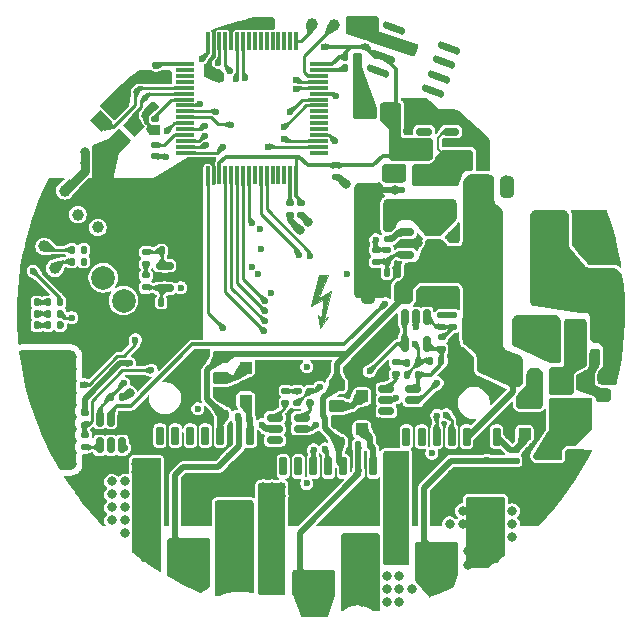
<source format=gbr>
%TF.GenerationSoftware,KiCad,Pcbnew,9.0.0*%
%TF.CreationDate,2025-06-25T03:54:53+08:00*%
%TF.ProjectId,CAPSTONE_MC,43415053-544f-44e4-955f-4d432e6b6963,Ver. 1.0.0*%
%TF.SameCoordinates,Original*%
%TF.FileFunction,Copper,L1,Top*%
%TF.FilePolarity,Positive*%
%FSLAX46Y46*%
G04 Gerber Fmt 4.6, Leading zero omitted, Abs format (unit mm)*
G04 Created by KiCad (PCBNEW 9.0.0) date 2025-06-25 03:54:53*
%MOMM*%
%LPD*%
G01*
G04 APERTURE LIST*
G04 Aperture macros list*
%AMRoundRect*
0 Rectangle with rounded corners*
0 $1 Rounding radius*
0 $2 $3 $4 $5 $6 $7 $8 $9 X,Y pos of 4 corners*
0 Add a 4 corners polygon primitive as box body*
4,1,4,$2,$3,$4,$5,$6,$7,$8,$9,$2,$3,0*
0 Add four circle primitives for the rounded corners*
1,1,$1+$1,$2,$3*
1,1,$1+$1,$4,$5*
1,1,$1+$1,$6,$7*
1,1,$1+$1,$8,$9*
0 Add four rect primitives between the rounded corners*
20,1,$1+$1,$2,$3,$4,$5,0*
20,1,$1+$1,$4,$5,$6,$7,0*
20,1,$1+$1,$6,$7,$8,$9,0*
20,1,$1+$1,$8,$9,$2,$3,0*%
%AMRotRect*
0 Rectangle, with rotation*
0 The origin of the aperture is its center*
0 $1 length*
0 $2 width*
0 $3 Rotation angle, in degrees counterclockwise*
0 Add horizontal line*
21,1,$1,$2,0,0,$3*%
G04 Aperture macros list end*
%TA.AperFunction,EtchedComponent*%
%ADD10C,0.200000*%
%TD*%
%TA.AperFunction,EtchedComponent*%
%ADD11C,0.100000*%
%TD*%
%TA.AperFunction,EtchedComponent*%
%ADD12C,0.000000*%
%TD*%
%TA.AperFunction,ComponentPad*%
%ADD13C,2.000000*%
%TD*%
%TA.AperFunction,ComponentPad*%
%ADD14C,3.000000*%
%TD*%
%TA.AperFunction,SMDPad,CuDef*%
%ADD15RoundRect,0.147500X-0.147500X-0.172500X0.147500X-0.172500X0.147500X0.172500X-0.147500X0.172500X0*%
%TD*%
%TA.AperFunction,SMDPad,CuDef*%
%ADD16RoundRect,0.140000X-0.170000X0.140000X-0.170000X-0.140000X0.170000X-0.140000X0.170000X0.140000X0*%
%TD*%
%TA.AperFunction,SMDPad,CuDef*%
%ADD17RoundRect,0.225000X-0.250000X0.225000X-0.250000X-0.225000X0.250000X-0.225000X0.250000X0.225000X0*%
%TD*%
%TA.AperFunction,SMDPad,CuDef*%
%ADD18R,3.600000X1.500000*%
%TD*%
%TA.AperFunction,SMDPad,CuDef*%
%ADD19RoundRect,0.140000X-0.219203X-0.021213X-0.021213X-0.219203X0.219203X0.021213X0.021213X0.219203X0*%
%TD*%
%TA.AperFunction,SMDPad,CuDef*%
%ADD20RoundRect,0.150000X-0.150000X0.512500X-0.150000X-0.512500X0.150000X-0.512500X0.150000X0.512500X0*%
%TD*%
%TA.AperFunction,SMDPad,CuDef*%
%ADD21RoundRect,0.150000X0.150000X-0.650000X0.150000X0.650000X-0.150000X0.650000X-0.150000X-0.650000X0*%
%TD*%
%TA.AperFunction,SMDPad,CuDef*%
%ADD22RoundRect,0.400000X1.170000X-0.400000X1.170000X0.400000X-1.170000X0.400000X-1.170000X-0.400000X0*%
%TD*%
%TA.AperFunction,SMDPad,CuDef*%
%ADD23RoundRect,0.400000X0.535000X-0.400000X0.535000X0.400000X-0.535000X0.400000X-0.535000X-0.400000X0*%
%TD*%
%TA.AperFunction,SMDPad,CuDef*%
%ADD24RoundRect,0.140000X0.170000X-0.140000X0.170000X0.140000X-0.170000X0.140000X-0.170000X-0.140000X0*%
%TD*%
%TA.AperFunction,SMDPad,CuDef*%
%ADD25RoundRect,0.135000X-0.185000X0.135000X-0.185000X-0.135000X0.185000X-0.135000X0.185000X0.135000X0*%
%TD*%
%TA.AperFunction,SMDPad,CuDef*%
%ADD26RoundRect,0.225000X0.250000X-0.225000X0.250000X0.225000X-0.250000X0.225000X-0.250000X-0.225000X0*%
%TD*%
%TA.AperFunction,SMDPad,CuDef*%
%ADD27R,2.850000X6.600000*%
%TD*%
%TA.AperFunction,SMDPad,CuDef*%
%ADD28RoundRect,0.140000X-0.140000X-0.170000X0.140000X-0.170000X0.140000X0.170000X-0.140000X0.170000X0*%
%TD*%
%TA.AperFunction,SMDPad,CuDef*%
%ADD29RoundRect,0.150000X-0.587500X-0.150000X0.587500X-0.150000X0.587500X0.150000X-0.587500X0.150000X0*%
%TD*%
%TA.AperFunction,SMDPad,CuDef*%
%ADD30RoundRect,0.140000X0.219203X0.021213X0.021213X0.219203X-0.219203X-0.021213X-0.021213X-0.219203X0*%
%TD*%
%TA.AperFunction,SMDPad,CuDef*%
%ADD31C,1.000000*%
%TD*%
%TA.AperFunction,SMDPad,CuDef*%
%ADD32RoundRect,0.250000X0.262500X0.450000X-0.262500X0.450000X-0.262500X-0.450000X0.262500X-0.450000X0*%
%TD*%
%TA.AperFunction,SMDPad,CuDef*%
%ADD33RoundRect,0.250000X0.450000X-0.262500X0.450000X0.262500X-0.450000X0.262500X-0.450000X-0.262500X0*%
%TD*%
%TA.AperFunction,SMDPad,CuDef*%
%ADD34C,0.500000*%
%TD*%
%TA.AperFunction,SMDPad,CuDef*%
%ADD35RoundRect,0.250000X-0.650000X0.325000X-0.650000X-0.325000X0.650000X-0.325000X0.650000X0.325000X0*%
%TD*%
%TA.AperFunction,SMDPad,CuDef*%
%ADD36RoundRect,0.140000X0.140000X0.170000X-0.140000X0.170000X-0.140000X-0.170000X0.140000X-0.170000X0*%
%TD*%
%TA.AperFunction,SMDPad,CuDef*%
%ADD37RoundRect,0.135000X0.185000X-0.135000X0.185000X0.135000X-0.185000X0.135000X-0.185000X-0.135000X0*%
%TD*%
%TA.AperFunction,SMDPad,CuDef*%
%ADD38RoundRect,0.250000X0.300000X0.300000X-0.300000X0.300000X-0.300000X-0.300000X0.300000X-0.300000X0*%
%TD*%
%TA.AperFunction,SMDPad,CuDef*%
%ADD39RoundRect,0.250000X-0.312500X-0.625000X0.312500X-0.625000X0.312500X0.625000X-0.312500X0.625000X0*%
%TD*%
%TA.AperFunction,SMDPad,CuDef*%
%ADD40RoundRect,0.250000X-0.325000X-0.650000X0.325000X-0.650000X0.325000X0.650000X-0.325000X0.650000X0*%
%TD*%
%TA.AperFunction,SMDPad,CuDef*%
%ADD41RoundRect,0.135000X0.135000X0.185000X-0.135000X0.185000X-0.135000X-0.185000X0.135000X-0.185000X0*%
%TD*%
%TA.AperFunction,SMDPad,CuDef*%
%ADD42RoundRect,0.250000X-0.475000X0.250000X-0.475000X-0.250000X0.475000X-0.250000X0.475000X0.250000X0*%
%TD*%
%TA.AperFunction,SMDPad,CuDef*%
%ADD43RoundRect,0.150000X-0.512500X-0.150000X0.512500X-0.150000X0.512500X0.150000X-0.512500X0.150000X0*%
%TD*%
%TA.AperFunction,SMDPad,CuDef*%
%ADD44RoundRect,0.250000X0.300000X-0.300000X0.300000X0.300000X-0.300000X0.300000X-0.300000X-0.300000X0*%
%TD*%
%TA.AperFunction,SMDPad,CuDef*%
%ADD45RoundRect,0.250000X0.900000X-1.000000X0.900000X1.000000X-0.900000X1.000000X-0.900000X-1.000000X0*%
%TD*%
%TA.AperFunction,SMDPad,CuDef*%
%ADD46RoundRect,0.150000X-0.826549X0.141213X0.723943X-0.423121X0.826549X-0.141213X-0.723943X0.423121X0*%
%TD*%
%TA.AperFunction,SMDPad,CuDef*%
%ADD47RoundRect,0.250000X0.325000X0.650000X-0.325000X0.650000X-0.325000X-0.650000X0.325000X-0.650000X0*%
%TD*%
%TA.AperFunction,SMDPad,CuDef*%
%ADD48RoundRect,0.075000X-0.700000X-0.075000X0.700000X-0.075000X0.700000X0.075000X-0.700000X0.075000X0*%
%TD*%
%TA.AperFunction,SMDPad,CuDef*%
%ADD49RoundRect,0.075000X-0.075000X-0.700000X0.075000X-0.700000X0.075000X0.700000X-0.075000X0.700000X0*%
%TD*%
%TA.AperFunction,SMDPad,CuDef*%
%ADD50RoundRect,0.135000X-0.135000X-0.185000X0.135000X-0.185000X0.135000X0.185000X-0.135000X0.185000X0*%
%TD*%
%TA.AperFunction,SMDPad,CuDef*%
%ADD51RoundRect,0.150000X0.512500X0.150000X-0.512500X0.150000X-0.512500X-0.150000X0.512500X-0.150000X0*%
%TD*%
%TA.AperFunction,SMDPad,CuDef*%
%ADD52RoundRect,0.225000X0.225000X0.250000X-0.225000X0.250000X-0.225000X-0.250000X0.225000X-0.250000X0*%
%TD*%
%TA.AperFunction,SMDPad,CuDef*%
%ADD53RoundRect,0.225000X-0.225000X-0.375000X0.225000X-0.375000X0.225000X0.375000X-0.225000X0.375000X0*%
%TD*%
%TA.AperFunction,SMDPad,CuDef*%
%ADD54RoundRect,0.250000X1.000000X0.900000X-1.000000X0.900000X-1.000000X-0.900000X1.000000X-0.900000X0*%
%TD*%
%TA.AperFunction,SMDPad,CuDef*%
%ADD55RoundRect,0.147500X0.172500X-0.147500X0.172500X0.147500X-0.172500X0.147500X-0.172500X-0.147500X0*%
%TD*%
%TA.AperFunction,SMDPad,CuDef*%
%ADD56RotRect,1.400000X1.200000X315.000000*%
%TD*%
%TA.AperFunction,SMDPad,CuDef*%
%ADD57RoundRect,0.150000X0.150000X-0.512500X0.150000X0.512500X-0.150000X0.512500X-0.150000X-0.512500X0*%
%TD*%
%TA.AperFunction,SMDPad,CuDef*%
%ADD58RoundRect,0.140000X0.111865X-0.189700X0.207631X0.073414X-0.111865X0.189700X-0.207631X-0.073414X0*%
%TD*%
%TA.AperFunction,ViaPad*%
%ADD59C,0.800000*%
%TD*%
%TA.AperFunction,ViaPad*%
%ADD60C,0.600000*%
%TD*%
%TA.AperFunction,Conductor*%
%ADD61C,0.250000*%
%TD*%
%TA.AperFunction,Conductor*%
%ADD62C,0.500000*%
%TD*%
%TA.AperFunction,Conductor*%
%ADD63C,0.254000*%
%TD*%
%TA.AperFunction,Conductor*%
%ADD64C,0.152000*%
%TD*%
%TA.AperFunction,Conductor*%
%ADD65C,0.300000*%
%TD*%
%TA.AperFunction,Conductor*%
%ADD66C,0.800000*%
%TD*%
%TA.AperFunction,Conductor*%
%ADD67C,0.600000*%
%TD*%
G04 APERTURE END LIST*
D10*
%TO.C,SYM3*%
X100770000Y-57460000D02*
X100970000Y-57710000D01*
X100880000Y-59340000D02*
X101390000Y-59430000D01*
X101090000Y-57705000D02*
X101290000Y-57955000D01*
D11*
X100721573Y-57735740D02*
X101885740Y-57110000D01*
X101230896Y-59496542D01*
X101565594Y-59292813D01*
X100968958Y-60180490D01*
X100750677Y-59132740D01*
X100983511Y-59452886D01*
X101260000Y-57721188D01*
X100139490Y-58317823D01*
X100867094Y-55742104D01*
X101580146Y-55742104D01*
X100721573Y-57735740D01*
%TA.AperFunction,EtchedComponent*%
G36*
X100721573Y-57735740D02*
G01*
X101885740Y-57110000D01*
X101230896Y-59496542D01*
X101565594Y-59292813D01*
X100968958Y-60180490D01*
X100750677Y-59132740D01*
X100983511Y-59452886D01*
X101260000Y-57721188D01*
X100139490Y-58317823D01*
X100867094Y-55742104D01*
X101580146Y-55742104D01*
X100721573Y-57735740D01*
G37*
%TD.AperFunction*%
D12*
%TA.AperFunction,EtchedComponent*%
%TO.C,NT1*%
G36*
X106830000Y-48755000D02*
G01*
X105830000Y-48755000D01*
X105830000Y-48255000D01*
X106830000Y-48255000D01*
X106830000Y-48755000D01*
G37*
%TD.AperFunction*%
%TD*%
D13*
%TO.P,TP16,1,1*%
%TO.N,/CANL*%
X84295000Y-57885000D03*
%TD*%
%TO.P,TP13,1,1*%
%TO.N,/CANH*%
X82575000Y-55955000D03*
%TD*%
D14*
%TO.P,TP2,1,1*%
%TO.N,GND*%
X82245000Y-61265000D03*
%TD*%
%TO.P,TP1,1,1*%
%TO.N,/HVBUS*%
X77505000Y-63925000D03*
%TD*%
D15*
%TO.P,D6,1,K*%
%TO.N,GND*%
X75995000Y-59985000D03*
%TO.P,D6,2,A*%
%TO.N,Net-(D6-A)*%
X76965000Y-59985000D03*
%TD*%
D16*
%TO.P,C24,1*%
%TO.N,Net-(D9-K)*%
X117505000Y-70505000D03*
%TO.P,C24,2*%
%TO.N,/HS3*%
X117505000Y-71465000D03*
%TD*%
D17*
%TO.P,C14,1*%
%TO.N,Net-(D1-K)*%
X124945000Y-64480000D03*
%TO.P,C14,2*%
%TO.N,Net-(D2-A)*%
X124945000Y-66030000D03*
%TD*%
D18*
%TO.P,L3,1,1*%
%TO.N,Net-(D4-K)*%
X110640000Y-50300000D03*
%TO.P,L3,2,2*%
%TO.N,+3V8*%
X110640000Y-47250000D03*
%TD*%
D15*
%TO.P,D7,1,K*%
%TO.N,GND*%
X76005000Y-58995000D03*
%TO.P,D7,2,A*%
%TO.N,Net-(D7-A)*%
X76975000Y-58995000D03*
%TD*%
D19*
%TO.P,C11,1*%
%TO.N,/OSC_OUT*%
X86105589Y-40735589D03*
%TO.P,C11,2*%
%TO.N,GND*%
X86784411Y-41414411D03*
%TD*%
D20*
%TO.P,U13,1,+*%
%TO.N,Net-(U13-+)*%
X109985000Y-59302500D03*
%TO.P,U13,2,V-*%
%TO.N,GNDA*%
X109035000Y-59302500D03*
%TO.P,U13,3,-*%
%TO.N,/Vref*%
X108085000Y-59302500D03*
%TO.P,U13,4*%
X108085000Y-61577500D03*
%TO.P,U13,5,V+*%
%TO.N,+3.3VA*%
X109985000Y-61577500D03*
%TD*%
D21*
%TO.P,U4,1,VS*%
%TO.N,Net-(U4-VS)*%
X107005000Y-79315000D03*
D22*
%TO.P,U4,2,SW*%
%TO.N,/HS3*%
X110815000Y-79315000D03*
D23*
%TO.P,U4,3,VIN*%
%TO.N,/HVBUS*%
X115250000Y-79315000D03*
D21*
%TO.P,U4,4,BST*%
%TO.N,Net-(D9-K)*%
X115895000Y-69415000D03*
%TO.P,U4,5,VCC*%
%TO.N,+15V*%
X113350000Y-69415000D03*
%TO.P,U4,6,INH*%
%TO.N,/H3*%
X112085000Y-69415000D03*
%TO.P,U4,7,INL*%
%TO.N,/L3*%
X110815000Y-69415000D03*
%TO.P,U4,8,NC*%
%TO.N,unconnected-(U4-NC-Pad8)*%
X109545000Y-69415000D03*
%TO.P,U4,9,NC*%
%TO.N,unconnected-(U4-NC-Pad9)*%
X108250000Y-69415000D03*
%TO.P,U4,10,GND*%
%TO.N,GND*%
X107005000Y-69415000D03*
%TD*%
D13*
%TO.P,TP4,1,1*%
%TO.N,/HS2*%
X100415000Y-83665000D03*
%TD*%
D24*
%TO.P,C46,1*%
%TO.N,Net-(U13-+)*%
X111215000Y-60085000D03*
%TO.P,C46,2*%
%TO.N,GNDA*%
X111215000Y-59125000D03*
%TD*%
D13*
%TO.P,TP5,1,1*%
%TO.N,/HS3*%
X110775000Y-81655000D03*
%TD*%
D16*
%TO.P,C22,1*%
%TO.N,+3V8*%
X106615000Y-53615000D03*
%TO.P,C22,2*%
%TO.N,Net-(U11-FB)*%
X106615000Y-54575000D03*
%TD*%
D25*
%TO.P,R13,1*%
%TO.N,/CURRENT_3*%
X107350000Y-63115000D03*
%TO.P,R13,2*%
%TO.N,/C_C*%
X107350000Y-64135000D03*
%TD*%
D26*
%TO.P,C27,1*%
%TO.N,+15V*%
X102545000Y-69875000D03*
%TO.P,C27,2*%
%TO.N,GND*%
X102545000Y-68325000D03*
%TD*%
D16*
%TO.P,C2,1*%
%TO.N,+3V3*%
X99345000Y-49645000D03*
%TO.P,C2,2*%
%TO.N,GND*%
X99345000Y-50605000D03*
%TD*%
%TO.P,C9,1*%
%TO.N,Net-(U1-VCAP_1)*%
X98395000Y-49645000D03*
%TO.P,C9,2*%
%TO.N,GND*%
X98395000Y-50605000D03*
%TD*%
D27*
%TO.P,L2,1,1*%
%TO.N,Net-(D1-K)*%
X120290000Y-53735000D03*
%TO.P,L2,2,2*%
%TO.N,+15V*%
X114640000Y-53735000D03*
%TD*%
D28*
%TO.P,C43,1*%
%TO.N,/CANH*%
X87525000Y-53635000D03*
%TO.P,C43,2*%
%TO.N,GND*%
X88485000Y-53635000D03*
%TD*%
D29*
%TO.P,D11,1,A1*%
%TO.N,/CANH*%
X87777500Y-54940000D03*
%TO.P,D11,2,A2*%
%TO.N,/CANL*%
X87777500Y-56840000D03*
%TO.P,D11,3,common*%
%TO.N,GND*%
X89652500Y-55890000D03*
%TD*%
D30*
%TO.P,C10,1*%
%TO.N,/OSC_IN*%
X85469411Y-40099411D03*
%TO.P,C10,2*%
%TO.N,GND*%
X84790589Y-39420589D03*
%TD*%
D28*
%TO.P,C1,1*%
%TO.N,+3V3*%
X103025000Y-37235000D03*
%TO.P,C1,2*%
%TO.N,GND*%
X103985000Y-37235000D03*
%TD*%
D31*
%TO.P,TP20,1,1*%
%TO.N,GND*%
X82325000Y-47725000D03*
%TD*%
%TO.P,TP12,1,1*%
%TO.N,GND*%
X103995000Y-34825000D03*
%TD*%
D32*
%TO.P,R8,1*%
%TO.N,Net-(D9-A)*%
X119117500Y-64335000D03*
%TO.P,R8,2*%
%TO.N,+15V*%
X117292500Y-64335000D03*
%TD*%
D16*
%TO.P,C36,1*%
%TO.N,/CURRENT_2*%
X99010000Y-65568250D03*
%TO.P,C36,2*%
%TO.N,GNDA*%
X99010000Y-66528250D03*
%TD*%
%TO.P,C3,1*%
%TO.N,+3V3*%
X102265000Y-46445000D03*
%TO.P,C3,2*%
%TO.N,GND*%
X102265000Y-47405000D03*
%TD*%
D28*
%TO.P,C29,1*%
%TO.N,+3V8*%
X113415000Y-46525000D03*
%TO.P,C29,2*%
%TO.N,GND*%
X114375000Y-46525000D03*
%TD*%
D33*
%TO.P,R9,1*%
%TO.N,Net-(D10-A)*%
X92535000Y-64452500D03*
%TO.P,R9,2*%
%TO.N,+15V*%
X92535000Y-62627500D03*
%TD*%
D34*
%TO.P,NT1,1,1*%
%TO.N,GND*%
X105830000Y-48505000D03*
%TO.P,NT1,2,2*%
%TO.N,GNDA*%
X106830000Y-48505000D03*
%TD*%
D28*
%TO.P,C55,1*%
%TO.N,+3V8*%
X81005000Y-46255000D03*
%TO.P,C55,2*%
%TO.N,GND*%
X81965000Y-46255000D03*
%TD*%
D35*
%TO.P,C17,1*%
%TO.N,/HVBUS*%
X122575000Y-68100000D03*
%TO.P,C17,2*%
%TO.N,GND*%
X122575000Y-71050000D03*
%TD*%
D25*
%TO.P,R21,1*%
%TO.N,Net-(R20-Pad2)*%
X86195000Y-55755000D03*
%TO.P,R21,2*%
%TO.N,/CANL*%
X86195000Y-56775000D03*
%TD*%
D31*
%TO.P,TP9,1,1*%
%TO.N,/U1_TX_SERVO*%
X82125000Y-51695000D03*
%TD*%
D36*
%TO.P,C15,1*%
%TO.N,+15V*%
X108465000Y-55280000D03*
%TO.P,C15,2*%
%TO.N,GND*%
X107505000Y-55280000D03*
%TD*%
D37*
%TO.P,R31,1*%
%TO.N,Net-(U13-+)*%
X112195000Y-60125000D03*
%TO.P,R31,2*%
%TO.N,GNDA*%
X112195000Y-59105000D03*
%TD*%
D38*
%TO.P,D4,1,K*%
%TO.N,Net-(D4-K)*%
X107510000Y-50155000D03*
%TO.P,D4,2,A*%
%TO.N,GND*%
X104710000Y-50155000D03*
%TD*%
D39*
%TO.P,R1,1*%
%TO.N,Net-(U10-CS)*%
X122642500Y-60285000D03*
%TO.P,R1,2*%
%TO.N,Net-(D1-K)*%
X125567500Y-60285000D03*
%TD*%
D40*
%TO.P,C59,1*%
%TO.N,+15V*%
X113780000Y-48305000D03*
%TO.P,C59,2*%
%TO.N,GND*%
X116730000Y-48305000D03*
%TD*%
D41*
%TO.P,R4,1*%
%TO.N,+3V3*%
X78895000Y-58025000D03*
%TO.P,R4,2*%
%TO.N,Net-(D5-A)*%
X77875000Y-58025000D03*
%TD*%
D42*
%TO.P,C16,1*%
%TO.N,+15V*%
X111875000Y-55570000D03*
%TO.P,C16,2*%
%TO.N,GND*%
X111875000Y-57470000D03*
%TD*%
D24*
%TO.P,C37,1*%
%TO.N,/CURRENT_1*%
X80990000Y-68380000D03*
%TO.P,C37,2*%
%TO.N,GNDA*%
X80990000Y-67420000D03*
%TD*%
D13*
%TO.P,TP3,1,1*%
%TO.N,/HS1*%
X90235000Y-81165000D03*
%TD*%
D21*
%TO.P,U2,1,VS*%
%TO.N,Net-(U2-VS)*%
X86130000Y-79240000D03*
D22*
%TO.P,U2,2,SW*%
%TO.N,/HS1*%
X89940000Y-79240000D03*
D23*
%TO.P,U2,3,VIN*%
%TO.N,/HVBUS*%
X94375000Y-79240000D03*
D21*
%TO.P,U2,4,BST*%
%TO.N,Net-(D10-K)*%
X95020000Y-69340000D03*
%TO.P,U2,5,VCC*%
%TO.N,+15V*%
X92475000Y-69340000D03*
%TO.P,U2,6,INH*%
%TO.N,/H1*%
X91210000Y-69340000D03*
%TO.P,U2,7,INL*%
%TO.N,/L1*%
X89940000Y-69340000D03*
%TO.P,U2,8,NC*%
%TO.N,unconnected-(U2-NC-Pad8)*%
X88670000Y-69340000D03*
%TO.P,U2,9,NC*%
%TO.N,unconnected-(U2-NC-Pad9)*%
X87375000Y-69340000D03*
%TO.P,U2,10,GND*%
%TO.N,GND*%
X86130000Y-69340000D03*
%TD*%
D43*
%TO.P,U11,1,BST*%
%TO.N,Net-(U11-BST)*%
X108217500Y-52090000D03*
%TO.P,U11,2,GND*%
%TO.N,GND*%
X108217500Y-53040000D03*
%TO.P,U11,3,FB*%
%TO.N,Net-(U11-FB)*%
X108217500Y-53990000D03*
%TO.P,U11,4,EN*%
%TO.N,+15V*%
X110492500Y-53990000D03*
%TO.P,U11,5,VIN*%
X110492500Y-53040000D03*
%TO.P,U11,6,SW*%
%TO.N,Net-(D4-K)*%
X110492500Y-52090000D03*
%TD*%
D36*
%TO.P,C44,1*%
%TO.N,GND*%
X88445000Y-58065000D03*
%TO.P,C44,2*%
%TO.N,/CANL*%
X87485000Y-58065000D03*
%TD*%
D24*
%TO.P,C19,1*%
%TO.N,+3V8*%
X113425000Y-45585000D03*
%TO.P,C19,2*%
%TO.N,GND*%
X113425000Y-44625000D03*
%TD*%
D43*
%TO.P,U5,1*%
%TO.N,/C_C*%
X106542500Y-65365000D03*
%TO.P,U5,2,GND*%
%TO.N,GNDA*%
X106542500Y-66315000D03*
%TO.P,U5,3,+*%
%TO.N,Net-(U4-VS)*%
X106542500Y-67265000D03*
%TO.P,U5,4,-*%
%TO.N,GND*%
X108817500Y-67265000D03*
%TO.P,U5,5,REF*%
%TO.N,/Vref*%
X108817500Y-66315000D03*
%TO.P,U5,6,V+*%
%TO.N,+3.3VA*%
X108817500Y-65365000D03*
%TD*%
D41*
%TO.P,R5,1*%
%TO.N,/LED_RED*%
X78905000Y-59975000D03*
%TO.P,R5,2*%
%TO.N,Net-(D6-A)*%
X77885000Y-59975000D03*
%TD*%
D44*
%TO.P,D10,1,K*%
%TO.N,Net-(D10-K)*%
X94640000Y-66355000D03*
%TO.P,D10,2,A*%
%TO.N,Net-(D10-A)*%
X94640000Y-63555000D03*
%TD*%
D26*
%TO.P,C18,1*%
%TO.N,+15V*%
X112205000Y-54040000D03*
%TO.P,C18,2*%
%TO.N,GND*%
X112205000Y-52490000D03*
%TD*%
D45*
%TO.P,D1,1,K*%
%TO.N,Net-(D1-K)*%
X124265000Y-57515000D03*
%TO.P,D1,2,A*%
%TO.N,GND*%
X124265000Y-53215000D03*
%TD*%
D46*
%TO.P,U9,1,D*%
%TO.N,/CAN_TX*%
X107180809Y-34838386D03*
%TO.P,U9,2,GND*%
%TO.N,GND*%
X106746443Y-36031794D03*
%TO.P,U9,3,VCC*%
%TO.N,+3V3*%
X106312079Y-37225204D03*
%TO.P,U9,4,R*%
%TO.N,/CAN_RX*%
X105877712Y-38418616D03*
%TO.P,U9,5,NC*%
%TO.N,unconnected-(U9-NC-Pad5)*%
X110529191Y-40111614D03*
%TO.P,U9,6,CANL*%
%TO.N,/CANL*%
X110963557Y-38918206D03*
%TO.P,U9,7,CANH*%
%TO.N,/CANH*%
X111397921Y-37724796D03*
%TO.P,U9,8,NC*%
%TO.N,unconnected-(U9-NC-Pad8)*%
X111832288Y-36531384D03*
%TD*%
D47*
%TO.P,C60,1*%
%TO.N,+15V*%
X107970000Y-57245000D03*
%TO.P,C60,2*%
%TO.N,GND*%
X105020000Y-57245000D03*
%TD*%
D24*
%TO.P,C6,1*%
%TO.N,GNDA*%
X107775000Y-48495000D03*
%TO.P,C6,2*%
%TO.N,+3.3VA*%
X107775000Y-47535000D03*
%TD*%
D37*
%TO.P,R30,1*%
%TO.N,+3.3VA*%
X111225000Y-61995000D03*
%TO.P,R30,2*%
%TO.N,Net-(U13-+)*%
X111225000Y-60975000D03*
%TD*%
D25*
%TO.P,R2,1*%
%TO.N,+3V8*%
X105655000Y-53590000D03*
%TO.P,R2,2*%
%TO.N,Net-(U11-FB)*%
X105655000Y-54610000D03*
%TD*%
D16*
%TO.P,C7,1*%
%TO.N,+3.3VA*%
X106825000Y-47545000D03*
%TO.P,C7,2*%
%TO.N,GNDA*%
X106825000Y-48505000D03*
%TD*%
%TO.P,C5,1*%
%TO.N,+3.3VA*%
X86965000Y-44715000D03*
%TO.P,C5,2*%
%TO.N,GNDA*%
X86965000Y-45675000D03*
%TD*%
D48*
%TO.P,U1,1,VBAT*%
%TO.N,+3V3*%
X89490000Y-37865000D03*
%TO.P,U1,2,PC13*%
%TO.N,/BTN*%
X89490000Y-38365000D03*
%TO.P,U1,3,PC14*%
%TO.N,unconnected-(U1-PC14-Pad3)*%
X89490000Y-38865000D03*
%TO.P,U1,4,PC15*%
%TO.N,unconnected-(U1-PC15-Pad4)*%
X89490000Y-39365000D03*
%TO.P,U1,5,PH0*%
%TO.N,/OSC_IN*%
X89490000Y-39865000D03*
%TO.P,U1,6,PH1*%
%TO.N,/OSC_OUT*%
X89490000Y-40365000D03*
%TO.P,U1,7,NRST*%
%TO.N,/nRST*%
X89490000Y-40865000D03*
%TO.P,U1,8,PC0*%
%TO.N,/CURRENT_1*%
X89490000Y-41365000D03*
%TO.P,U1,9,PC1*%
%TO.N,/CURRENT_2*%
X89490000Y-41865000D03*
%TO.P,U1,10,PC2*%
%TO.N,/CURRENT_3*%
X89490000Y-42365000D03*
%TO.P,U1,11,PC3*%
%TO.N,/AN_IN*%
X89490000Y-42865000D03*
%TO.P,U1,12,VSSA*%
%TO.N,GNDA*%
X89490000Y-43365000D03*
%TO.P,U1,13,VDDA*%
%TO.N,+3.3VA*%
X89490000Y-43865000D03*
%TO.P,U1,14,PA0*%
%TO.N,/VOLTAGE_1*%
X89490000Y-44365000D03*
%TO.P,U1,15,PA1*%
%TO.N,/VOLTAGE_2*%
X89490000Y-44865000D03*
%TO.P,U1,16,PA2*%
%TO.N,/VOLTAGE_3*%
X89490000Y-45365000D03*
D49*
%TO.P,U1,17,PA3*%
%TO.N,/ADC_TEMP*%
X91415000Y-47290000D03*
%TO.P,U1,18,VSS*%
%TO.N,GND*%
X91915000Y-47290000D03*
%TO.P,U1,19,VDD*%
%TO.N,+3V3*%
X92415000Y-47290000D03*
%TO.P,U1,20,PA4*%
%TO.N,/RX_SDA_NSS*%
X92915000Y-47290000D03*
%TO.P,U1,21,PA5*%
%TO.N,/SCK_ADC_EXT*%
X93415000Y-47290000D03*
%TO.P,U1,22,PA6*%
%TO.N,/MISO_ADC_EXT2*%
X93915000Y-47290000D03*
%TO.P,U1,23,PA7*%
%TO.N,/TX_SCL_MOSI*%
X94415000Y-47290000D03*
%TO.P,U1,24,PC4*%
%TO.N,/TEMP_MOTOR*%
X94915000Y-47290000D03*
%TO.P,U1,25,PC5*%
%TO.N,/ADC_15*%
X95415000Y-47290000D03*
%TO.P,U1,26,PB0*%
%TO.N,/LED_GREEN*%
X95915000Y-47290000D03*
%TO.P,U1,27,PB1*%
%TO.N,/LED_RED*%
X96415000Y-47290000D03*
%TO.P,U1,28,PB2*%
%TO.N,unconnected-(U1-PB2-Pad28)*%
X96915000Y-47290000D03*
%TO.P,U1,29,PB10*%
%TO.N,unconnected-(U1-PB10-Pad29)*%
X97415000Y-47290000D03*
%TO.P,U1,30,PB11*%
%TO.N,unconnected-(U1-PB11-Pad30)*%
X97915000Y-47290000D03*
%TO.P,U1,31,VCAP_1*%
%TO.N,Net-(U1-VCAP_1)*%
X98415000Y-47290000D03*
%TO.P,U1,32,VDD*%
%TO.N,+3V3*%
X98915000Y-47290000D03*
D48*
%TO.P,U1,33,PB12*%
%TO.N,unconnected-(U1-PB12-Pad33)*%
X100840000Y-45365000D03*
%TO.P,U1,34,PB13*%
%TO.N,/L1*%
X100840000Y-44865000D03*
%TO.P,U1,35,PB14*%
%TO.N,/L2*%
X100840000Y-44365000D03*
%TO.P,U1,36,PB15*%
%TO.N,/L3*%
X100840000Y-43865000D03*
%TO.P,U1,37,PC6*%
%TO.N,/HALL_1*%
X100840000Y-43365000D03*
%TO.P,U1,38,PC7*%
%TO.N,/HALL_2*%
X100840000Y-42865000D03*
%TO.P,U1,39,PC8*%
%TO.N,/HALL_3*%
X100840000Y-42365000D03*
%TO.P,U1,40,PC9*%
%TO.N,/SPI3_CS*%
X100840000Y-41865000D03*
%TO.P,U1,41,PA8*%
%TO.N,/H1*%
X100840000Y-41365000D03*
%TO.P,U1,42,PA9*%
%TO.N,/H2*%
X100840000Y-40865000D03*
%TO.P,U1,43,PA10*%
%TO.N,/H3*%
X100840000Y-40365000D03*
%TO.P,U1,44,PA11*%
%TO.N,/USB_DM*%
X100840000Y-39865000D03*
%TO.P,U1,45,PA12*%
%TO.N,/USB_DP*%
X100840000Y-39365000D03*
%TO.P,U1,46,PA13*%
%TO.N,/SWDIO*%
X100840000Y-38865000D03*
%TO.P,U1,47,VCAP_2*%
%TO.N,Net-(U1-VCAP_2)*%
X100840000Y-38365000D03*
%TO.P,U1,48,VDD*%
%TO.N,+3V3*%
X100840000Y-37865000D03*
D49*
%TO.P,U1,49,PA14*%
%TO.N,/SWCLK*%
X98915000Y-35940000D03*
%TO.P,U1,50,PA15*%
%TO.N,unconnected-(U1-PA15-Pad50)*%
X98415000Y-35940000D03*
%TO.P,U1,51,PC10*%
%TO.N,/SPI3_SCK*%
X97915000Y-35940000D03*
%TO.P,U1,52,PC11*%
%TO.N,/SPI3_MISO*%
X97415000Y-35940000D03*
%TO.P,U1,53,PC12*%
%TO.N,/SPI3_MOSI*%
X96915000Y-35940000D03*
%TO.P,U1,54,PD2*%
%TO.N,unconnected-(U1-PD2-Pad54)*%
X96415000Y-35940000D03*
%TO.P,U1,55,PB3*%
%TO.N,unconnected-(U1-PB3-Pad55)*%
X95915000Y-35940000D03*
%TO.P,U1,56,PB4*%
%TO.N,unconnected-(U1-PB4-Pad56)*%
X95415000Y-35940000D03*
%TO.P,U1,57,PB5*%
%TO.N,unconnected-(U1-PB5-Pad57)*%
X94915000Y-35940000D03*
%TO.P,U1,58,PB6*%
%TO.N,/U1_TX_SERVO*%
X94415000Y-35940000D03*
%TO.P,U1,59,PB7*%
%TO.N,/U1_RX_FAULT*%
X93915000Y-35940000D03*
%TO.P,U1,60,BOOT0*%
%TO.N,GND*%
X93415000Y-35940000D03*
%TO.P,U1,61,PB8*%
%TO.N,/CAN_RX*%
X92915000Y-35940000D03*
%TO.P,U1,62,PB9*%
%TO.N,/CAN_TX*%
X92415000Y-35940000D03*
%TO.P,U1,63,VSS*%
%TO.N,GND*%
X91915000Y-35940000D03*
%TO.P,U1,64,VDD*%
%TO.N,+3V3*%
X91415000Y-35940000D03*
%TD*%
D36*
%TO.P,C25,1*%
%TO.N,Net-(D10-K)*%
X94905000Y-67710000D03*
%TO.P,C25,2*%
%TO.N,/HS1*%
X93945000Y-67710000D03*
%TD*%
D21*
%TO.P,U3,1,VS*%
%TO.N,Net-(U3-VS)*%
X96560000Y-81830000D03*
D22*
%TO.P,U3,2,SW*%
%TO.N,/HS2*%
X100370000Y-81830000D03*
D23*
%TO.P,U3,3,VIN*%
%TO.N,/HVBUS*%
X104805000Y-81830000D03*
D21*
%TO.P,U3,4,BST*%
%TO.N,Net-(D8-K)*%
X105450000Y-71930000D03*
%TO.P,U3,5,VCC*%
%TO.N,+15V*%
X102905000Y-71930000D03*
%TO.P,U3,6,INH*%
%TO.N,/H2*%
X101640000Y-71930000D03*
%TO.P,U3,7,INL*%
%TO.N,/L2*%
X100370000Y-71930000D03*
%TO.P,U3,8,NC*%
%TO.N,unconnected-(U3-NC-Pad8)*%
X99100000Y-71930000D03*
%TO.P,U3,9,NC*%
%TO.N,unconnected-(U3-NC-Pad9)*%
X97805000Y-71930000D03*
%TO.P,U3,10,GND*%
%TO.N,GND*%
X96560000Y-71930000D03*
%TD*%
D28*
%TO.P,C13,1*%
%TO.N,+3V3*%
X107355000Y-41685000D03*
%TO.P,C13,2*%
%TO.N,GND*%
X108315000Y-41685000D03*
%TD*%
D43*
%TO.P,U6,1*%
%TO.N,/C_B*%
X97107500Y-67798250D03*
%TO.P,U6,2,GND*%
%TO.N,GNDA*%
X97107500Y-68748250D03*
%TO.P,U6,3,+*%
%TO.N,Net-(U3-VS)*%
X97107500Y-69698250D03*
%TO.P,U6,4,-*%
%TO.N,GND*%
X99382500Y-69698250D03*
%TO.P,U6,5,REF*%
%TO.N,/Vref*%
X99382500Y-68748250D03*
%TO.P,U6,6,V+*%
%TO.N,+3.3VA*%
X99382500Y-67798250D03*
%TD*%
D31*
%TO.P,TP11,1,1*%
%TO.N,/SWCLK*%
X100240000Y-34435000D03*
%TD*%
D41*
%TO.P,R6,1*%
%TO.N,/LED_GREEN*%
X78905000Y-59005000D03*
%TO.P,R6,2*%
%TO.N,Net-(D7-A)*%
X77885000Y-59005000D03*
%TD*%
D50*
%TO.P,R32,1*%
%TO.N,Net-(R32-Pad1)*%
X79910000Y-54585000D03*
%TO.P,R32,2*%
%TO.N,/USB_DM*%
X80930000Y-54585000D03*
%TD*%
D51*
%TO.P,U12,1,VIN*%
%TO.N,+3V8*%
X112022500Y-45475000D03*
%TO.P,U12,2,GND*%
%TO.N,GND*%
X112022500Y-44525000D03*
%TO.P,U12,3,CE*%
%TO.N,+3V8*%
X112022500Y-43575000D03*
%TO.P,U12,4,NC*%
%TO.N,unconnected-(U12-NC-Pad4)*%
X109747500Y-43575000D03*
%TO.P,U12,5,VOUT*%
%TO.N,+3V3*%
X109747500Y-45475000D03*
%TD*%
D36*
%TO.P,C47,1*%
%TO.N,+3.3VA*%
X111195000Y-62965000D03*
%TO.P,C47,2*%
%TO.N,GNDA*%
X110235000Y-62965000D03*
%TD*%
D31*
%TO.P,TP6,1,1*%
%TO.N,Net-(R32-Pad1)*%
X78471019Y-55143750D03*
%TD*%
D26*
%TO.P,C26,1*%
%TO.N,+15V*%
X92705000Y-67560000D03*
%TO.P,C26,2*%
%TO.N,GND*%
X92705000Y-66010000D03*
%TD*%
D25*
%TO.P,R20,1*%
%TO.N,/CANH*%
X86185000Y-53765000D03*
%TO.P,R20,2*%
%TO.N,Net-(R20-Pad2)*%
X86185000Y-54785000D03*
%TD*%
D44*
%TO.P,D8,1,K*%
%TO.N,Net-(D8-K)*%
X104478250Y-68795000D03*
%TO.P,D8,2,A*%
%TO.N,Net-(D8-A)*%
X104478250Y-65995000D03*
%TD*%
D50*
%TO.P,R3,1*%
%TO.N,GND*%
X105585000Y-55575000D03*
%TO.P,R3,2*%
%TO.N,Net-(U11-FB)*%
X106605000Y-55575000D03*
%TD*%
D16*
%TO.P,C12,1*%
%TO.N,/nRST*%
X86965001Y-42525001D03*
%TO.P,C12,2*%
%TO.N,GND*%
X86964999Y-43484999D03*
%TD*%
D31*
%TO.P,TP21,1,1*%
%TO.N,+3V8*%
X79325000Y-48575000D03*
%TD*%
D44*
%TO.P,D9,1,K*%
%TO.N,Net-(D9-K)*%
X118245000Y-69180000D03*
%TO.P,D9,2,A*%
%TO.N,Net-(D9-A)*%
X118245000Y-66380000D03*
%TD*%
D50*
%TO.P,R33,1*%
%TO.N,Net-(R33-Pad1)*%
X79915000Y-53595000D03*
%TO.P,R33,2*%
%TO.N,/USB_DP*%
X80935000Y-53595000D03*
%TD*%
D52*
%TO.P,C28,1*%
%TO.N,+15V*%
X114880000Y-63355000D03*
%TO.P,C28,2*%
%TO.N,GND*%
X113330000Y-63355000D03*
%TD*%
D31*
%TO.P,TP10,1,1*%
%TO.N,/SWDIO*%
X102120000Y-34525000D03*
%TD*%
D51*
%TO.P,U10,1,Drain*%
%TO.N,/HVBUS*%
X123282500Y-66475000D03*
%TO.P,U10,2,VDD*%
%TO.N,Net-(D2-A)*%
X123282500Y-64575000D03*
%TO.P,U10,3,CS*%
%TO.N,Net-(U10-CS)*%
X121007500Y-65525000D03*
%TD*%
D15*
%TO.P,D5,1,K*%
%TO.N,GND*%
X76015000Y-58025000D03*
%TO.P,D5,2,A*%
%TO.N,Net-(D5-A)*%
X76985000Y-58025000D03*
%TD*%
D25*
%TO.P,R15,1*%
%TO.N,/CURRENT_1*%
X81030000Y-69300000D03*
%TO.P,R15,2*%
%TO.N,/C_A*%
X81030000Y-70320000D03*
%TD*%
D28*
%TO.P,C35,1*%
%TO.N,/CURRENT_3*%
X108300000Y-63175000D03*
%TO.P,C35,2*%
%TO.N,GNDA*%
X109260000Y-63175000D03*
%TD*%
D33*
%TO.P,R7,1*%
%TO.N,Net-(D8-A)*%
X102361750Y-66842500D03*
%TO.P,R7,2*%
%TO.N,+15V*%
X102361750Y-65017500D03*
%TD*%
D36*
%TO.P,C23,1*%
%TO.N,Net-(D8-K)*%
X105146750Y-70085000D03*
%TO.P,C23,2*%
%TO.N,/HS2*%
X104186750Y-70085000D03*
%TD*%
D53*
%TO.P,D2,1,K*%
%TO.N,Net-(D2-K)*%
X120875000Y-62595000D03*
%TO.P,D2,2,A*%
%TO.N,Net-(D2-A)*%
X124175000Y-62595000D03*
%TD*%
D54*
%TO.P,D3,1,K*%
%TO.N,Net-(D2-K)*%
X118535000Y-60315000D03*
%TO.P,D3,2,A*%
%TO.N,+15V*%
X114235000Y-60315000D03*
%TD*%
D55*
%TO.P,L1,1,1*%
%TO.N,+3.3VA*%
X107875000Y-46610000D03*
%TO.P,L1,2,2*%
%TO.N,+3V3*%
X107875000Y-45640000D03*
%TD*%
D28*
%TO.P,C8,1*%
%TO.N,Net-(U1-VCAP_2)*%
X103035000Y-38215000D03*
%TO.P,C8,2*%
%TO.N,GND*%
X103995000Y-38215000D03*
%TD*%
D56*
%TO.P,Y1,1,1*%
%TO.N,/OSC_IN*%
X82406142Y-42718224D03*
%TO.P,Y1,2,2*%
%TO.N,GND*%
X83961777Y-44273859D03*
%TO.P,Y1,3,3*%
%TO.N,/OSC_OUT*%
X85163858Y-43071776D03*
%TO.P,Y1,4,4*%
%TO.N,GND*%
X83608223Y-41516141D03*
%TD*%
D31*
%TO.P,TP7,1,1*%
%TO.N,Net-(R33-Pad1)*%
X77581019Y-53293750D03*
%TD*%
D25*
%TO.P,R14,1*%
%TO.N,/CURRENT_2*%
X97995000Y-65543250D03*
%TO.P,R14,2*%
%TO.N,/C_B*%
X97995000Y-66563250D03*
%TD*%
D42*
%TO.P,C34,1*%
%TO.N,+15V*%
X109845000Y-55565000D03*
%TO.P,C34,2*%
%TO.N,GND*%
X109845000Y-57465000D03*
%TD*%
D31*
%TO.P,TP8,1,1*%
%TO.N,/U1_RX_FAULT*%
X80435000Y-50605000D03*
%TD*%
D16*
%TO.P,C4,1*%
%TO.N,+3V3*%
X87055000Y-37975000D03*
%TO.P,C4,2*%
%TO.N,GND*%
X87055000Y-38935000D03*
%TD*%
D28*
%TO.P,C39,1*%
%TO.N,+3.3VA*%
X83195000Y-66005000D03*
%TO.P,C39,2*%
%TO.N,GNDA*%
X84155000Y-66005000D03*
%TD*%
%TO.P,C51,1*%
%TO.N,+3V3*%
X107355000Y-42655000D03*
%TO.P,C51,2*%
%TO.N,GND*%
X108315000Y-42655000D03*
%TD*%
D57*
%TO.P,U7,1*%
%TO.N,/C_A*%
X82265000Y-70142500D03*
%TO.P,U7,2,GND*%
%TO.N,GNDA*%
X83215000Y-70142500D03*
%TO.P,U7,3,+*%
%TO.N,Net-(U2-VS)*%
X84165000Y-70142500D03*
%TO.P,U7,4,-*%
%TO.N,GND*%
X84165000Y-67867500D03*
%TO.P,U7,5,REF*%
%TO.N,/Vref*%
X83215000Y-67867500D03*
%TO.P,U7,6,V+*%
%TO.N,+3.3VA*%
X82265000Y-67867500D03*
%TD*%
D28*
%TO.P,C54,1*%
%TO.N,+3V8*%
X81005000Y-45285000D03*
%TO.P,C54,2*%
%TO.N,GND*%
X81965000Y-45285000D03*
%TD*%
D36*
%TO.P,C21,1*%
%TO.N,+3.3VA*%
X109255000Y-64145000D03*
%TO.P,C21,2*%
%TO.N,GNDA*%
X108295000Y-64145000D03*
%TD*%
D58*
%TO.P,C42,1*%
%TO.N,+3V3*%
X104800831Y-36406052D03*
%TO.P,C42,2*%
%TO.N,GND*%
X105129169Y-35503948D03*
%TD*%
D24*
%TO.P,C33,1*%
%TO.N,+3V3*%
X108335000Y-44505000D03*
%TO.P,C33,2*%
%TO.N,GND*%
X108335000Y-43545000D03*
%TD*%
%TO.P,C38,1*%
%TO.N,+3.3VA*%
X100065000Y-66528250D03*
%TO.P,C38,2*%
%TO.N,GNDA*%
X100065000Y-65568250D03*
%TD*%
%TO.P,C20,1*%
%TO.N,Net-(U11-BST)*%
X106645000Y-52705000D03*
%TO.P,C20,2*%
%TO.N,Net-(D4-K)*%
X106645000Y-51745000D03*
%TD*%
D59*
%TO.N,GND*%
X80540000Y-57000000D03*
D60*
%TO.N,/LED_GREEN*%
X79900000Y-59330000D03*
D59*
%TO.N,GND*%
X112300000Y-52500000D03*
X93900000Y-72900000D03*
X91500000Y-38600000D03*
X92400000Y-39000000D03*
X115120000Y-73580000D03*
D60*
X98200000Y-70400000D03*
D59*
X92800000Y-72900000D03*
X102300000Y-75900000D03*
D60*
X103200000Y-55600000D03*
D59*
X105830000Y-48505000D03*
X85800000Y-38900000D03*
X104370001Y-67305331D03*
X91785000Y-73805000D03*
X103112653Y-48012653D03*
D60*
X109400000Y-67470000D03*
D59*
X116120000Y-73580000D03*
X96700000Y-34400000D03*
X114120000Y-73580000D03*
X89800000Y-64300000D03*
X116710000Y-47710000D03*
D60*
X106100000Y-60700000D03*
D59*
X99225000Y-51912653D03*
X117800000Y-72600000D03*
X85900000Y-51600000D03*
X103300000Y-75900000D03*
X116720000Y-48730000D03*
D60*
X98845558Y-69664442D03*
D59*
X99690000Y-75440000D03*
D60*
X109580000Y-71330000D03*
X98775000Y-73295000D03*
D59*
X93885000Y-73805000D03*
X96300000Y-63700000D03*
X88900000Y-67900000D03*
X113110000Y-73580000D03*
X81100000Y-58000000D03*
X84900000Y-48600000D03*
X87100000Y-67900000D03*
D60*
X84470000Y-68270000D03*
X86100000Y-42200000D03*
X108970000Y-70700000D03*
X98775000Y-74434250D03*
D59*
X103300000Y-74900000D03*
D60*
X108980000Y-71940000D03*
D59*
X89800000Y-63200000D03*
X83900000Y-52600000D03*
X112300000Y-63300000D03*
X109500000Y-41300000D03*
X104200000Y-42000000D03*
X110900000Y-57900000D03*
X114120000Y-72580000D03*
X105500000Y-75900000D03*
X125000000Y-51000000D03*
X90750000Y-73830000D03*
X92785000Y-73805000D03*
X116120000Y-72580000D03*
X110500000Y-42300000D03*
X90750000Y-70980000D03*
X83393674Y-45481021D03*
X117100000Y-73500000D03*
X85900000Y-52600000D03*
X97100000Y-63700000D03*
X86400000Y-70200000D03*
X105285000Y-50155000D03*
X114540000Y-45580000D03*
D60*
X109595000Y-71947000D03*
X98845558Y-70400000D03*
D59*
X82000000Y-58000000D03*
D60*
X106200000Y-56500000D03*
X106800000Y-60100000D03*
D59*
X110000000Y-68000000D03*
X119200000Y-67800000D03*
X106000000Y-69200000D03*
X105300000Y-42000000D03*
X85900000Y-49600000D03*
X112110000Y-73580000D03*
X85900000Y-48600000D03*
X88000000Y-67900000D03*
X94900000Y-72900000D03*
X83900000Y-49600000D03*
X110900000Y-57200000D03*
X91600000Y-70970000D03*
X112300000Y-62200000D03*
X104400000Y-74900000D03*
X94900000Y-34400000D03*
X114600000Y-44600000D03*
X105400000Y-34600000D03*
X99907322Y-51217984D03*
X112110000Y-72580000D03*
D60*
X108970000Y-71320000D03*
D59*
X86200000Y-67900000D03*
X106000000Y-68200000D03*
X76900000Y-56800000D03*
X94900000Y-70900000D03*
X118600000Y-71700000D03*
X113500000Y-43600000D03*
X109500000Y-42300000D03*
X84900000Y-49600000D03*
X104400000Y-75900000D03*
X83900000Y-48600000D03*
X118200000Y-67800000D03*
D60*
X108670000Y-67310000D03*
D59*
X85300000Y-67900000D03*
X109200000Y-53000000D03*
X122800000Y-51000000D03*
X94905000Y-71765000D03*
D60*
X107500000Y-55700000D03*
D59*
X104400000Y-73900000D03*
X98790000Y-75440000D03*
X83900000Y-51600000D03*
D60*
X106200000Y-57200000D03*
X98780000Y-73850000D03*
X96800000Y-57200000D03*
D59*
X90765000Y-72925000D03*
X105300000Y-51100000D03*
X123900000Y-51000000D03*
X113110000Y-72580000D03*
X84900000Y-51600000D03*
X76000000Y-56800000D03*
X94885000Y-73805000D03*
X88700000Y-64300000D03*
X85900000Y-50600000D03*
X105300000Y-49200000D03*
X85500000Y-64800000D03*
X95800000Y-34400000D03*
D60*
X99500000Y-70400000D03*
D59*
X108600000Y-36700000D03*
X87900000Y-39000000D03*
X117100000Y-67800000D03*
D60*
X81965000Y-46255000D03*
D59*
X84900000Y-50600000D03*
X105500000Y-74900000D03*
X91800000Y-72900000D03*
D60*
X81965000Y-45285000D03*
D59*
X84200000Y-40200000D03*
X83900000Y-50600000D03*
X84900000Y-52600000D03*
X86200000Y-67000000D03*
X115120000Y-72580000D03*
D60*
%TO.N,+3V3*%
X87050000Y-38000000D03*
X90900000Y-37450000D03*
X101250000Y-36400000D03*
X99350000Y-49600000D03*
X76650000Y-55400000D03*
%TO.N,+3.3VA*%
X86950000Y-44700000D03*
X95931147Y-53500000D03*
X106800000Y-46800000D03*
X100100000Y-66500000D03*
X84300000Y-64850000D03*
X107775000Y-47535000D03*
X110000000Y-61650000D03*
%TO.N,GNDA*%
X87900000Y-45700000D03*
X107400000Y-66100000D03*
D59*
X84800000Y-65700000D03*
D60*
X96000000Y-68400000D03*
X95877210Y-51846955D03*
X91150000Y-43100000D03*
D59*
X107300000Y-48500000D03*
D60*
X97200000Y-68700000D03*
X100900000Y-65200000D03*
X83259054Y-70127764D03*
X109035000Y-60100000D03*
X109013370Y-61586630D03*
X111700000Y-59105000D03*
X84800000Y-63175000D03*
D59*
%TO.N,/HVBUS*%
X79900000Y-68750000D03*
X79900000Y-66750000D03*
X84400000Y-74300000D03*
X114100000Y-75700000D03*
X94800000Y-75900000D03*
X106600000Y-83400000D03*
X83300000Y-76500000D03*
X104500000Y-78100000D03*
X104500000Y-83400000D03*
X113500000Y-79100000D03*
X84400000Y-76500000D03*
X79900000Y-64700000D03*
X83300000Y-75400000D03*
X94800000Y-80800000D03*
X92800000Y-75900000D03*
X92800000Y-81800000D03*
X117200000Y-76800000D03*
X83300000Y-74300000D03*
X113500000Y-80300000D03*
X111900000Y-76800000D03*
X123100000Y-68100000D03*
X116135000Y-79095000D03*
X78895000Y-65700000D03*
X105500000Y-78100000D03*
X116150000Y-77915000D03*
X106600000Y-81200000D03*
X116100000Y-76800000D03*
X120900000Y-69400000D03*
X92800000Y-76900000D03*
X105500000Y-79100000D03*
X122000000Y-69400000D03*
X116100000Y-75700000D03*
X122000000Y-66800000D03*
X105500000Y-83400000D03*
X120900000Y-70700000D03*
X103500000Y-79100000D03*
X104500000Y-79100000D03*
X113000000Y-75700000D03*
X119700000Y-70700000D03*
X84400000Y-75400000D03*
X78905000Y-69750000D03*
X77905000Y-67750000D03*
X79900000Y-62700000D03*
X79905000Y-70750000D03*
X115100000Y-75700000D03*
X114100000Y-76800000D03*
X94800000Y-81700000D03*
X92800000Y-80800000D03*
X84400000Y-73200000D03*
X79900000Y-69750000D03*
X107600000Y-83400000D03*
X93800000Y-81700000D03*
X117200000Y-77900000D03*
X78900000Y-68750000D03*
X79895000Y-65700000D03*
X103500000Y-83400000D03*
X113000000Y-76800000D03*
X94800000Y-76900000D03*
X106600000Y-82300000D03*
X93800000Y-80800000D03*
X93800000Y-75900000D03*
X84400000Y-77600000D03*
X122000000Y-68100000D03*
X93800000Y-76900000D03*
X78905000Y-70750000D03*
X79900000Y-63700000D03*
X107600000Y-81200000D03*
X117200000Y-75700000D03*
X120900000Y-68100000D03*
X103500000Y-82300000D03*
D60*
X80900000Y-65000000D03*
D59*
X79900000Y-71750000D03*
X79905000Y-67750000D03*
X115100000Y-76800000D03*
X77900000Y-68750000D03*
X77905000Y-66750000D03*
X83300000Y-73200000D03*
D60*
X85300000Y-61200000D03*
D59*
X123100000Y-66800000D03*
X78905000Y-66750000D03*
X107600000Y-82300000D03*
X103500000Y-78100000D03*
X78905000Y-67750000D03*
X108700000Y-82300000D03*
D60*
%TO.N,+3V8*%
X109200000Y-47500000D03*
X112700000Y-46700000D03*
D59*
X81005000Y-45285000D03*
D60*
X109900000Y-47500000D03*
X105655000Y-52745000D03*
X110600000Y-46800000D03*
X109200000Y-46800000D03*
D59*
X81005000Y-46255000D03*
D60*
X109900000Y-46800000D03*
%TO.N,/HS2*%
X104186750Y-72490000D03*
%TO.N,/HS3*%
X115080000Y-71410000D03*
%TO.N,/HS1*%
X93245000Y-71055000D03*
%TO.N,/CURRENT_3*%
X108300000Y-63150000D03*
X93360000Y-42990000D03*
%TO.N,/CURRENT_2*%
X92112064Y-41880692D03*
X99150000Y-65580000D03*
%TO.N,/CURRENT_1*%
X86650000Y-63800000D03*
X90780000Y-41238000D03*
%TO.N,/ADC_TEMP*%
X92758058Y-60241942D03*
X99820000Y-63490000D03*
%TO.N,/TEMP_MOTOR*%
X95160000Y-51295000D03*
%TO.N,/CANH*%
X111397921Y-37724796D03*
X87800000Y-55025000D03*
%TO.N,/CANL*%
X87800000Y-56800000D03*
X111041942Y-38941942D03*
%TO.N,/U1_RX_FAULT*%
X80435000Y-50605000D03*
X93801000Y-39130000D03*
%TO.N,/U1_TX_SERVO*%
X94595342Y-39035000D03*
X82125000Y-51695000D03*
%TO.N,/LED_RED*%
X95691117Y-55625000D03*
X100100000Y-54150000D03*
X78990000Y-59990001D03*
%TO.N,/LED_GREEN*%
X99150000Y-54000000D03*
X95150000Y-55000000D03*
%TO.N,Net-(U4-VS)*%
X107330000Y-71550000D03*
X108100000Y-72190000D03*
X107330000Y-72190000D03*
X108110000Y-71550000D03*
X107340000Y-70900000D03*
X108100000Y-70900000D03*
X106750000Y-67290000D03*
D59*
%TO.N,Net-(U3-VS)*%
X97620000Y-74420000D03*
X96140000Y-74430000D03*
X96860000Y-74430000D03*
X96140000Y-73670000D03*
D60*
X97540000Y-69690000D03*
D59*
X97600000Y-73670000D03*
X96860000Y-73670000D03*
%TO.N,Net-(U2-VS)*%
X86200000Y-72430000D03*
X87020000Y-72430000D03*
X87020000Y-71710000D03*
D60*
X84400000Y-70360000D03*
D59*
X86200000Y-71710000D03*
X85380000Y-72420000D03*
X85390000Y-71710000D03*
D60*
%TO.N,/AN_IN*%
X87950000Y-43500000D03*
X89150000Y-56800000D03*
%TO.N,/VOLTAGE_1*%
X90590000Y-67040000D03*
X91161930Y-43925300D03*
%TO.N,/VOLTAGE_2*%
X91302298Y-44712892D03*
X99795000Y-73365000D03*
%TO.N,/VOLTAGE_3*%
X110395000Y-70815000D03*
X92733000Y-44850000D03*
%TO.N,/USB_DM*%
X98880000Y-40000003D03*
X80930000Y-54585000D03*
%TO.N,/USB_DP*%
X98880000Y-39200000D03*
X80935000Y-53595000D03*
%TO.N,/L1*%
X89890000Y-68860000D03*
X96556147Y-44850000D03*
%TO.N,/TX_SCL_MOSI*%
X96306149Y-57906149D03*
%TO.N,/H1*%
X91215000Y-68810000D03*
X97875000Y-43225000D03*
%TO.N,/L3*%
X102215000Y-44395822D03*
X110826707Y-67615293D03*
%TO.N,/L2*%
X100385001Y-70508771D03*
X97875000Y-44230000D03*
%TO.N,/H3*%
X111623799Y-67547109D03*
X102290000Y-40530000D03*
%TO.N,/MISO_ADC_EXT2*%
X96258058Y-58741942D03*
%TO.N,/H2*%
X98383058Y-41883058D03*
X101370000Y-70440000D03*
%TO.N,/SCK_ADC_EXT*%
X96240750Y-59608519D03*
%TO.N,/CAN_RX*%
X105870000Y-38410000D03*
X93293161Y-38410000D03*
%TO.N,/CAN_TX*%
X92290000Y-37736902D03*
X107180000Y-34840000D03*
%TO.N,/RX_SDA_NSS*%
X96208242Y-60459895D03*
%TO.N,/Vref*%
X108050000Y-59150000D03*
X100600000Y-68400000D03*
X106444669Y-58144669D03*
X105121942Y-63878058D03*
X110850000Y-64850000D03*
%TD*%
D61*
%TO.N,/LED_GREEN*%
X79230000Y-59330000D02*
X78905000Y-59005000D01*
X79900000Y-59330000D02*
X79230000Y-59330000D01*
%TO.N,/LED_RED*%
X78974999Y-59975000D02*
X78905000Y-59975000D01*
X78990000Y-59990001D02*
X78974999Y-59975000D01*
D62*
%TO.N,GNDA*%
X84800000Y-63175000D02*
X84010412Y-63175000D01*
X84010412Y-63175000D02*
X80990000Y-66195412D01*
X80990000Y-67420000D02*
X80990000Y-66195412D01*
%TO.N,GND*%
X99907322Y-51167322D02*
X99345000Y-50605000D01*
X114575000Y-44625000D02*
X114600000Y-44600000D01*
X108315000Y-41685000D02*
X109115000Y-41685000D01*
X104370001Y-67305331D02*
X104370001Y-67429999D01*
X92705000Y-66010000D02*
X93180000Y-66010000D01*
X104200000Y-42000000D02*
X104170000Y-42000000D01*
X99907322Y-51217984D02*
X99907322Y-51167322D01*
X105300000Y-42000000D02*
X104200000Y-42000000D01*
X102265000Y-47405000D02*
X102505000Y-47405000D01*
X108315000Y-41685000D02*
X108315000Y-43525000D01*
D63*
X91500000Y-37638775D02*
X91500000Y-38600000D01*
D62*
X94190000Y-65000000D02*
X95000000Y-65000000D01*
X103076000Y-67794000D02*
X102545000Y-68325000D01*
D64*
X92712000Y-34888000D02*
X92900000Y-34700000D01*
D62*
X108315000Y-42655000D02*
X109145000Y-42655000D01*
X113500000Y-44550000D02*
X113425000Y-44625000D01*
X91900000Y-39000000D02*
X91500000Y-38600000D01*
X81965000Y-45285000D02*
X81965000Y-46255000D01*
D63*
X91915000Y-35940000D02*
X91915000Y-37223775D01*
D62*
X103985000Y-41815000D02*
X103985000Y-37235000D01*
X95000000Y-65000000D02*
X96300000Y-63700000D01*
D64*
X92192118Y-34888000D02*
X92712000Y-34888000D01*
X92900000Y-34700000D02*
X93600000Y-34700000D01*
D62*
X112022500Y-44525000D02*
X113325000Y-44525000D01*
D65*
X93650000Y-34750000D02*
X94000000Y-34400000D01*
D62*
X93180000Y-66010000D02*
X94190000Y-65000000D01*
X104006000Y-67794000D02*
X103076000Y-67794000D01*
D64*
X91915000Y-35165118D02*
X92192118Y-34888000D01*
D65*
X93415000Y-35940000D02*
X93415000Y-34985000D01*
D62*
X109115000Y-41685000D02*
X109500000Y-41300000D01*
X108315000Y-43525000D02*
X108335000Y-43545000D01*
X98395000Y-50605000D02*
X98395000Y-51082653D01*
X109500000Y-42300000D02*
X110500000Y-42300000D01*
X92400000Y-39000000D02*
X91900000Y-39000000D01*
X113325000Y-44525000D02*
X113425000Y-44625000D01*
D63*
X91915000Y-37223775D02*
X91500000Y-37638775D01*
D62*
X113425000Y-44625000D02*
X114575000Y-44625000D01*
D65*
X93415000Y-34985000D02*
X93650000Y-34750000D01*
D62*
X104170000Y-42000000D02*
X103985000Y-41815000D01*
D64*
X93600000Y-34700000D02*
X93650000Y-34750000D01*
D62*
X113500000Y-43600000D02*
X113500000Y-44550000D01*
X105285000Y-50155000D02*
X104710000Y-50155000D01*
D65*
X94000000Y-34400000D02*
X96700000Y-34400000D01*
D66*
X96300000Y-63700000D02*
X97100000Y-63700000D01*
D62*
X102505000Y-47405000D02*
X103112653Y-48012653D01*
X98395000Y-51082653D02*
X99225000Y-51912653D01*
D61*
X86784411Y-41515589D02*
X86100000Y-42200000D01*
D64*
X91915000Y-35940000D02*
X91915000Y-35165118D01*
D62*
X109145000Y-42655000D02*
X109500000Y-42300000D01*
X104370001Y-67429999D02*
X104006000Y-67794000D01*
D61*
X86784411Y-41414411D02*
X86784411Y-41515589D01*
%TO.N,+3V3*%
X78895000Y-57645000D02*
X76650000Y-55400000D01*
D65*
X99345000Y-49645000D02*
X99355000Y-49645000D01*
X89490000Y-37865000D02*
X87110692Y-37865000D01*
X99895000Y-46445000D02*
X102400000Y-46445000D01*
X99150000Y-45700000D02*
X99895000Y-46445000D01*
X91415000Y-35940000D02*
X91415000Y-36935000D01*
X106312079Y-37225204D02*
X105619983Y-37225204D01*
X92950000Y-45700000D02*
X99150000Y-45700000D01*
X103025000Y-36925001D02*
X103025000Y-37235000D01*
D61*
X98915000Y-47290000D02*
X98915000Y-45935000D01*
D65*
X107355000Y-41685000D02*
X107355000Y-38268125D01*
X99345000Y-49435000D02*
X98915000Y-49005000D01*
X92415000Y-47290000D02*
X92415000Y-46235000D01*
X106260000Y-45640000D02*
X107875000Y-45640000D01*
X105455000Y-46445000D02*
X106260000Y-45640000D01*
X102585000Y-37235000D02*
X101955000Y-37865000D01*
X99345000Y-49645000D02*
X99345000Y-49435000D01*
X103543949Y-36406052D02*
X103025000Y-36925001D01*
X105619983Y-37225204D02*
X104800831Y-36406052D01*
X98915000Y-49005000D02*
X98915000Y-47290000D01*
X102265000Y-46445000D02*
X102400000Y-46445000D01*
X102400000Y-46445000D02*
X105455000Y-46445000D01*
D61*
X98915000Y-45935000D02*
X99150000Y-45700000D01*
D65*
X103025000Y-37235000D02*
X102585000Y-37235000D01*
X104800831Y-36406052D02*
X103543949Y-36406052D01*
X101256052Y-36406052D02*
X101250000Y-36400000D01*
X103543949Y-36406052D02*
X101256052Y-36406052D01*
X101955000Y-37865000D02*
X100840000Y-37865000D01*
X107355000Y-38268125D02*
X106312079Y-37225204D01*
X92415000Y-46235000D02*
X92950000Y-45700000D01*
X91415000Y-36935000D02*
X90900000Y-37450000D01*
D61*
X78895000Y-58025000D02*
X78895000Y-57645000D01*
%TO.N,+3.3VA*%
X84250000Y-64900000D02*
X84250000Y-64950000D01*
D65*
X111195000Y-63274999D02*
X110324999Y-64145000D01*
D61*
X84300000Y-64850000D02*
X84250000Y-64900000D01*
X87735000Y-44715000D02*
X86965000Y-44715000D01*
X83831000Y-65369000D02*
X83818096Y-65369000D01*
X106825000Y-46825000D02*
X106800000Y-46800000D01*
X100065000Y-66528250D02*
X100065000Y-67115750D01*
X82365000Y-67767500D02*
X82365000Y-66835000D01*
D65*
X111225000Y-62935000D02*
X111195000Y-62965000D01*
X110345000Y-61995000D02*
X111225000Y-61995000D01*
X111195000Y-62965000D02*
X111195000Y-63274999D01*
D61*
X83549000Y-65638096D02*
X83549000Y-65651000D01*
X83549000Y-65651000D02*
X83195000Y-66005000D01*
X106825000Y-47545000D02*
X106825000Y-46825000D01*
X100065000Y-67115750D02*
X99382500Y-67798250D01*
D65*
X109255000Y-64145000D02*
X109255000Y-64927500D01*
D61*
X89490000Y-43865000D02*
X88585000Y-43865000D01*
D65*
X109255000Y-64927500D02*
X108817500Y-65365000D01*
X111225000Y-61995000D02*
X111225000Y-62935000D01*
D61*
X82265000Y-67867500D02*
X82365000Y-67767500D01*
X84250000Y-64950000D02*
X83831000Y-65369000D01*
D65*
X110000000Y-61650000D02*
X110345000Y-61995000D01*
D61*
X82365000Y-66835000D02*
X83195000Y-66005000D01*
X83818096Y-65369000D02*
X83549000Y-65638096D01*
X88585000Y-43865000D02*
X87735000Y-44715000D01*
D65*
X110324999Y-64145000D02*
X109255000Y-64145000D01*
D62*
%TO.N,GNDA*%
X96348250Y-68748250D02*
X96000000Y-68400000D01*
D61*
X89490000Y-43365000D02*
X90885000Y-43365000D01*
D63*
X111680000Y-59125000D02*
X111700000Y-59105000D01*
D64*
X108295000Y-64140000D02*
X109260000Y-63175000D01*
D62*
X84495000Y-66005000D02*
X84800000Y-65700000D01*
D63*
X109470000Y-62965000D02*
X109260000Y-63175000D01*
D64*
X99105000Y-66528250D02*
X100065000Y-65568250D01*
D61*
X90885000Y-43365000D02*
X91150000Y-43100000D01*
D63*
X109013370Y-61586630D02*
X109260000Y-61833260D01*
X111215000Y-59125000D02*
X111680000Y-59125000D01*
D61*
X100531750Y-65568250D02*
X100900000Y-65200000D01*
X107185000Y-66315000D02*
X107400000Y-66100000D01*
X87875000Y-45675000D02*
X87900000Y-45700000D01*
X86965000Y-45675000D02*
X87875000Y-45675000D01*
D63*
X109260000Y-61833260D02*
X109260000Y-63175000D01*
D62*
X83215000Y-70142500D02*
X83244318Y-70142500D01*
D61*
X100065000Y-65568250D02*
X100531750Y-65568250D01*
D62*
X83244318Y-70142500D02*
X83259054Y-70127764D01*
X84155000Y-66005000D02*
X84495000Y-66005000D01*
D63*
X110235000Y-62965000D02*
X109470000Y-62965000D01*
D61*
X106542500Y-66315000D02*
X107185000Y-66315000D01*
D63*
X109035000Y-60100000D02*
X109035000Y-59302500D01*
D64*
X108295000Y-64145000D02*
X108295000Y-64140000D01*
X99010000Y-66528250D02*
X99105000Y-66528250D01*
D62*
X97107500Y-68748250D02*
X96348250Y-68748250D01*
D63*
X112195000Y-59105000D02*
X111700000Y-59105000D01*
D65*
%TO.N,Net-(U1-VCAP_2)*%
X100840000Y-38365000D02*
X102885000Y-38365000D01*
X102885000Y-38365000D02*
X103035000Y-38215000D01*
%TO.N,Net-(U1-VCAP_1)*%
X98415000Y-49625000D02*
X98395000Y-49645000D01*
X98415000Y-47290000D02*
X98415000Y-49625000D01*
D61*
%TO.N,/OSC_IN*%
X82901117Y-43213199D02*
X82406142Y-42718224D01*
D63*
X89490000Y-39865000D02*
X85703822Y-39865000D01*
X85305462Y-41322716D02*
X85305462Y-40263360D01*
D61*
X83414979Y-43213199D02*
X82901117Y-43213199D01*
X85305462Y-41322716D02*
X83414979Y-43213199D01*
D63*
X85305462Y-40263360D02*
X85469411Y-40099411D01*
X85703822Y-39865000D02*
X85469411Y-40099411D01*
D61*
%TO.N,/OSC_OUT*%
X86105589Y-40735589D02*
X85760462Y-41080716D01*
D63*
X86105589Y-40735589D02*
X86476178Y-40365000D01*
D61*
X85163858Y-42107788D02*
X85163858Y-43071776D01*
X85760462Y-41511184D02*
X85163858Y-42107788D01*
D63*
X86476178Y-40365000D02*
X89490000Y-40365000D01*
D61*
X85760462Y-41080716D02*
X85760462Y-41511184D01*
D63*
%TO.N,/nRST*%
X86974999Y-42525001D02*
X86965001Y-42525001D01*
D61*
X89490000Y-40865000D02*
X88335000Y-40865000D01*
X86965001Y-42234999D02*
X86965001Y-42525001D01*
X88335000Y-40865000D02*
X86965001Y-42234999D01*
D67*
%TO.N,Net-(D2-A)*%
X123282500Y-64575000D02*
X123490000Y-64575000D01*
D62*
%TO.N,+15V*%
X113460000Y-69415000D02*
X113350000Y-69415000D01*
X102142897Y-64798647D02*
X102361750Y-65017500D01*
X102545000Y-69875000D02*
X102545000Y-71570000D01*
X92475000Y-69340000D02*
X92475000Y-67790000D01*
X102361750Y-63288250D02*
X103250000Y-62400000D01*
X92535000Y-62627500D02*
X92762500Y-62400000D01*
X92535000Y-62627500D02*
X91384000Y-63778500D01*
X117292500Y-65582500D02*
X113460000Y-69415000D01*
X102545000Y-71570000D02*
X102905000Y-71930000D01*
X101351000Y-67801000D02*
X101351000Y-68681000D01*
X103250000Y-62400000D02*
X107970000Y-57680000D01*
X107970000Y-57680000D02*
X107970000Y-57245000D01*
X102361750Y-65017500D02*
X101210750Y-66168500D01*
X101351000Y-68681000D02*
X102545000Y-69875000D01*
X101210750Y-66168500D02*
X101210750Y-67660750D01*
X101210750Y-67660750D02*
X101351000Y-67801000D01*
X92475000Y-67790000D02*
X92705000Y-67560000D01*
X91384000Y-63778500D02*
X91384000Y-66239000D01*
X92762500Y-62400000D02*
X103250000Y-62400000D01*
X102361750Y-65017500D02*
X102361750Y-63288250D01*
X117292500Y-64335000D02*
X117292500Y-65582500D01*
X91384000Y-66239000D02*
X92705000Y-67560000D01*
D63*
%TO.N,+3V8*%
X106805000Y-53595000D02*
X105885000Y-53595000D01*
X105655000Y-52745000D02*
X105655000Y-53590000D01*
D66*
X81005000Y-46255000D02*
X81005000Y-46895000D01*
D64*
X110900000Y-44100000D02*
X110900000Y-45014999D01*
X112022500Y-43575000D02*
X111425000Y-43575000D01*
D63*
X105885000Y-53595000D02*
X105865000Y-53615000D01*
X105655000Y-53590000D02*
X105805000Y-53590000D01*
D66*
X81005000Y-45285000D02*
X81005000Y-46255000D01*
D64*
X111360001Y-45475000D02*
X112022500Y-45475000D01*
D66*
X81005000Y-46895000D02*
X79325000Y-48575000D01*
D64*
X110900000Y-45014999D02*
X111360001Y-45475000D01*
X111425000Y-43575000D02*
X110900000Y-44100000D01*
D62*
%TO.N,Net-(U11-BST)*%
X106984682Y-52705000D02*
X106645000Y-52705000D01*
X108217500Y-52090000D02*
X107599682Y-52090000D01*
X107599682Y-52090000D02*
X106984682Y-52705000D01*
D63*
%TO.N,Net-(U11-FB)*%
X107215732Y-53990000D02*
X108217500Y-53990000D01*
X106605000Y-54735000D02*
X106605000Y-55575000D01*
X106765000Y-54575000D02*
X106765000Y-54440732D01*
X105805000Y-54610000D02*
X106730000Y-54610000D01*
X106765000Y-54440732D02*
X107215732Y-53990000D01*
X106730000Y-54610000D02*
X106765000Y-54575000D01*
D62*
%TO.N,Net-(D8-K)*%
X105146750Y-69463500D02*
X105146750Y-70085000D01*
X104478250Y-68795000D02*
X105146750Y-69463500D01*
X105450000Y-70388250D02*
X105146750Y-70085000D01*
X105450000Y-71930000D02*
X105450000Y-70388250D01*
%TO.N,/HS2*%
X104186750Y-70085000D02*
X104186750Y-72490000D01*
X104186750Y-72583250D02*
X99200000Y-77570000D01*
X104186750Y-72490000D02*
X104186750Y-72583250D01*
X99200000Y-80660000D02*
X100370000Y-81830000D01*
X99200000Y-77570000D02*
X99200000Y-80660000D01*
%TO.N,Net-(D9-K)*%
X117505000Y-70505000D02*
X116985000Y-70505000D01*
X118245000Y-69765000D02*
X117505000Y-70505000D01*
X118245000Y-69180000D02*
X118245000Y-69765000D01*
X116985000Y-70505000D02*
X115895000Y-69415000D01*
%TO.N,/HS3*%
X109700000Y-73786504D02*
X112021504Y-71465000D01*
X109700000Y-78200000D02*
X109700000Y-73786504D01*
X110815000Y-79315000D02*
X109700000Y-78200000D01*
X112021504Y-71465000D02*
X117505000Y-71465000D01*
%TO.N,Net-(D10-K)*%
X94640000Y-66355000D02*
X94905000Y-66620000D01*
X94905000Y-66620000D02*
X94905000Y-67710000D01*
X94905000Y-67710000D02*
X95020000Y-67825000D01*
X95020000Y-67825000D02*
X95020000Y-69340000D01*
%TO.N,/HS1*%
X93245000Y-71055000D02*
X94100000Y-70200000D01*
X94100000Y-70200000D02*
X94100000Y-67865000D01*
X89940000Y-79240000D02*
X88660000Y-77960000D01*
X88660000Y-77960000D02*
X88660000Y-72960000D01*
X88660000Y-72680000D02*
X89340000Y-72000000D01*
X88660000Y-72960000D02*
X88660000Y-72680000D01*
X94100000Y-67865000D02*
X93945000Y-67710000D01*
X92300000Y-72000000D02*
X93245000Y-71055000D01*
X89340000Y-72000000D02*
X92300000Y-72000000D01*
D63*
%TO.N,/CURRENT_3*%
X107385000Y-63150000D02*
X107350000Y-63115000D01*
D61*
X93360000Y-42990000D02*
X93190000Y-42990000D01*
X93190000Y-42990000D02*
X93167994Y-42967994D01*
D63*
X108300000Y-63150000D02*
X107385000Y-63150000D01*
D61*
X93167994Y-42967994D02*
X92320000Y-42967994D01*
X91717006Y-42365000D02*
X89490000Y-42365000D01*
X92320000Y-42967994D02*
X91717006Y-42365000D01*
%TO.N,/CURRENT_2*%
X98985000Y-65543250D02*
X99010000Y-65568250D01*
D63*
X92099808Y-41865000D02*
X89490000Y-41865000D01*
X92112064Y-41877256D02*
X92099808Y-41865000D01*
D61*
X97995000Y-65543250D02*
X98985000Y-65543250D01*
D63*
X92112064Y-41880692D02*
X92112064Y-41877256D01*
X99150000Y-65580000D02*
X99149763Y-65580237D01*
X99149763Y-65580237D02*
X99030237Y-65580237D01*
D61*
%TO.N,/CURRENT_1*%
X86650000Y-63800000D02*
X84200000Y-63800000D01*
X81299999Y-68380000D02*
X80990000Y-68380000D01*
X84200000Y-63800000D02*
X81626000Y-66374000D01*
X80990000Y-69260000D02*
X81030000Y-69300000D01*
X81626000Y-66374000D02*
X81626000Y-68053999D01*
D63*
X90780000Y-41238000D02*
X90653000Y-41365000D01*
X90653000Y-41365000D02*
X89490000Y-41365000D01*
D61*
X81626000Y-68053999D02*
X81299999Y-68380000D01*
X80990000Y-68380000D02*
X80990000Y-69260000D01*
X80960000Y-69230000D02*
X81030000Y-69300000D01*
%TO.N,/ADC_TEMP*%
X91415000Y-58898884D02*
X91415000Y-47290000D01*
X92758058Y-60241942D02*
X91415000Y-58898884D01*
%TO.N,/TEMP_MOTOR*%
X95160000Y-51295000D02*
X94915000Y-51050000D01*
X94915000Y-51050000D02*
X94915000Y-47290000D01*
%TO.N,/CANH*%
X87525000Y-54687500D02*
X87777500Y-54940000D01*
X87777500Y-55002500D02*
X87800000Y-55025000D01*
X87525000Y-53635000D02*
X87525000Y-54687500D01*
X87395000Y-53765000D02*
X87525000Y-53635000D01*
X87777500Y-54940000D02*
X87777500Y-55002500D01*
X86185000Y-53765000D02*
X87395000Y-53765000D01*
%TO.N,/CANL*%
X87777500Y-56822500D02*
X87800000Y-56800000D01*
X111018206Y-38918206D02*
X111041942Y-38941942D01*
X87485000Y-57132500D02*
X87777500Y-56840000D01*
X87485000Y-58065000D02*
X87485000Y-57132500D01*
X110963557Y-38918206D02*
X111018206Y-38918206D01*
X87777500Y-56840000D02*
X87777500Y-56822500D01*
X87712500Y-56775000D02*
X87777500Y-56840000D01*
X86195000Y-56775000D02*
X87712500Y-56775000D01*
%TO.N,Net-(U13-+)*%
X111345000Y-60975000D02*
X112195000Y-60125000D01*
X111215000Y-60085000D02*
X110767500Y-60085000D01*
X112195000Y-60125000D02*
X111255000Y-60125000D01*
X111225000Y-60975000D02*
X111345000Y-60975000D01*
X110767500Y-60085000D02*
X109985000Y-59302500D01*
X111255000Y-60125000D02*
X111215000Y-60085000D01*
%TO.N,Net-(D5-A)*%
X76985000Y-58025000D02*
X77875000Y-58025000D01*
%TO.N,Net-(D6-A)*%
X76965000Y-59985000D02*
X77875000Y-59985000D01*
X77875000Y-59985000D02*
X77885000Y-59975000D01*
%TO.N,Net-(D7-A)*%
X76975000Y-58995000D02*
X77875000Y-58995000D01*
X77875000Y-58995000D02*
X77885000Y-59005000D01*
D62*
%TO.N,Net-(D8-A)*%
X102361750Y-66842500D02*
X103630750Y-66842500D01*
X103630750Y-66842500D02*
X104478250Y-65995000D01*
%TO.N,Net-(D10-A)*%
X93742500Y-64452500D02*
X94640000Y-63555000D01*
X92535000Y-64452500D02*
X93742500Y-64452500D01*
D61*
%TO.N,/SWDIO*%
X99550000Y-37195000D02*
X102120000Y-34625000D01*
X100840000Y-38865000D02*
X99915000Y-38865000D01*
X99915000Y-38865000D02*
X99550000Y-38500000D01*
X102120000Y-34625000D02*
X102120000Y-34525000D01*
X99550000Y-38500000D02*
X99550000Y-37195000D01*
%TO.N,/SWCLK*%
X100240000Y-35010000D02*
X100240000Y-34735000D01*
X99310000Y-35940000D02*
X100240000Y-35010000D01*
X98915000Y-35940000D02*
X99310000Y-35940000D01*
%TO.N,/U1_RX_FAULT*%
X93919161Y-39011839D02*
X93919161Y-35944161D01*
X93801000Y-39130000D02*
X93919161Y-39011839D01*
X93919161Y-35944161D02*
X93915000Y-35940000D01*
%TO.N,/U1_TX_SERVO*%
X94426000Y-35951000D02*
X94415000Y-35940000D01*
X94595342Y-39035000D02*
X94426000Y-38865658D01*
X94426000Y-38865658D02*
X94426000Y-35951000D01*
%TO.N,/LED_RED*%
X100100000Y-53850000D02*
X100100000Y-54150000D01*
X96415000Y-50165000D02*
X100100000Y-53850000D01*
X96415000Y-47290000D02*
X96415000Y-50165000D01*
%TO.N,/LED_GREEN*%
X95915000Y-47290000D02*
X95915000Y-50565000D01*
X99150000Y-53800000D02*
X99150000Y-54000000D01*
X78905000Y-59005000D02*
X79084000Y-58826000D01*
X95915000Y-50565000D02*
X99150000Y-53800000D01*
%TO.N,/C_C*%
X107350000Y-64135000D02*
X107350000Y-64557500D01*
X107350000Y-64557500D02*
X106542500Y-65365000D01*
%TO.N,/C_B*%
X97995000Y-66563250D02*
X97995000Y-66910750D01*
X97995000Y-66910750D02*
X97107500Y-67798250D01*
%TO.N,/C_A*%
X81030000Y-70320000D02*
X82087500Y-70320000D01*
X82087500Y-70320000D02*
X82265000Y-70142500D01*
%TO.N,Net-(R20-Pad2)*%
X86185000Y-55745000D02*
X86195000Y-55755000D01*
X86185000Y-54785000D02*
X86185000Y-55745000D01*
D63*
%TO.N,/AN_IN*%
X87950000Y-43500000D02*
X88585000Y-42865000D01*
X88585000Y-42865000D02*
X89490000Y-42865000D01*
D61*
%TO.N,/VOLTAGE_1*%
X90722230Y-44365000D02*
X89490000Y-44365000D01*
X91161930Y-43925300D02*
X90722230Y-44365000D01*
%TO.N,/VOLTAGE_2*%
X89505000Y-44880000D02*
X89490000Y-44865000D01*
X90963516Y-44880000D02*
X89505000Y-44880000D01*
X91302298Y-44712892D02*
X91130624Y-44712892D01*
X91130624Y-44712892D02*
X90963516Y-44880000D01*
%TO.N,/VOLTAGE_3*%
X92218000Y-45365000D02*
X89490000Y-45365000D01*
X92733000Y-44850000D02*
X92218000Y-45365000D01*
%TO.N,/USB_DM*%
X98880000Y-40000003D02*
X99015003Y-39865000D01*
X99015003Y-39865000D02*
X100840000Y-39865000D01*
%TO.N,/USB_DP*%
X99045000Y-39365000D02*
X98880000Y-39200000D01*
X100840000Y-39365000D02*
X99045000Y-39365000D01*
%TO.N,/L1*%
X96561147Y-44855000D02*
X100830000Y-44855000D01*
X96556147Y-44850000D02*
X96561147Y-44855000D01*
X100830000Y-44855000D02*
X100840000Y-44865000D01*
%TO.N,/TX_SCL_MOSI*%
X94415000Y-56015000D02*
X94415000Y-47290000D01*
X96306149Y-57906149D02*
X94415000Y-56015000D01*
%TO.N,/H1*%
X99785000Y-41365000D02*
X100840000Y-41365000D01*
X91210000Y-69340000D02*
X91210000Y-68815000D01*
X97925000Y-43225000D02*
X99785000Y-41365000D01*
X91210000Y-68815000D02*
X91215000Y-68810000D01*
X97875000Y-43225000D02*
X97925000Y-43225000D01*
%TO.N,/L3*%
X110826707Y-69403293D02*
X110815000Y-69415000D01*
X102215000Y-44395822D02*
X101684178Y-43865000D01*
X110826707Y-67615293D02*
X110826707Y-69403293D01*
X101684178Y-43865000D02*
X100840000Y-43865000D01*
%TO.N,/L2*%
X98010000Y-44365000D02*
X100840000Y-44365000D01*
X100385001Y-70508771D02*
X100360000Y-70533772D01*
X97875000Y-44230000D02*
X98010000Y-44365000D01*
X100360000Y-70533772D02*
X100360000Y-71920000D01*
X100360000Y-71920000D02*
X100370000Y-71930000D01*
%TO.N,/H3*%
X112085000Y-68008310D02*
X112085000Y-69415000D01*
X111623799Y-67547109D02*
X112085000Y-68008310D01*
X102125000Y-40365000D02*
X100840000Y-40365000D01*
X102290000Y-40530000D02*
X102125000Y-40365000D01*
%TO.N,/MISO_ADC_EXT2*%
X93915000Y-56398884D02*
X93915000Y-47290000D01*
X96258058Y-58741942D02*
X93915000Y-56398884D01*
%TO.N,/H2*%
X101370000Y-70440000D02*
X101520000Y-70590000D01*
X101520000Y-71810000D02*
X101640000Y-71930000D01*
X98383058Y-41883058D02*
X99401116Y-40865000D01*
X99401116Y-40865000D02*
X100840000Y-40865000D01*
X101520000Y-70590000D02*
X101520000Y-71810000D01*
%TO.N,/SCK_ADC_EXT*%
X93415000Y-56782769D02*
X93415000Y-47290000D01*
X96240750Y-59608519D02*
X93415000Y-56782769D01*
%TO.N,/CAN_RX*%
X105877712Y-38418616D02*
X105877712Y-38417712D01*
X92915000Y-38031840D02*
X92915000Y-35940000D01*
X93293161Y-38410000D02*
X92915000Y-38031840D01*
X105877712Y-38417712D02*
X105870000Y-38410000D01*
%TO.N,/CAN_TX*%
X92415000Y-37611902D02*
X92415000Y-35940000D01*
X92290000Y-37736902D02*
X92415000Y-37611902D01*
%TO.N,/RX_SDA_NSS*%
X95981452Y-60234519D02*
X95806452Y-60059519D01*
X92915000Y-57168926D02*
X92915000Y-57166653D01*
X95982866Y-60234519D02*
X95981452Y-60234519D01*
X95806452Y-60059519D02*
X95805593Y-60059519D01*
X92915000Y-57166653D02*
X92915000Y-47290000D01*
X96208242Y-60459895D02*
X95982866Y-60234519D01*
X95805593Y-60059519D02*
X92915000Y-57168926D01*
D65*
%TO.N,/Vref*%
X105121942Y-63878058D02*
X107422500Y-61577500D01*
X100600000Y-68400000D02*
X100251750Y-68748250D01*
X109385000Y-66315000D02*
X110850000Y-64850000D01*
X83715900Y-66800000D02*
X83215000Y-67300900D01*
X84900000Y-66800000D02*
X83715900Y-66800000D01*
X108817500Y-66315000D02*
X109385000Y-66315000D01*
X90100000Y-61600000D02*
X84900000Y-66800000D01*
X106444669Y-58144669D02*
X102989338Y-61600000D01*
X83215000Y-67300900D02*
X83215000Y-67867500D01*
X108085000Y-61577500D02*
X108085000Y-59302500D01*
X100251750Y-68748250D02*
X99382500Y-68748250D01*
X107422500Y-61577500D02*
X108085000Y-61577500D01*
X102989338Y-61600000D02*
X90100000Y-61600000D01*
D61*
%TO.N,Net-(R32-Pad1)*%
X79029769Y-54585000D02*
X78471019Y-55143750D01*
X79910000Y-54585000D02*
X79029769Y-54585000D01*
%TO.N,Net-(R33-Pad1)*%
X77882269Y-53595000D02*
X77581019Y-53293750D01*
X79915000Y-53595000D02*
X77882269Y-53595000D01*
%TO.N,/HVBUS*%
X85300000Y-61200000D02*
X85300000Y-61600000D01*
X85300000Y-61600000D02*
X84310000Y-62590000D01*
X84310000Y-62590000D02*
X83780825Y-62590000D01*
X83780825Y-62590000D02*
X81370825Y-65000000D01*
X81370825Y-65000000D02*
X80900000Y-65000000D01*
%TD*%
%TA.AperFunction,Conductor*%
%TO.N,GND*%
G36*
X105707243Y-33801441D02*
G01*
X105732316Y-33806428D01*
X105761905Y-33812313D01*
X105788939Y-33823511D01*
X105829019Y-33850292D01*
X105830563Y-33851836D01*
X105831697Y-33852167D01*
X105849709Y-33870982D01*
X105876487Y-33911058D01*
X105887686Y-33938094D01*
X105898559Y-33992755D01*
X105900000Y-34007387D01*
X105900000Y-34922515D01*
X105917086Y-35003400D01*
X105965423Y-35070465D01*
X105965425Y-35070467D01*
X106036752Y-35112251D01*
X106036754Y-35112252D01*
X109100510Y-36133503D01*
X109114045Y-36139560D01*
X109162835Y-36167487D01*
X109185069Y-36186907D01*
X109214673Y-36225469D01*
X109227690Y-36251966D01*
X109240119Y-36298966D01*
X109241901Y-36328436D01*
X109234184Y-36384120D01*
X109230705Y-36398538D01*
X109016771Y-37011496D01*
X109008108Y-37028765D01*
X108967452Y-37088948D01*
X108938601Y-37114168D01*
X108882553Y-37141938D01*
X108845011Y-37149615D01*
X108772502Y-37145504D01*
X108753514Y-37141935D01*
X105132987Y-35962353D01*
X105130569Y-35961519D01*
X104793644Y-35838890D01*
X104699984Y-35820684D01*
X104691063Y-35818373D01*
X103245534Y-35347415D01*
X103231224Y-35341031D01*
X103179887Y-35311346D01*
X103156736Y-35290479D01*
X103126627Y-35249003D01*
X103113958Y-35220526D01*
X103101637Y-35162519D01*
X103100000Y-35146936D01*
X103100000Y-34007387D01*
X103101441Y-33992756D01*
X103103036Y-33984734D01*
X103112314Y-33938092D01*
X103123510Y-33911061D01*
X103150294Y-33870977D01*
X103170977Y-33850294D01*
X103211061Y-33823510D01*
X103238092Y-33812314D01*
X103273645Y-33805242D01*
X103292757Y-33801441D01*
X103307388Y-33800000D01*
X105692612Y-33800000D01*
X105707243Y-33801441D01*
G37*
%TD.AperFunction*%
%TD*%
%TA.AperFunction,Conductor*%
%TO.N,+3V8*%
G36*
X113188719Y-45102027D02*
G01*
X113215099Y-45105500D01*
X113617061Y-45105499D01*
X113631560Y-45106914D01*
X113699753Y-45120359D01*
X113726832Y-45131530D01*
X113799498Y-45179958D01*
X113820235Y-45200655D01*
X113868801Y-45273226D01*
X113880026Y-45300289D01*
X113898555Y-45393320D01*
X113900000Y-45407970D01*
X113900000Y-46268408D01*
X113899358Y-46278198D01*
X113894501Y-46315087D01*
X113894500Y-46315104D01*
X113894500Y-46630259D01*
X113893059Y-46644890D01*
X113880074Y-46710172D01*
X113868875Y-46737208D01*
X113820420Y-46809727D01*
X113799727Y-46830420D01*
X113727208Y-46878875D01*
X113700173Y-46890074D01*
X113607244Y-46908559D01*
X113592612Y-46910000D01*
X113337499Y-46910000D01*
X113222890Y-46932755D01*
X113222886Y-46932757D01*
X113125665Y-46997570D01*
X113125664Y-46997571D01*
X113082010Y-47062658D01*
X113060577Y-47094614D01*
X112792617Y-47737716D01*
X112679759Y-48008578D01*
X112672815Y-48021509D01*
X112620130Y-48100060D01*
X112599446Y-48120687D01*
X112527001Y-48168984D01*
X112500004Y-48180144D01*
X112407233Y-48198564D01*
X112392627Y-48200000D01*
X109007388Y-48200000D01*
X108992756Y-48198559D01*
X108899826Y-48180074D01*
X108872791Y-48168875D01*
X108800272Y-48120420D01*
X108779579Y-48099727D01*
X108731124Y-48027208D01*
X108719925Y-48000172D01*
X108701441Y-47907243D01*
X108700000Y-47892612D01*
X108700000Y-46607387D01*
X108701441Y-46592756D01*
X108704048Y-46579644D01*
X108719926Y-46499824D01*
X108731124Y-46472791D01*
X108779581Y-46400269D01*
X108800269Y-46379581D01*
X108872791Y-46331123D01*
X108899824Y-46319926D01*
X108947733Y-46310396D01*
X108965106Y-46306941D01*
X108979737Y-46305500D01*
X110068332Y-46305500D01*
X110068348Y-46305500D01*
X110088489Y-46304511D01*
X110095523Y-46303818D01*
X110103105Y-46303072D01*
X110103111Y-46303070D01*
X110103121Y-46303070D01*
X110116291Y-46301115D01*
X110118341Y-46300812D01*
X110129347Y-46300000D01*
X110159863Y-46300000D01*
X110286831Y-46271807D01*
X110389934Y-46192528D01*
X110389938Y-46192523D01*
X110391103Y-46191406D01*
X110398357Y-46185276D01*
X110412094Y-46175089D01*
X110412108Y-46175076D01*
X110412114Y-46175073D01*
X110415205Y-46172535D01*
X110423459Y-46165762D01*
X110438401Y-46152218D01*
X110552218Y-46038401D01*
X110565762Y-46023459D01*
X110575089Y-46012094D01*
X110587102Y-45995896D01*
X110639742Y-45917115D01*
X110658731Y-45881588D01*
X110662759Y-45871862D01*
X110674528Y-45852437D01*
X111205024Y-45218495D01*
X111216795Y-45207196D01*
X111225293Y-45200655D01*
X111299970Y-45143177D01*
X111329344Y-45129420D01*
X111431775Y-45106521D01*
X111447988Y-45104715D01*
X113178810Y-45101386D01*
X113188719Y-45102027D01*
G37*
%TD.AperFunction*%
%TD*%
%TA.AperFunction,Conductor*%
%TO.N,GND*%
G36*
X91631037Y-62018047D02*
G01*
X91656689Y-62062476D01*
X91647780Y-62113000D01*
X91642867Y-62120448D01*
X91641203Y-62122669D01*
X91641200Y-62122674D01*
X91590910Y-62257511D01*
X91590908Y-62257521D01*
X91584500Y-62317124D01*
X91584500Y-62517203D01*
X91577141Y-62549603D01*
X91281183Y-63167476D01*
X91266575Y-63188109D01*
X91076686Y-63378000D01*
X90983500Y-63471185D01*
X90917608Y-63585312D01*
X90917606Y-63585317D01*
X90883501Y-63712600D01*
X90883500Y-63712610D01*
X90883500Y-66304889D01*
X90883501Y-66304899D01*
X90917606Y-66432182D01*
X90919490Y-66436730D01*
X90918310Y-66437218D01*
X90926250Y-66482253D01*
X90900597Y-66526681D01*
X90852387Y-66544226D01*
X90814890Y-66534178D01*
X90802485Y-66527016D01*
X90802482Y-66527015D01*
X90662480Y-66489501D01*
X90662477Y-66489500D01*
X90662475Y-66489500D01*
X90517525Y-66489500D01*
X90517523Y-66489500D01*
X90517519Y-66489501D01*
X90377516Y-66527015D01*
X90377513Y-66527016D01*
X90251984Y-66599491D01*
X90149491Y-66701984D01*
X90077016Y-66827513D01*
X90077015Y-66827516D01*
X90039501Y-66967519D01*
X90039500Y-66967527D01*
X90039500Y-67112472D01*
X90039501Y-67112480D01*
X90077015Y-67252483D01*
X90077016Y-67252486D01*
X90136492Y-67355500D01*
X90149491Y-67378015D01*
X90251985Y-67480509D01*
X90311178Y-67514684D01*
X90361874Y-67543954D01*
X90377515Y-67552984D01*
X90517525Y-67590500D01*
X90517527Y-67590500D01*
X90662473Y-67590500D01*
X90662475Y-67590500D01*
X90802485Y-67552984D01*
X90928015Y-67480509D01*
X91030509Y-67378015D01*
X91102984Y-67252485D01*
X91140500Y-67112475D01*
X91140500Y-66967525D01*
X91116236Y-66876971D01*
X91120707Y-66825864D01*
X91156983Y-66789587D01*
X91208091Y-66785115D01*
X91241713Y-66804527D01*
X91595613Y-67158427D01*
X91607058Y-67173150D01*
X91962750Y-67771798D01*
X91973271Y-67810544D01*
X91970949Y-68209844D01*
X91970020Y-68218501D01*
X91970313Y-68218534D01*
X91921422Y-68658544D01*
X91923143Y-68727600D01*
X91923144Y-68727607D01*
X91923536Y-68730027D01*
X91922823Y-68733760D01*
X91924500Y-68742011D01*
X91924500Y-70021517D01*
X91939354Y-70115303D01*
X91939354Y-70115304D01*
X91995970Y-70226420D01*
X91996950Y-70228342D01*
X92086658Y-70318050D01*
X92199696Y-70375646D01*
X92293481Y-70390500D01*
X92656518Y-70390499D01*
X92750304Y-70375646D01*
X92863342Y-70318050D01*
X92953050Y-70228342D01*
X93010646Y-70115304D01*
X93025500Y-70021519D01*
X93025499Y-68742010D01*
X93026463Y-68730027D01*
X93026803Y-68727924D01*
X93026856Y-68727599D01*
X93028577Y-68658550D01*
X93013813Y-68525678D01*
X93025928Y-68475828D01*
X93026896Y-68474409D01*
X93240059Y-68170243D01*
X93247023Y-68161716D01*
X93251413Y-68157080D01*
X93294687Y-68124687D01*
X93342159Y-68061271D01*
X93345142Y-68058122D01*
X93364436Y-68048478D01*
X93382490Y-68036673D01*
X93386984Y-68037210D01*
X93391033Y-68035187D01*
X93412010Y-68040202D01*
X93433430Y-68042763D01*
X93436808Y-68046130D01*
X93440929Y-68047116D01*
X93449801Y-68059082D01*
X93466418Y-68075646D01*
X93476240Y-68094923D01*
X93485140Y-68112390D01*
X93502638Y-68129888D01*
X93519363Y-68155373D01*
X93594258Y-68345024D01*
X93599500Y-68372572D01*
X93599500Y-69961619D01*
X93581953Y-70009828D01*
X93577533Y-70014652D01*
X93338399Y-70253785D01*
X93321765Y-70266327D01*
X93315013Y-70270074D01*
X93315007Y-70270079D01*
X92918689Y-70605938D01*
X92918443Y-70605648D01*
X92910859Y-70611471D01*
X92910882Y-70611501D01*
X92906984Y-70614491D01*
X92804489Y-70716986D01*
X92801496Y-70720887D01*
X92801422Y-70720830D01*
X92795888Y-70727928D01*
X92796293Y-70728271D01*
X92793914Y-70731078D01*
X92793913Y-70731079D01*
X92715891Y-70823146D01*
X92460079Y-71125007D01*
X92460077Y-71125010D01*
X92455082Y-71133589D01*
X92443304Y-71148880D01*
X92114653Y-71477533D01*
X92068157Y-71499215D01*
X92061620Y-71499500D01*
X89405892Y-71499500D01*
X89274107Y-71499500D01*
X89274105Y-71499500D01*
X89274101Y-71499501D01*
X89236443Y-71509592D01*
X89195361Y-71520600D01*
X89146814Y-71533608D01*
X89146813Y-71533608D01*
X89146811Y-71533609D01*
X89032685Y-71599500D01*
X88982525Y-71649661D01*
X88939500Y-71692686D01*
X88939498Y-71692688D01*
X88644719Y-71987467D01*
X88342137Y-72290048D01*
X88259500Y-72372685D01*
X88193608Y-72486812D01*
X88193606Y-72486817D01*
X88159501Y-72614100D01*
X88159500Y-72614110D01*
X88159500Y-76925000D01*
X88141953Y-76973209D01*
X88097524Y-76998861D01*
X88084500Y-77000000D01*
X87830500Y-77000000D01*
X87782291Y-76982453D01*
X87756639Y-76938024D01*
X87755500Y-76925000D01*
X87755500Y-71407401D01*
X87755500Y-71407387D01*
X87754270Y-71382346D01*
X87752829Y-71367714D01*
X87749149Y-71342908D01*
X87740035Y-71297088D01*
X87738277Y-71288250D01*
X87738275Y-71288242D01*
X87723742Y-71240335D01*
X87723740Y-71240331D01*
X87723736Y-71240316D01*
X87712537Y-71213280D01*
X87712536Y-71213279D01*
X87712532Y-71213268D01*
X87688929Y-71169113D01*
X87688923Y-71169104D01*
X87662160Y-71129049D01*
X87662154Y-71129041D01*
X87662149Y-71129034D01*
X87634270Y-71094298D01*
X87616258Y-71075483D01*
X87591696Y-71052968D01*
X87589686Y-71051560D01*
X87579355Y-71044734D01*
X87570974Y-71037856D01*
X87570967Y-71037850D01*
X87530888Y-71011070D01*
X87500311Y-70994727D01*
X87486716Y-70987460D01*
X87486714Y-70987459D01*
X87486710Y-70987457D01*
X87459695Y-70976266D01*
X87459679Y-70976261D01*
X87411746Y-70961722D01*
X87411743Y-70961721D01*
X87411742Y-70961721D01*
X87411740Y-70961720D01*
X87357104Y-70950853D01*
X87357086Y-70950850D01*
X87332276Y-70947169D01*
X87317650Y-70945729D01*
X87292623Y-70944500D01*
X87292612Y-70944500D01*
X85207388Y-70944500D01*
X85207376Y-70944500D01*
X85182349Y-70945729D01*
X85167721Y-70947169D01*
X85142916Y-70950849D01*
X85142901Y-70950852D01*
X85088253Y-70961722D01*
X85088251Y-70961722D01*
X85088249Y-70961723D01*
X85066771Y-70968238D01*
X85040321Y-70976261D01*
X85013294Y-70987455D01*
X85013291Y-70987456D01*
X85013290Y-70987457D01*
X84969110Y-71011071D01*
X84969107Y-71011072D01*
X84969107Y-71011073D01*
X84929023Y-71037857D01*
X84929019Y-71037860D01*
X84890314Y-71069624D01*
X84869624Y-71090314D01*
X84837860Y-71129019D01*
X84837857Y-71129023D01*
X84814639Y-71163771D01*
X84811071Y-71169110D01*
X84787469Y-71213268D01*
X84787455Y-71213294D01*
X84776262Y-71240318D01*
X84761721Y-71288253D01*
X84750851Y-71342904D01*
X84747169Y-71367720D01*
X84745729Y-71382348D01*
X84744500Y-71407375D01*
X84744500Y-71613406D01*
X84743058Y-71628038D01*
X84739500Y-71645931D01*
X84739500Y-71774069D01*
X84742218Y-71787735D01*
X84743059Y-71791959D01*
X84744500Y-71806592D01*
X84744500Y-72273134D01*
X84743059Y-72287766D01*
X84729500Y-72355930D01*
X84729500Y-72484070D01*
X84734277Y-72508087D01*
X84726472Y-72558792D01*
X84687900Y-72592619D01*
X84636610Y-72593738D01*
X84632017Y-72592009D01*
X84589744Y-72574499D01*
X84464070Y-72549500D01*
X84464069Y-72549500D01*
X84335931Y-72549500D01*
X84335930Y-72549500D01*
X84210255Y-72574499D01*
X84091874Y-72623534D01*
X83985331Y-72694724D01*
X83985328Y-72694726D01*
X83903033Y-72777022D01*
X83856537Y-72798704D01*
X83806982Y-72785425D01*
X83796967Y-72777022D01*
X83714671Y-72694726D01*
X83714669Y-72694724D01*
X83608127Y-72623535D01*
X83585368Y-72614108D01*
X83489744Y-72574499D01*
X83364070Y-72549500D01*
X83364069Y-72549500D01*
X83235931Y-72549500D01*
X83235930Y-72549500D01*
X83110255Y-72574499D01*
X82991874Y-72623534D01*
X82885331Y-72694724D01*
X82885328Y-72694726D01*
X82794726Y-72785328D01*
X82794724Y-72785331D01*
X82723534Y-72891874D01*
X82674499Y-73010255D01*
X82649500Y-73135930D01*
X82649500Y-73264069D01*
X82674499Y-73389744D01*
X82723223Y-73507375D01*
X82723535Y-73508127D01*
X82794724Y-73614669D01*
X82794726Y-73614671D01*
X82877022Y-73696967D01*
X82898704Y-73743463D01*
X82885425Y-73793018D01*
X82877022Y-73803033D01*
X82794726Y-73885328D01*
X82794724Y-73885331D01*
X82723534Y-73991874D01*
X82674499Y-74110255D01*
X82649500Y-74235930D01*
X82649500Y-74364069D01*
X82674499Y-74489744D01*
X82715297Y-74588240D01*
X82723535Y-74608127D01*
X82794724Y-74714669D01*
X82794726Y-74714671D01*
X82877022Y-74796967D01*
X82898704Y-74843463D01*
X82885425Y-74893018D01*
X82877022Y-74903033D01*
X82794726Y-74985328D01*
X82794724Y-74985331D01*
X82723534Y-75091874D01*
X82674499Y-75210255D01*
X82674499Y-75210256D01*
X82649500Y-75335931D01*
X82649500Y-75464069D01*
X82674499Y-75589744D01*
X82723535Y-75708127D01*
X82794724Y-75814669D01*
X82794726Y-75814671D01*
X82877022Y-75896967D01*
X82898704Y-75943463D01*
X82885425Y-75993018D01*
X82877022Y-76003033D01*
X82794726Y-76085328D01*
X82794724Y-76085331D01*
X82723534Y-76191874D01*
X82674499Y-76310255D01*
X82659547Y-76385425D01*
X82649500Y-76435931D01*
X82649500Y-76564069D01*
X82674499Y-76689744D01*
X82723535Y-76808127D01*
X82773786Y-76883333D01*
X82777491Y-76898473D01*
X82785287Y-76911976D01*
X82783405Y-76922644D01*
X82785980Y-76933165D01*
X82779085Y-76947146D01*
X82776378Y-76962500D01*
X82768080Y-76969462D01*
X82763290Y-76979177D01*
X82749021Y-76985455D01*
X82737078Y-76995477D01*
X82719000Y-76998664D01*
X82716331Y-76999839D01*
X82711426Y-77000000D01*
X82630598Y-77000000D01*
X82582389Y-76982453D01*
X82576633Y-76977085D01*
X82299302Y-76689744D01*
X82129746Y-76514068D01*
X82127780Y-76511948D01*
X81458340Y-75761641D01*
X81456490Y-75759485D01*
X80816925Y-74983509D01*
X80815121Y-74981230D01*
X80534292Y-74611939D01*
X80206475Y-74180858D01*
X80204751Y-74178496D01*
X80156956Y-74110255D01*
X79627904Y-73354884D01*
X79626294Y-73352486D01*
X79342972Y-72912224D01*
X79284323Y-72821087D01*
X79272990Y-72771051D01*
X79296470Y-72725437D01*
X79343777Y-72705587D01*
X79347392Y-72705500D01*
X79791870Y-72705500D01*
X79791874Y-72705500D01*
X79824943Y-72704417D01*
X79841127Y-72703356D01*
X79869317Y-72700579D01*
X79874054Y-72700113D01*
X79979186Y-72686271D01*
X79979187Y-72686270D01*
X79979208Y-72686268D01*
X80044058Y-72673368D01*
X80075325Y-72664990D01*
X80137937Y-72643736D01*
X80228364Y-72606280D01*
X80287670Y-72577034D01*
X80315703Y-72560849D01*
X80370680Y-72524114D01*
X80448330Y-72464531D01*
X80498043Y-72420933D01*
X80520933Y-72398043D01*
X80564531Y-72348330D01*
X80624114Y-72270680D01*
X80660849Y-72215703D01*
X80677034Y-72187670D01*
X80706280Y-72128364D01*
X80743736Y-72037937D01*
X80764990Y-71975325D01*
X80773368Y-71944058D01*
X80786268Y-71879209D01*
X80787753Y-71867934D01*
X80800113Y-71774052D01*
X80803356Y-71741120D01*
X80804416Y-71724950D01*
X80804417Y-71724939D01*
X80805500Y-71691874D01*
X80805500Y-70915500D01*
X80823047Y-70867291D01*
X80867476Y-70841639D01*
X80880500Y-70840500D01*
X81251587Y-70840500D01*
X81251587Y-70840499D01*
X81306875Y-70832444D01*
X81326513Y-70829583D01*
X81326513Y-70829582D01*
X81326518Y-70829582D01*
X81340005Y-70822988D01*
X81360409Y-70816423D01*
X81365120Y-70815625D01*
X81622058Y-70717656D01*
X81634996Y-70717366D01*
X81646548Y-70712769D01*
X81672318Y-70716527D01*
X81678466Y-70718560D01*
X81718727Y-70750354D01*
X81728994Y-70778032D01*
X81729353Y-70780299D01*
X81729354Y-70780304D01*
X81785034Y-70889583D01*
X81786950Y-70893342D01*
X81876658Y-70983050D01*
X81989696Y-71040646D01*
X82083481Y-71055500D01*
X82446518Y-71055499D01*
X82540304Y-71040646D01*
X82653342Y-70983050D01*
X82686967Y-70949425D01*
X82733463Y-70927743D01*
X82783018Y-70941022D01*
X82793033Y-70949425D01*
X82826658Y-70983050D01*
X82939696Y-71040646D01*
X83033481Y-71055500D01*
X83396518Y-71055499D01*
X83490304Y-71040646D01*
X83603342Y-70983050D01*
X83636967Y-70949425D01*
X83683463Y-70927743D01*
X83733018Y-70941022D01*
X83743033Y-70949425D01*
X83776658Y-70983050D01*
X83889696Y-71040646D01*
X83983481Y-71055500D01*
X84346518Y-71055499D01*
X84440304Y-71040646D01*
X84553342Y-70983050D01*
X84643050Y-70893342D01*
X84660400Y-70859289D01*
X84689725Y-70828388D01*
X84738015Y-70800509D01*
X84840509Y-70698015D01*
X84912984Y-70572485D01*
X84950500Y-70432475D01*
X84950500Y-70287525D01*
X84912984Y-70147515D01*
X84840509Y-70021985D01*
X84738015Y-69919491D01*
X84737466Y-69918942D01*
X84715784Y-69872446D01*
X84715499Y-69865909D01*
X84715499Y-69598482D01*
X84712926Y-69582235D01*
X84700646Y-69504696D01*
X84643050Y-69391658D01*
X84553342Y-69301950D01*
X84553341Y-69301949D01*
X84440304Y-69244354D01*
X84346519Y-69229500D01*
X84346518Y-69229500D01*
X83983482Y-69229500D01*
X83889696Y-69244354D01*
X83889695Y-69244354D01*
X83776658Y-69301949D01*
X83743033Y-69335575D01*
X83696537Y-69357257D01*
X83646982Y-69343978D01*
X83636967Y-69335575D01*
X83603341Y-69301949D01*
X83490304Y-69244354D01*
X83396519Y-69229500D01*
X83396518Y-69229500D01*
X83033482Y-69229500D01*
X82939696Y-69244354D01*
X82939695Y-69244354D01*
X82826658Y-69301949D01*
X82793033Y-69335575D01*
X82746537Y-69357257D01*
X82696982Y-69343978D01*
X82686967Y-69335575D01*
X82653341Y-69301949D01*
X82540304Y-69244354D01*
X82446519Y-69229500D01*
X82446518Y-69229500D01*
X82083482Y-69229500D01*
X81989696Y-69244354D01*
X81989695Y-69244354D01*
X81876658Y-69301949D01*
X81786949Y-69391658D01*
X81786946Y-69391662D01*
X81742325Y-69479237D01*
X81704805Y-69514226D01*
X81653572Y-69516911D01*
X81612600Y-69486036D01*
X81600500Y-69445188D01*
X81600500Y-69128413D01*
X81600499Y-69128412D01*
X81599485Y-69121455D01*
X81595501Y-69094108D01*
X81589584Y-69053490D01*
X81589582Y-69053486D01*
X81589582Y-69053482D01*
X81533076Y-68937898D01*
X81490734Y-68895556D01*
X81478757Y-68879922D01*
X81467466Y-68860295D01*
X81458636Y-68809758D01*
X81464321Y-68791593D01*
X81492379Y-68730502D01*
X81507685Y-68708591D01*
X81650686Y-68566600D01*
X81697257Y-68545084D01*
X81746764Y-68558537D01*
X81770355Y-68585772D01*
X81786948Y-68618340D01*
X81786950Y-68618342D01*
X81876658Y-68708050D01*
X81989696Y-68765646D01*
X82083481Y-68780500D01*
X82446518Y-68780499D01*
X82540304Y-68765646D01*
X82653342Y-68708050D01*
X82686967Y-68674425D01*
X82733463Y-68652743D01*
X82783018Y-68666022D01*
X82793033Y-68674425D01*
X82826658Y-68708050D01*
X82939696Y-68765646D01*
X83033481Y-68780500D01*
X83396518Y-68780499D01*
X83490304Y-68765646D01*
X83603342Y-68708050D01*
X83652911Y-68658481D01*
X86824500Y-68658481D01*
X86824500Y-70021517D01*
X86839354Y-70115303D01*
X86839354Y-70115304D01*
X86895970Y-70226420D01*
X86896950Y-70228342D01*
X86986658Y-70318050D01*
X87099696Y-70375646D01*
X87193481Y-70390500D01*
X87556518Y-70390499D01*
X87650304Y-70375646D01*
X87763342Y-70318050D01*
X87853050Y-70228342D01*
X87910646Y-70115304D01*
X87925500Y-70021519D01*
X87925499Y-68658482D01*
X87925499Y-68658481D01*
X88119500Y-68658481D01*
X88119500Y-70021517D01*
X88134354Y-70115303D01*
X88134354Y-70115304D01*
X88190970Y-70226420D01*
X88191950Y-70228342D01*
X88281658Y-70318050D01*
X88394696Y-70375646D01*
X88488481Y-70390500D01*
X88851518Y-70390499D01*
X88945304Y-70375646D01*
X89058342Y-70318050D01*
X89148050Y-70228342D01*
X89205646Y-70115304D01*
X89220500Y-70021519D01*
X89220499Y-69058037D01*
X89225305Y-69044831D01*
X89225627Y-69030783D01*
X89233807Y-69021474D01*
X89238046Y-69009829D01*
X89250216Y-69002802D01*
X89259493Y-68992246D01*
X89271742Y-68990373D01*
X89282475Y-68984177D01*
X89296315Y-68986617D01*
X89310207Y-68984494D01*
X89320795Y-68990934D01*
X89332999Y-68993086D01*
X89342031Y-69003850D01*
X89354039Y-69011154D01*
X89362974Y-69028808D01*
X89365976Y-69032386D01*
X89366544Y-69034004D01*
X89367317Y-69036291D01*
X89377016Y-69072485D01*
X89383165Y-69083136D01*
X89385545Y-69090170D01*
X89385349Y-69098714D01*
X89389500Y-69114204D01*
X89389500Y-70021517D01*
X89404354Y-70115303D01*
X89404354Y-70115304D01*
X89460970Y-70226420D01*
X89461950Y-70228342D01*
X89551658Y-70318050D01*
X89664696Y-70375646D01*
X89758481Y-70390500D01*
X90121518Y-70390499D01*
X90215304Y-70375646D01*
X90328342Y-70318050D01*
X90418050Y-70228342D01*
X90475646Y-70115304D01*
X90490500Y-70021519D01*
X90490499Y-68658482D01*
X90490499Y-68658481D01*
X90659500Y-68658481D01*
X90659500Y-70021517D01*
X90674354Y-70115303D01*
X90674354Y-70115304D01*
X90730970Y-70226420D01*
X90731950Y-70228342D01*
X90821658Y-70318050D01*
X90934696Y-70375646D01*
X91028481Y-70390500D01*
X91391518Y-70390499D01*
X91485304Y-70375646D01*
X91598342Y-70318050D01*
X91688050Y-70228342D01*
X91745646Y-70115304D01*
X91760500Y-70021519D01*
X91760499Y-68911011D01*
X91763056Y-68891597D01*
X91765499Y-68882481D01*
X91765500Y-68882474D01*
X91765500Y-68737527D01*
X91765498Y-68737519D01*
X91763055Y-68728399D01*
X91760499Y-68708987D01*
X91760499Y-68658482D01*
X91757524Y-68639696D01*
X91745646Y-68564696D01*
X91688050Y-68451658D01*
X91598342Y-68361950D01*
X91598341Y-68361949D01*
X91508686Y-68316268D01*
X91485304Y-68304354D01*
X91485302Y-68304353D01*
X91485301Y-68304353D01*
X91414752Y-68293178D01*
X91407075Y-68291546D01*
X91287482Y-68259501D01*
X91287476Y-68259500D01*
X91287475Y-68259500D01*
X91142525Y-68259500D01*
X91142521Y-68259500D01*
X91037345Y-68287681D01*
X91029667Y-68289313D01*
X90934696Y-68304354D01*
X90934695Y-68304354D01*
X90821658Y-68361949D01*
X90731949Y-68451658D01*
X90674354Y-68564695D01*
X90659500Y-68658481D01*
X90490499Y-68658481D01*
X90475646Y-68564696D01*
X90418050Y-68451658D01*
X90328342Y-68361950D01*
X90328341Y-68361949D01*
X90215304Y-68304354D01*
X90215298Y-68304353D01*
X90121519Y-68289500D01*
X90121518Y-68289500D01*
X89758482Y-68289500D01*
X89664696Y-68304354D01*
X89664695Y-68304354D01*
X89551658Y-68361949D01*
X89461949Y-68451658D01*
X89404353Y-68564698D01*
X89398786Y-68599843D01*
X89394453Y-68615693D01*
X89392419Y-68620833D01*
X89377016Y-68647515D01*
X89366826Y-68685540D01*
X89365242Y-68689548D01*
X89350906Y-68705705D01*
X89338517Y-68723400D01*
X89334175Y-68724563D01*
X89331194Y-68727924D01*
X89309831Y-68731086D01*
X89288962Y-68736678D01*
X89284887Y-68734778D01*
X89280444Y-68735436D01*
X89262044Y-68724125D01*
X89242466Y-68714996D01*
X89240567Y-68710923D01*
X89236738Y-68708570D01*
X89229913Y-68688076D01*
X89220784Y-68668499D01*
X89220499Y-68661963D01*
X89220499Y-68658482D01*
X89217524Y-68639696D01*
X89205646Y-68564696D01*
X89148050Y-68451658D01*
X89058342Y-68361950D01*
X89058341Y-68361949D01*
X88945304Y-68304354D01*
X88945298Y-68304353D01*
X88851519Y-68289500D01*
X88851518Y-68289500D01*
X88488482Y-68289500D01*
X88394696Y-68304354D01*
X88394695Y-68304354D01*
X88281658Y-68361949D01*
X88191949Y-68451658D01*
X88134354Y-68564695D01*
X88119500Y-68658481D01*
X87925499Y-68658481D01*
X87910646Y-68564696D01*
X87853050Y-68451658D01*
X87763342Y-68361950D01*
X87763341Y-68361949D01*
X87650304Y-68304354D01*
X87650298Y-68304353D01*
X87556519Y-68289500D01*
X87556518Y-68289500D01*
X87193482Y-68289500D01*
X87099696Y-68304354D01*
X87099695Y-68304354D01*
X86986658Y-68361949D01*
X86896949Y-68451658D01*
X86839354Y-68564695D01*
X86824500Y-68658481D01*
X83652911Y-68658481D01*
X83693050Y-68618342D01*
X83750646Y-68505304D01*
X83765500Y-68411519D01*
X83765499Y-67965727D01*
X83769071Y-67944599D01*
X83768843Y-67944544D01*
X83769637Y-67941248D01*
X83769667Y-67941075D01*
X83769707Y-67940959D01*
X83769707Y-67940958D01*
X83769708Y-67940956D01*
X83859732Y-67295051D01*
X83863900Y-67265147D01*
X83887934Y-67219821D01*
X83935479Y-67200549D01*
X83938182Y-67200500D01*
X84952725Y-67200500D01*
X84952727Y-67200500D01*
X85054588Y-67173207D01*
X85145913Y-67120480D01*
X86338968Y-65927424D01*
X86385462Y-65905743D01*
X86435017Y-65919022D01*
X86464443Y-65961047D01*
X86466076Y-65992190D01*
X86459500Y-66033712D01*
X86459500Y-66246286D01*
X86492754Y-66456247D01*
X86558440Y-66658405D01*
X86558442Y-66658408D01*
X86558443Y-66658412D01*
X86606471Y-66752672D01*
X86654948Y-66847815D01*
X86690925Y-66897333D01*
X86779896Y-67019792D01*
X86930208Y-67170104D01*
X87102184Y-67295051D01*
X87291588Y-67391557D01*
X87291593Y-67391558D01*
X87291594Y-67391559D01*
X87493752Y-67457245D01*
X87493755Y-67457245D01*
X87493757Y-67457246D01*
X87703713Y-67490500D01*
X87916287Y-67490500D01*
X88126243Y-67457246D01*
X88126245Y-67457245D01*
X88126247Y-67457245D01*
X88256727Y-67414849D01*
X88328412Y-67391557D01*
X88517816Y-67295051D01*
X88689792Y-67170104D01*
X88840104Y-67019792D01*
X88965051Y-66847816D01*
X89061557Y-66658412D01*
X89097980Y-66546314D01*
X89127245Y-66456247D01*
X89129231Y-66443713D01*
X89160500Y-66246287D01*
X89160500Y-66033713D01*
X89127246Y-65823757D01*
X89127245Y-65823755D01*
X89127245Y-65823752D01*
X89061559Y-65621594D01*
X89061558Y-65621593D01*
X89061557Y-65621588D01*
X88965051Y-65432184D01*
X88840104Y-65260208D01*
X88689792Y-65109896D01*
X88548585Y-65007304D01*
X88517815Y-64984948D01*
X88423970Y-64937132D01*
X88328412Y-64888443D01*
X88328408Y-64888442D01*
X88328405Y-64888440D01*
X88126247Y-64822754D01*
X87916287Y-64789500D01*
X87703713Y-64789500D01*
X87703712Y-64789500D01*
X87662190Y-64796076D01*
X87611829Y-64786286D01*
X87579544Y-64746416D01*
X87580440Y-64695121D01*
X87597423Y-64668968D01*
X90243925Y-62022467D01*
X90290421Y-62000785D01*
X90296958Y-62000500D01*
X91582828Y-62000500D01*
X91631037Y-62018047D01*
G37*
%TD.AperFunction*%
%TA.AperFunction,Conductor*%
G36*
X98533750Y-66938358D02*
G01*
X98553160Y-66940057D01*
X98561264Y-66945731D01*
X98564482Y-66946594D01*
X98574497Y-66954997D01*
X98607609Y-66988109D01*
X98717825Y-67044267D01*
X98809265Y-67058750D01*
X99210734Y-67058749D01*
X99210738Y-67058749D01*
X99210738Y-67058748D01*
X99231514Y-67055458D01*
X99281874Y-67065246D01*
X99314161Y-67105115D01*
X99313267Y-67156410D01*
X99279610Y-67195130D01*
X99279311Y-67195295D01*
X99212133Y-67232135D01*
X99200506Y-67238511D01*
X99164443Y-67247750D01*
X98838482Y-67247750D01*
X98744696Y-67262604D01*
X98744695Y-67262604D01*
X98631658Y-67320199D01*
X98541949Y-67409908D01*
X98484354Y-67522945D01*
X98469500Y-67616731D01*
X98469500Y-67979767D01*
X98484354Y-68073553D01*
X98484354Y-68073554D01*
X98541949Y-68186591D01*
X98575575Y-68220217D01*
X98597257Y-68266713D01*
X98583978Y-68316268D01*
X98575575Y-68326283D01*
X98541949Y-68359908D01*
X98484354Y-68472945D01*
X98469500Y-68566731D01*
X98469500Y-68929767D01*
X98484354Y-69023553D01*
X98484354Y-69023554D01*
X98537782Y-69128413D01*
X98541950Y-69136592D01*
X98631658Y-69226300D01*
X98744696Y-69283896D01*
X98838481Y-69298750D01*
X99926518Y-69298749D01*
X100020304Y-69283896D01*
X100133342Y-69226300D01*
X100138120Y-69222829D01*
X100138584Y-69223468D01*
X100148609Y-69216165D01*
X100264277Y-69156981D01*
X100298438Y-69148750D01*
X100304475Y-69148750D01*
X100304477Y-69148750D01*
X100406338Y-69121457D01*
X100497663Y-69068730D01*
X100544691Y-69021700D01*
X100569794Y-69005129D01*
X100744677Y-68934968D01*
X100747888Y-68933082D01*
X100762224Y-68926584D01*
X100764296Y-68925896D01*
X100812485Y-68912984D01*
X100825043Y-68905733D01*
X100832299Y-68903325D01*
X100850757Y-68903852D01*
X100868944Y-68900645D01*
X100875737Y-68904566D01*
X100883581Y-68904791D01*
X100897383Y-68917062D01*
X100913376Y-68926294D01*
X100920877Y-68937006D01*
X100950500Y-68988314D01*
X101435613Y-69473427D01*
X101447058Y-69488150D01*
X101637394Y-69808496D01*
X101646934Y-69858904D01*
X101621840Y-69903652D01*
X101573855Y-69921800D01*
X101553504Y-69919250D01*
X101442480Y-69889501D01*
X101442477Y-69889500D01*
X101442475Y-69889500D01*
X101297525Y-69889500D01*
X101297523Y-69889500D01*
X101297519Y-69889501D01*
X101157516Y-69927015D01*
X101157513Y-69927016D01*
X101031984Y-69999491D01*
X100929488Y-70101987D01*
X100915127Y-70126860D01*
X100875825Y-70159835D01*
X100824522Y-70159833D01*
X100797144Y-70142390D01*
X100723016Y-70068262D01*
X100597487Y-69995787D01*
X100597484Y-69995786D01*
X100457481Y-69958272D01*
X100457478Y-69958271D01*
X100457476Y-69958271D01*
X100312526Y-69958271D01*
X100312524Y-69958271D01*
X100312520Y-69958272D01*
X100172517Y-69995786D01*
X100172514Y-69995787D01*
X100046985Y-70068262D01*
X99944492Y-70170755D01*
X99872017Y-70296284D01*
X99872016Y-70296287D01*
X99834502Y-70436290D01*
X99834501Y-70436294D01*
X99834501Y-70436296D01*
X99834501Y-70581246D01*
X99843900Y-70616325D01*
X99846288Y-70630737D01*
X99847291Y-70645759D01*
X99916467Y-70902690D01*
X99913892Y-70949512D01*
X99864614Y-71075483D01*
X99845240Y-71125010D01*
X99845177Y-71125170D01*
X99844748Y-71127487D01*
X99837832Y-71147866D01*
X99834355Y-71154690D01*
X99834354Y-71154695D01*
X99834354Y-71154696D01*
X99829042Y-71188236D01*
X99819500Y-71248481D01*
X99819500Y-72611517D01*
X99824603Y-72643736D01*
X99834213Y-72704416D01*
X99834354Y-72705303D01*
X99834356Y-72705310D01*
X99834431Y-72705456D01*
X99834447Y-72705587D01*
X99836179Y-72710919D01*
X99835142Y-72711255D01*
X99835594Y-72714939D01*
X99840761Y-72722979D01*
X99838629Y-72739671D01*
X99840680Y-72756377D01*
X99835473Y-72764392D01*
X99834264Y-72773869D01*
X99821903Y-72785285D01*
X99812735Y-72799401D01*
X99802693Y-72803028D01*
X99796576Y-72808678D01*
X99775109Y-72812991D01*
X99771169Y-72814415D01*
X99769383Y-72814500D01*
X99722525Y-72814500D01*
X99712402Y-72817212D01*
X99704341Y-72817596D01*
X99687078Y-72812227D01*
X99669070Y-72810650D01*
X99663234Y-72804813D01*
X99655352Y-72802362D01*
X99645578Y-72787152D01*
X99632798Y-72774369D01*
X99632079Y-72766146D01*
X99627617Y-72759202D01*
X99629906Y-72741269D01*
X99628333Y-72723260D01*
X99633949Y-72708633D01*
X99635646Y-72705304D01*
X99650500Y-72611519D01*
X99650499Y-71248482D01*
X99635646Y-71154696D01*
X99578050Y-71041658D01*
X99488342Y-70951950D01*
X99488341Y-70951949D01*
X99375304Y-70894354D01*
X99368908Y-70893341D01*
X99281519Y-70879500D01*
X99281518Y-70879500D01*
X98918482Y-70879500D01*
X98824696Y-70894354D01*
X98824695Y-70894354D01*
X98711658Y-70951949D01*
X98621949Y-71041658D01*
X98564354Y-71154695D01*
X98549500Y-71248481D01*
X98549500Y-72611517D01*
X98554603Y-72643736D01*
X98564213Y-72704416D01*
X98564354Y-72705303D01*
X98564354Y-72705304D01*
X98621569Y-72817596D01*
X98621950Y-72818342D01*
X98711658Y-72908050D01*
X98824696Y-72965646D01*
X98918481Y-72980500D01*
X99251425Y-72980499D01*
X99299634Y-72998046D01*
X99325286Y-73042475D01*
X99316377Y-73092999D01*
X99282016Y-73152513D01*
X99282015Y-73152516D01*
X99244501Y-73292519D01*
X99244500Y-73292527D01*
X99244500Y-73437472D01*
X99244501Y-73437480D01*
X99282015Y-73577483D01*
X99282016Y-73577486D01*
X99303484Y-73614669D01*
X99354491Y-73703015D01*
X99456985Y-73805509D01*
X99582515Y-73877984D01*
X99722525Y-73915500D01*
X99722527Y-73915500D01*
X99867473Y-73915500D01*
X99867475Y-73915500D01*
X100007485Y-73877984D01*
X100133015Y-73805509D01*
X100235509Y-73703015D01*
X100307984Y-73577485D01*
X100345500Y-73437475D01*
X100345500Y-73292525D01*
X100307984Y-73152515D01*
X100273621Y-73092998D01*
X100264713Y-73042476D01*
X100290364Y-72998046D01*
X100338573Y-72980499D01*
X100551518Y-72980499D01*
X100645304Y-72965646D01*
X100758342Y-72908050D01*
X100848050Y-72818342D01*
X100905646Y-72705304D01*
X100920500Y-72611519D01*
X100920499Y-71248482D01*
X100905646Y-71154696D01*
X100905645Y-71154694D01*
X100905645Y-71154693D01*
X100898435Y-71140545D01*
X100897464Y-71132646D01*
X100892065Y-71122852D01*
X100890251Y-71114735D01*
X100872894Y-71075479D01*
X100851674Y-71027485D01*
X100826764Y-70971146D01*
X100823318Y-70919959D01*
X100824846Y-70915267D01*
X100843983Y-70862486D01*
X100876911Y-70823146D01*
X100927424Y-70814176D01*
X100971885Y-70839773D01*
X100975806Y-70844863D01*
X100986116Y-70859501D01*
X101095492Y-71014804D01*
X101100588Y-71033619D01*
X101108872Y-71051271D01*
X101107138Y-71057802D01*
X101108905Y-71064322D01*
X101108619Y-71067087D01*
X101086790Y-71245702D01*
X101086789Y-71245711D01*
X101087972Y-71316178D01*
X101087973Y-71316192D01*
X101088599Y-71320192D01*
X101089500Y-71331782D01*
X101089500Y-72611517D01*
X101094603Y-72643736D01*
X101104213Y-72704416D01*
X101104354Y-72705303D01*
X101104354Y-72705304D01*
X101161569Y-72817596D01*
X101161950Y-72818342D01*
X101251658Y-72908050D01*
X101364696Y-72965646D01*
X101458481Y-72980500D01*
X101821518Y-72980499D01*
X101915304Y-72965646D01*
X102028342Y-72908050D01*
X102118050Y-72818342D01*
X102175646Y-72705304D01*
X102190500Y-72611519D01*
X102190499Y-72104378D01*
X102198219Y-72083166D01*
X102204063Y-72061361D01*
X102206872Y-72059393D01*
X102208046Y-72056170D01*
X102227601Y-72044878D01*
X102246088Y-72031935D01*
X102249503Y-72032233D01*
X102252475Y-72030518D01*
X102274712Y-72034439D01*
X102297195Y-72036406D01*
X102301008Y-72039075D01*
X102302999Y-72039427D01*
X102318532Y-72051346D01*
X102332533Y-72065347D01*
X102354215Y-72111843D01*
X102354500Y-72118380D01*
X102354500Y-72611517D01*
X102359603Y-72643736D01*
X102369213Y-72704416D01*
X102369354Y-72705303D01*
X102369354Y-72705304D01*
X102426569Y-72817596D01*
X102426950Y-72818342D01*
X102516658Y-72908050D01*
X102629696Y-72965646D01*
X102723481Y-72980500D01*
X102900620Y-72980499D01*
X102948828Y-72998045D01*
X102974480Y-73042475D01*
X102965571Y-73092999D01*
X102953652Y-73108532D01*
X99084153Y-76978033D01*
X99037657Y-76999715D01*
X99031120Y-77000000D01*
X98330500Y-77000000D01*
X98282291Y-76982453D01*
X98256639Y-76938024D01*
X98255500Y-76925000D01*
X98255500Y-74566864D01*
X98256941Y-74552232D01*
X98258235Y-74545730D01*
X98270500Y-74484069D01*
X98270500Y-74355931D01*
X98266905Y-74337860D01*
X98256941Y-74287766D01*
X98255500Y-74273134D01*
X98255500Y-73507401D01*
X98255500Y-73507387D01*
X98254270Y-73482346D01*
X98252829Y-73467714D01*
X98249149Y-73442908D01*
X98238574Y-73389744D01*
X98238277Y-73388250D01*
X98238275Y-73388242D01*
X98223742Y-73340335D01*
X98223740Y-73340331D01*
X98223736Y-73340316D01*
X98212537Y-73313280D01*
X98212536Y-73313279D01*
X98212532Y-73313268D01*
X98188929Y-73269113D01*
X98188923Y-73269104D01*
X98162160Y-73229049D01*
X98162154Y-73229041D01*
X98162149Y-73229034D01*
X98134270Y-73194298D01*
X98116258Y-73175483D01*
X98091696Y-73152968D01*
X98091242Y-73152650D01*
X98084540Y-73148627D01*
X98081864Y-73146793D01*
X98070969Y-73137852D01*
X98030889Y-73111071D01*
X98025633Y-73108261D01*
X98022232Y-73105931D01*
X98009566Y-73088226D01*
X97995029Y-73072013D01*
X97994887Y-73067707D01*
X97992383Y-73064206D01*
X97994060Y-73042500D01*
X97993347Y-73020737D01*
X97996005Y-73017349D01*
X97996337Y-73013056D01*
X98011576Y-72997505D01*
X98025017Y-72980376D01*
X98030287Y-72978411D01*
X98032245Y-72976414D01*
X98036856Y-72975963D01*
X98052893Y-72969987D01*
X98080304Y-72965646D01*
X98193342Y-72908050D01*
X98283050Y-72818342D01*
X98340646Y-72705304D01*
X98355500Y-72611519D01*
X98355499Y-71248482D01*
X98340646Y-71154696D01*
X98283050Y-71041658D01*
X98193342Y-70951950D01*
X98193341Y-70951949D01*
X98080304Y-70894354D01*
X98073908Y-70893341D01*
X97986519Y-70879500D01*
X97986518Y-70879500D01*
X97623482Y-70879500D01*
X97529696Y-70894354D01*
X97529695Y-70894354D01*
X97416658Y-70951949D01*
X97326949Y-71041658D01*
X97269354Y-71154695D01*
X97254500Y-71248481D01*
X97254500Y-72611517D01*
X97259603Y-72643736D01*
X97269213Y-72704416D01*
X97269354Y-72705303D01*
X97269354Y-72705304D01*
X97326949Y-72818341D01*
X97416658Y-72908050D01*
X97417723Y-72908824D01*
X97418326Y-72909718D01*
X97420832Y-72912224D01*
X97420344Y-72912711D01*
X97446411Y-72951356D01*
X97441049Y-73002378D01*
X97404144Y-73038016D01*
X97373639Y-73044500D01*
X97057138Y-73044500D01*
X97042506Y-73043059D01*
X96924070Y-73019500D01*
X96924069Y-73019500D01*
X96795931Y-73019500D01*
X96795930Y-73019500D01*
X96677494Y-73043059D01*
X96662862Y-73044500D01*
X96337138Y-73044500D01*
X96322506Y-73043059D01*
X96204070Y-73019500D01*
X96204069Y-73019500D01*
X96075931Y-73019500D01*
X96075930Y-73019500D01*
X95957494Y-73043059D01*
X95942862Y-73044500D01*
X95907376Y-73044500D01*
X95882349Y-73045729D01*
X95867721Y-73047169D01*
X95842916Y-73050849D01*
X95842901Y-73050852D01*
X95788253Y-73061722D01*
X95788251Y-73061722D01*
X95788249Y-73061723D01*
X95754326Y-73072013D01*
X95740321Y-73076261D01*
X95713294Y-73087455D01*
X95713291Y-73087456D01*
X95713290Y-73087457D01*
X95669110Y-73111071D01*
X95669107Y-73111072D01*
X95669107Y-73111073D01*
X95629023Y-73137857D01*
X95629019Y-73137860D01*
X95590314Y-73169624D01*
X95569624Y-73190314D01*
X95537860Y-73229019D01*
X95537857Y-73229023D01*
X95537855Y-73229026D01*
X95511071Y-73269110D01*
X95489461Y-73309541D01*
X95487455Y-73313294D01*
X95476262Y-73340318D01*
X95461721Y-73388253D01*
X95450851Y-73442904D01*
X95447169Y-73467720D01*
X95445729Y-73482348D01*
X95444500Y-73507375D01*
X95444500Y-74546773D01*
X95426953Y-74594982D01*
X95382524Y-74620634D01*
X95332573Y-74611826D01*
X95332513Y-74611939D01*
X95332168Y-74611754D01*
X95332000Y-74611725D01*
X95330948Y-74611106D01*
X95330893Y-74611073D01*
X95313219Y-74601626D01*
X95286716Y-74587460D01*
X95286714Y-74587459D01*
X95286710Y-74587457D01*
X95259695Y-74576266D01*
X95211749Y-74561723D01*
X95211746Y-74561722D01*
X95211743Y-74561721D01*
X95211742Y-74561721D01*
X95211740Y-74561720D01*
X95157104Y-74550853D01*
X95157086Y-74550850D01*
X95132276Y-74547169D01*
X95117650Y-74545729D01*
X95092623Y-74544500D01*
X95092612Y-74544500D01*
X92207388Y-74544500D01*
X92207376Y-74544500D01*
X92182349Y-74545729D01*
X92167721Y-74547169D01*
X92142916Y-74550849D01*
X92142901Y-74550852D01*
X92088253Y-74561722D01*
X92088251Y-74561722D01*
X92088249Y-74561723D01*
X92040321Y-74576261D01*
X92013294Y-74587455D01*
X92013291Y-74587456D01*
X92013290Y-74587457D01*
X91969110Y-74611071D01*
X91969107Y-74611072D01*
X91969107Y-74611073D01*
X91929023Y-74637857D01*
X91929019Y-74637860D01*
X91890314Y-74669624D01*
X91869624Y-74690314D01*
X91837860Y-74729019D01*
X91837857Y-74729023D01*
X91837855Y-74729026D01*
X91811071Y-74769110D01*
X91787457Y-74813290D01*
X91787455Y-74813294D01*
X91776262Y-74840318D01*
X91761721Y-74888253D01*
X91750851Y-74942904D01*
X91747169Y-74967720D01*
X91745729Y-74982348D01*
X91744500Y-75007375D01*
X91744500Y-76925000D01*
X91726953Y-76973209D01*
X91682524Y-76998861D01*
X91669500Y-77000000D01*
X89235500Y-77000000D01*
X89187291Y-76982453D01*
X89161639Y-76938024D01*
X89160500Y-76925000D01*
X89160500Y-72918379D01*
X89178047Y-72870170D01*
X89182467Y-72865346D01*
X89525346Y-72522467D01*
X89571842Y-72500785D01*
X89578379Y-72500500D01*
X92365890Y-72500500D01*
X92365892Y-72500500D01*
X92493186Y-72466392D01*
X92607314Y-72400500D01*
X93151607Y-71856205D01*
X93168242Y-71843664D01*
X93174992Y-71839919D01*
X93568919Y-71506087D01*
X93568918Y-71506087D01*
X93571311Y-71504060D01*
X93571564Y-71504358D01*
X93579140Y-71498533D01*
X93579115Y-71498501D01*
X93583016Y-71495508D01*
X93685508Y-71393016D01*
X93688501Y-71389115D01*
X93688579Y-71389174D01*
X93694116Y-71382082D01*
X93693703Y-71381732D01*
X93697436Y-71377327D01*
X94029919Y-70984992D01*
X94034909Y-70976419D01*
X94046689Y-70961123D01*
X94500500Y-70507314D01*
X94566392Y-70393186D01*
X94567974Y-70387278D01*
X94597398Y-70345254D01*
X94646952Y-70331973D01*
X94674467Y-70339862D01*
X94744694Y-70375645D01*
X94744696Y-70375646D01*
X94838481Y-70390500D01*
X95201518Y-70390499D01*
X95295304Y-70375646D01*
X95408342Y-70318050D01*
X95498050Y-70228342D01*
X95555646Y-70115304D01*
X95570500Y-70021519D01*
X95570499Y-68917593D01*
X95575022Y-68905166D01*
X95575023Y-68891940D01*
X95583523Y-68881810D01*
X95588046Y-68869385D01*
X95599499Y-68862772D01*
X95608001Y-68852641D01*
X95621022Y-68850345D01*
X95632475Y-68843733D01*
X95645501Y-68846029D01*
X95658525Y-68843734D01*
X95682992Y-68852640D01*
X95682999Y-68852642D01*
X95683001Y-68852644D01*
X95695152Y-68859660D01*
X95706600Y-68867787D01*
X95718469Y-68878012D01*
X95718473Y-68878014D01*
X95718475Y-68878016D01*
X95828676Y-68940350D01*
X95844782Y-68952596D01*
X95947750Y-69055564D01*
X96040936Y-69148750D01*
X96155064Y-69214642D01*
X96206757Y-69228493D01*
X96248781Y-69257918D01*
X96262060Y-69307473D01*
X96254171Y-69334985D01*
X96209354Y-69422944D01*
X96194500Y-69516731D01*
X96194500Y-69879767D01*
X96209354Y-69973553D01*
X96209354Y-69973554D01*
X96246751Y-70046951D01*
X96266950Y-70086592D01*
X96356658Y-70176300D01*
X96469696Y-70233896D01*
X96563481Y-70248750D01*
X97651518Y-70248749D01*
X97745304Y-70233896D01*
X97858342Y-70176300D01*
X97948050Y-70086592D01*
X97969787Y-70043927D01*
X97978163Y-70032414D01*
X97977515Y-70031917D01*
X97980503Y-70028020D01*
X97980509Y-70028015D01*
X98052984Y-69902485D01*
X98090500Y-69762475D01*
X98090500Y-69617525D01*
X98052984Y-69477515D01*
X97980509Y-69351985D01*
X97966441Y-69337917D01*
X97962158Y-69333256D01*
X97956576Y-69326642D01*
X97948050Y-69309908D01*
X97912186Y-69274044D01*
X97910142Y-69271622D01*
X97902327Y-69250339D01*
X97892743Y-69229787D01*
X97893602Y-69226579D01*
X97892458Y-69223463D01*
X97900154Y-69202130D01*
X97906022Y-69180232D01*
X97909586Y-69175983D01*
X97909868Y-69175204D01*
X97910595Y-69174781D01*
X97914425Y-69170217D01*
X97928457Y-69156185D01*
X97948050Y-69136592D01*
X98005646Y-69023554D01*
X98020500Y-68929769D01*
X98020499Y-68566732D01*
X98005646Y-68472946D01*
X97948050Y-68359908D01*
X97914425Y-68326283D01*
X97892743Y-68279787D01*
X97906022Y-68230232D01*
X97914425Y-68220217D01*
X97924798Y-68209844D01*
X97948050Y-68186592D01*
X98005646Y-68073554D01*
X98020500Y-67979769D01*
X98020499Y-67616732D01*
X98005646Y-67522946D01*
X98000726Y-67513290D01*
X97994140Y-67494595D01*
X97993458Y-67491334D01*
X98000765Y-67440554D01*
X98013834Y-67422951D01*
X98129184Y-67307601D01*
X98134904Y-67302443D01*
X98152204Y-67288382D01*
X98168345Y-67268901D01*
X98173040Y-67263745D01*
X98295475Y-67141312D01*
X98340670Y-67063030D01*
X98372680Y-67033152D01*
X98407102Y-67016326D01*
X98468431Y-66954997D01*
X98486094Y-66946760D01*
X98502053Y-66935586D01*
X98508792Y-66936175D01*
X98514927Y-66933315D01*
X98533750Y-66938358D01*
G37*
%TD.AperFunction*%
%TA.AperFunction,Conductor*%
G36*
X104775030Y-70584396D02*
G01*
X104803460Y-70589686D01*
X104862673Y-70619857D01*
X104882361Y-70634365D01*
X104896785Y-70649182D01*
X104928240Y-70681494D01*
X104949296Y-70728276D01*
X104949500Y-70733809D01*
X104949500Y-70786099D01*
X104945995Y-70808760D01*
X104944908Y-70812187D01*
X104944906Y-70812196D01*
X104896429Y-71248482D01*
X104896422Y-71248549D01*
X104897559Y-71294178D01*
X104898143Y-71317600D01*
X104898144Y-71317607D01*
X104898536Y-71320027D01*
X104899500Y-71332011D01*
X104899500Y-72611517D01*
X104904603Y-72643736D01*
X104914213Y-72704416D01*
X104914354Y-72705303D01*
X104914354Y-72705304D01*
X104971569Y-72817596D01*
X104971950Y-72818342D01*
X105061658Y-72908050D01*
X105174696Y-72965646D01*
X105268481Y-72980500D01*
X105631518Y-72980499D01*
X105725304Y-72965646D01*
X105838342Y-72908050D01*
X105916467Y-72829925D01*
X105962963Y-72808243D01*
X106012518Y-72821522D01*
X106041944Y-72863547D01*
X106044500Y-72882958D01*
X106044500Y-76925000D01*
X106026953Y-76973209D01*
X105982524Y-76998861D01*
X105969500Y-77000000D01*
X100658880Y-77000000D01*
X100610671Y-76982453D01*
X100585019Y-76938024D01*
X100593928Y-76887500D01*
X100605847Y-76871967D01*
X101484796Y-75993018D01*
X104160373Y-73317439D01*
X104169669Y-73309547D01*
X104186993Y-73297117D01*
X104277234Y-73200637D01*
X104278945Y-73198867D01*
X104587249Y-72890565D01*
X104596750Y-72874110D01*
X104613106Y-72845778D01*
X104617157Y-72839506D01*
X104620711Y-72834562D01*
X104627259Y-72828015D01*
X104634763Y-72815015D01*
X104636942Y-72811985D01*
X104637015Y-72811934D01*
X104637330Y-72811452D01*
X104639941Y-72807890D01*
X104640882Y-72805636D01*
X104645125Y-72797066D01*
X104699734Y-72702485D01*
X104737250Y-72562475D01*
X104737250Y-72417525D01*
X104737249Y-72417523D01*
X104736608Y-72412653D01*
X104736702Y-72412640D01*
X104735600Y-72403706D01*
X104735065Y-72403751D01*
X104734762Y-72400078D01*
X104692270Y-71885475D01*
X104689735Y-71875872D01*
X104687250Y-71856727D01*
X104687250Y-70711130D01*
X104687887Y-70701379D01*
X104688557Y-70696265D01*
X104692377Y-70682337D01*
X104694761Y-70648957D01*
X104695049Y-70646762D01*
X104705916Y-70625858D01*
X104715538Y-70604334D01*
X104717637Y-70603313D01*
X104718714Y-70601243D01*
X104740481Y-70592213D01*
X104761682Y-70581912D01*
X104764190Y-70582378D01*
X104766102Y-70581586D01*
X104775030Y-70584396D01*
G37*
%TD.AperFunction*%
%TA.AperFunction,Conductor*%
G36*
X107477866Y-58967594D02*
G01*
X107507292Y-59009619D01*
X107507293Y-59048441D01*
X107499500Y-59077524D01*
X107499500Y-59222472D01*
X107499501Y-59222480D01*
X107507050Y-59250653D01*
X107513130Y-59273344D01*
X107513473Y-59274622D01*
X107513590Y-59275061D01*
X107514815Y-59279749D01*
X107517666Y-59302147D01*
X107531425Y-59343270D01*
X107532061Y-59345702D01*
X107531823Y-59348239D01*
X107534500Y-59364675D01*
X107534500Y-59846517D01*
X107543577Y-59903826D01*
X107549354Y-59940304D01*
X107549354Y-59940305D01*
X107549355Y-59940307D01*
X107549355Y-59940308D01*
X107550198Y-59941962D01*
X107555531Y-59958761D01*
X107556270Y-59958580D01*
X107557150Y-59962159D01*
X107557151Y-59962161D01*
X107670058Y-60282021D01*
X107680223Y-60310816D01*
X107684500Y-60335781D01*
X107684500Y-60544217D01*
X107680223Y-60569182D01*
X107557169Y-60917786D01*
X107557151Y-60917838D01*
X107557132Y-60917893D01*
X107556193Y-60920601D01*
X107556129Y-60920789D01*
X107556094Y-60920892D01*
X107556069Y-60920967D01*
X107554054Y-60926990D01*
X107553884Y-60926933D01*
X107550055Y-60937536D01*
X107549353Y-60939696D01*
X107534500Y-61033480D01*
X107534500Y-61070738D01*
X107533690Y-61072962D01*
X107534365Y-61075230D01*
X107525003Y-61096830D01*
X107516953Y-61118947D01*
X107514618Y-61120789D01*
X107513963Y-61122302D01*
X107493042Y-61137819D01*
X107430521Y-61169081D01*
X107396979Y-61177000D01*
X107369773Y-61177000D01*
X107369771Y-61177000D01*
X107369765Y-61177001D01*
X107267916Y-61204291D01*
X107267911Y-61204293D01*
X107191145Y-61248615D01*
X107176586Y-61257020D01*
X105302975Y-63130630D01*
X105287364Y-63142594D01*
X104838568Y-63400987D01*
X104831363Y-63405295D01*
X104830705Y-63405703D01*
X104824214Y-63409869D01*
X104824204Y-63409877D01*
X104820495Y-63413561D01*
X104805150Y-63425295D01*
X104783925Y-63437550D01*
X104681433Y-63540042D01*
X104608958Y-63665571D01*
X104608957Y-63665574D01*
X104571443Y-63805577D01*
X104571442Y-63805585D01*
X104571442Y-63950530D01*
X104571443Y-63950538D01*
X104608957Y-64090541D01*
X104608958Y-64090544D01*
X104663272Y-64184617D01*
X104681433Y-64216073D01*
X104783927Y-64318567D01*
X104840414Y-64351180D01*
X104903363Y-64387524D01*
X104909457Y-64391042D01*
X105049467Y-64428558D01*
X105049469Y-64428558D01*
X105194415Y-64428558D01*
X105194417Y-64428558D01*
X105334427Y-64391042D01*
X105459957Y-64318567D01*
X105562451Y-64216073D01*
X105580612Y-64184614D01*
X105589113Y-64172736D01*
X105599025Y-64161408D01*
X105857403Y-63712633D01*
X105869360Y-63697031D01*
X106651467Y-62914925D01*
X106697963Y-62893243D01*
X106747518Y-62906522D01*
X106776944Y-62948547D01*
X106779500Y-62967958D01*
X106779500Y-63286587D01*
X106790415Y-63361509D01*
X106790417Y-63361515D01*
X106790418Y-63361518D01*
X106817795Y-63417519D01*
X106846922Y-63477099D01*
X106846924Y-63477102D01*
X106941789Y-63571967D01*
X106963471Y-63618463D01*
X106950192Y-63668018D01*
X106941789Y-63678033D01*
X106846924Y-63772897D01*
X106846922Y-63772900D01*
X106790419Y-63888480D01*
X106790415Y-63888490D01*
X106779500Y-63963412D01*
X106779500Y-64306587D01*
X106790417Y-64381517D01*
X106824227Y-64450676D01*
X106827298Y-64457889D01*
X106827366Y-64458077D01*
X106831400Y-64469394D01*
X106831655Y-64469821D01*
X106833005Y-64473517D01*
X106833028Y-64495995D01*
X106835072Y-64518384D01*
X106833055Y-64521287D01*
X106833059Y-64524820D01*
X106818630Y-64542052D01*
X106805803Y-64560519D01*
X106800284Y-64563964D01*
X106800124Y-64564156D01*
X106799919Y-64564192D01*
X106798618Y-64565005D01*
X106539454Y-64707128D01*
X106361542Y-64804693D01*
X106360506Y-64805261D01*
X106324443Y-64814500D01*
X105998482Y-64814500D01*
X105904696Y-64829354D01*
X105904695Y-64829354D01*
X105791658Y-64886949D01*
X105701949Y-64976658D01*
X105644354Y-65089695D01*
X105629500Y-65183481D01*
X105629500Y-65546517D01*
X105641390Y-65621588D01*
X105643661Y-65635931D01*
X105644354Y-65640303D01*
X105644354Y-65640304D01*
X105701949Y-65753341D01*
X105735575Y-65786967D01*
X105757257Y-65833463D01*
X105743978Y-65883018D01*
X105735575Y-65893033D01*
X105701949Y-65926658D01*
X105644354Y-66039695D01*
X105629500Y-66133481D01*
X105629500Y-66496517D01*
X105644354Y-66590303D01*
X105644354Y-66590304D01*
X105701949Y-66703341D01*
X105735575Y-66736967D01*
X105757257Y-66783463D01*
X105743978Y-66833018D01*
X105735575Y-66843033D01*
X105701949Y-66876658D01*
X105644354Y-66989695D01*
X105629500Y-67083481D01*
X105629500Y-67446517D01*
X105644354Y-67540303D01*
X105644354Y-67540304D01*
X105699636Y-67648802D01*
X105701950Y-67653342D01*
X105791658Y-67743050D01*
X105904696Y-67800646D01*
X105998481Y-67815500D01*
X106574348Y-67815499D01*
X106593760Y-67818055D01*
X106626022Y-67826699D01*
X106677525Y-67840500D01*
X106677527Y-67840500D01*
X106822473Y-67840500D01*
X106822475Y-67840500D01*
X106906239Y-67818054D01*
X106925651Y-67815499D01*
X107086518Y-67815499D01*
X107180304Y-67800646D01*
X107293342Y-67743050D01*
X107383050Y-67653342D01*
X107440646Y-67540304D01*
X107455500Y-67446519D01*
X107455499Y-67083482D01*
X107440646Y-66989696D01*
X107383050Y-66876658D01*
X107349425Y-66843033D01*
X107342569Y-66828331D01*
X107332091Y-66815952D01*
X107332047Y-66805767D01*
X107327743Y-66796537D01*
X107331941Y-66780869D01*
X107331872Y-66764650D01*
X107339519Y-66752589D01*
X107341022Y-66746982D01*
X107344799Y-66742037D01*
X107346995Y-66739396D01*
X107383050Y-66703342D01*
X107392632Y-66684534D01*
X107397991Y-66678093D01*
X107413345Y-66669140D01*
X107426342Y-66657020D01*
X107439820Y-66653704D01*
X107442311Y-66652252D01*
X107444319Y-66652597D01*
X107449584Y-66651302D01*
X107450520Y-66651226D01*
X107456438Y-66650746D01*
X107462503Y-66650500D01*
X107472472Y-66650500D01*
X107472475Y-66650500D01*
X107476321Y-66649469D01*
X107483391Y-66647935D01*
X107495809Y-66645867D01*
X107502739Y-66643022D01*
X107511805Y-66639961D01*
X107612481Y-66612985D01*
X107612480Y-66612985D01*
X107612485Y-66612984D01*
X107738015Y-66540509D01*
X107783668Y-66494855D01*
X107830164Y-66473173D01*
X107879719Y-66486451D01*
X107909145Y-66528476D01*
X107910778Y-66536155D01*
X107919354Y-66590304D01*
X107976710Y-66702872D01*
X107976950Y-66703342D01*
X108066658Y-66793050D01*
X108179696Y-66850646D01*
X108273481Y-66865500D01*
X109361518Y-66865499D01*
X109455304Y-66850646D01*
X109568342Y-66793050D01*
X109658050Y-66703342D01*
X109715646Y-66590304D01*
X109719278Y-66567369D01*
X109740319Y-66526072D01*
X109903078Y-66363314D01*
X109960012Y-66312044D01*
X109964836Y-66307587D01*
X109965280Y-66307166D01*
X109970142Y-66302432D01*
X109982590Y-66283802D01*
X110668973Y-65597418D01*
X110684575Y-65585461D01*
X111133350Y-65327083D01*
X111140600Y-65322748D01*
X111141230Y-65322357D01*
X111147732Y-65318184D01*
X111151433Y-65314506D01*
X111166789Y-65302763D01*
X111188015Y-65290509D01*
X111290509Y-65188015D01*
X111362984Y-65062485D01*
X111400500Y-64922475D01*
X111400500Y-64777525D01*
X111362984Y-64637515D01*
X111290509Y-64511985D01*
X111188015Y-64409491D01*
X111167168Y-64397455D01*
X111062486Y-64337016D01*
X111062483Y-64337015D01*
X110922480Y-64299501D01*
X110922477Y-64299500D01*
X110922475Y-64299500D01*
X110917957Y-64299500D01*
X110869748Y-64281953D01*
X110844096Y-64237524D01*
X110853005Y-64187000D01*
X110864924Y-64171467D01*
X111058815Y-63977576D01*
X111280944Y-63755447D01*
X111303096Y-63738515D01*
X111341466Y-63694925D01*
X111515480Y-63520912D01*
X111536767Y-63484041D01*
X111563127Y-63459031D01*
X111562616Y-63458328D01*
X111567386Y-63454861D01*
X111567391Y-63454859D01*
X111654859Y-63367391D01*
X111711017Y-63257175D01*
X111725500Y-63165735D01*
X111725499Y-62764266D01*
X111711017Y-62672825D01*
X111711014Y-62672819D01*
X111710219Y-62670371D01*
X111708683Y-62664959D01*
X111684786Y-62566947D01*
X111672325Y-62515841D01*
X111673102Y-62504618D01*
X111670221Y-62495937D01*
X111675473Y-62470425D01*
X111677238Y-62465975D01*
X111709669Y-62384204D01*
X111726355Y-62358822D01*
X111728076Y-62357102D01*
X111784582Y-62241518D01*
X111784582Y-62241511D01*
X111784584Y-62241509D01*
X111795499Y-62166587D01*
X111795500Y-62166587D01*
X111795500Y-61823413D01*
X111795499Y-61823412D01*
X111784584Y-61748490D01*
X111784582Y-61748486D01*
X111784582Y-61748482D01*
X111728076Y-61632898D01*
X111637102Y-61541924D01*
X111633211Y-61538033D01*
X111611529Y-61491537D01*
X111624808Y-61441982D01*
X111633211Y-61431967D01*
X111674245Y-61390933D01*
X111728076Y-61337102D01*
X111759668Y-61272480D01*
X111784581Y-61221521D01*
X111784581Y-61221519D01*
X111784582Y-61221518D01*
X111790844Y-61178534D01*
X111803379Y-61146683D01*
X111993814Y-60871407D01*
X112018894Y-60848616D01*
X112365284Y-60655029D01*
X112401870Y-60645500D01*
X112416587Y-60645500D01*
X112416587Y-60645499D01*
X112437771Y-60642412D01*
X112491509Y-60634584D01*
X112491511Y-60634582D01*
X112491518Y-60634582D01*
X112607102Y-60578076D01*
X112607105Y-60578072D01*
X112612159Y-60574465D01*
X112613012Y-60575660D01*
X112652953Y-60557029D01*
X112702510Y-60570301D01*
X112731942Y-60612322D01*
X112734500Y-60631743D01*
X112734500Y-61262875D01*
X112740907Y-61322477D01*
X112740910Y-61322486D01*
X112753284Y-61355666D01*
X112757214Y-61370960D01*
X112766780Y-61436010D01*
X112774881Y-61472407D01*
X112774882Y-61472410D01*
X112781163Y-61493303D01*
X112794460Y-61528097D01*
X112794466Y-61528111D01*
X112794468Y-61528116D01*
X112798104Y-61535879D01*
X112846817Y-61639885D01*
X112846821Y-61639893D01*
X112846822Y-61639894D01*
X112865051Y-61672404D01*
X112877083Y-61690608D01*
X112899847Y-61720119D01*
X112899851Y-61720123D01*
X112899853Y-61720126D01*
X112985871Y-61816236D01*
X112998802Y-61829663D01*
X113006667Y-61837256D01*
X113020537Y-61849699D01*
X113020544Y-61849704D01*
X113020552Y-61849712D01*
X113832410Y-62526261D01*
X113837954Y-62530881D01*
X113845825Y-62538480D01*
X113894324Y-62592668D01*
X113906358Y-62610875D01*
X113926838Y-62654601D01*
X113933121Y-62675499D01*
X113943702Y-62747444D01*
X113944500Y-62758357D01*
X113944500Y-63575545D01*
X113945144Y-63593672D01*
X113945145Y-63593694D01*
X113945897Y-63604282D01*
X113947826Y-63622319D01*
X113965584Y-63746526D01*
X113965586Y-63746537D01*
X113965587Y-63746541D01*
X113968789Y-63761345D01*
X113973255Y-63781990D01*
X113979200Y-63802352D01*
X113979203Y-63802361D01*
X113983324Y-63813476D01*
X113991802Y-63836345D01*
X113991811Y-63836368D01*
X114041432Y-63945700D01*
X114041436Y-63945708D01*
X114058724Y-63977576D01*
X114058728Y-63977583D01*
X114070147Y-63995474D01*
X114091763Y-64024564D01*
X114091765Y-64024566D01*
X114170050Y-64115632D01*
X114170056Y-64115638D01*
X114195582Y-64141384D01*
X114195584Y-64141386D01*
X114195587Y-64141389D01*
X114203555Y-64148359D01*
X114211561Y-64155362D01*
X114240473Y-64177236D01*
X114240476Y-64177238D01*
X114345650Y-64245649D01*
X114356190Y-64251983D01*
X114361195Y-64254992D01*
X114370506Y-64260148D01*
X114386686Y-64268371D01*
X115795533Y-64922478D01*
X116687889Y-65336786D01*
X116724226Y-65373003D01*
X116728783Y-65424103D01*
X116709339Y-65457845D01*
X115436006Y-66731178D01*
X115389510Y-66752860D01*
X115339955Y-66739581D01*
X115310529Y-66697556D01*
X115308897Y-66666411D01*
X115310163Y-66658412D01*
X115310499Y-66656291D01*
X115310500Y-66656291D01*
X115310500Y-66443713D01*
X115293806Y-66338314D01*
X115277246Y-66233757D01*
X115277245Y-66233755D01*
X115277245Y-66233752D01*
X115211559Y-66031594D01*
X115211558Y-66031593D01*
X115211557Y-66031588D01*
X115115051Y-65842184D01*
X114990104Y-65670208D01*
X114839792Y-65519896D01*
X114667816Y-65394949D01*
X114667817Y-65394949D01*
X114667815Y-65394948D01*
X114554977Y-65337455D01*
X114478412Y-65298443D01*
X114478408Y-65298442D01*
X114478405Y-65298440D01*
X114276247Y-65232754D01*
X114066287Y-65199500D01*
X113853713Y-65199500D01*
X113643752Y-65232754D01*
X113441594Y-65298440D01*
X113252184Y-65394948D01*
X113080209Y-65519895D01*
X113080207Y-65519896D01*
X112929896Y-65670207D01*
X112929895Y-65670209D01*
X112804948Y-65842184D01*
X112708440Y-66031594D01*
X112642754Y-66233752D01*
X112617744Y-66391662D01*
X112609500Y-66443713D01*
X112609500Y-66656287D01*
X112616036Y-66697556D01*
X112642754Y-66866247D01*
X112708440Y-67068405D01*
X112708442Y-67068408D01*
X112708443Y-67068412D01*
X112746674Y-67143445D01*
X112804948Y-67257815D01*
X112827980Y-67289516D01*
X112929896Y-67429792D01*
X113080208Y-67580104D01*
X113252184Y-67705051D01*
X113441588Y-67801557D01*
X113441593Y-67801558D01*
X113441594Y-67801559D01*
X113643752Y-67867245D01*
X113643755Y-67867245D01*
X113643757Y-67867246D01*
X113853713Y-67900500D01*
X114066292Y-67900500D01*
X114066291Y-67900499D01*
X114070593Y-67899817D01*
X114076411Y-67898897D01*
X114126771Y-67908685D01*
X114159058Y-67948554D01*
X114158164Y-67999849D01*
X114141178Y-68026006D01*
X113771502Y-68395682D01*
X113725006Y-68417364D01*
X113684420Y-68409475D01*
X113625304Y-68379354D01*
X113531519Y-68364500D01*
X113531518Y-68364500D01*
X113168482Y-68364500D01*
X113074696Y-68379354D01*
X113074695Y-68379354D01*
X112961658Y-68436949D01*
X112871949Y-68526658D01*
X112814354Y-68639695D01*
X112799500Y-68733481D01*
X112799500Y-70096517D01*
X112814354Y-70190303D01*
X112814354Y-70190304D01*
X112868354Y-70296286D01*
X112871950Y-70303342D01*
X112961658Y-70393050D01*
X113074696Y-70450646D01*
X113168481Y-70465500D01*
X113531518Y-70465499D01*
X113625304Y-70450646D01*
X113738342Y-70393050D01*
X113828050Y-70303342D01*
X113885646Y-70190304D01*
X113900500Y-70096519D01*
X113900499Y-69713378D01*
X113918046Y-69665170D01*
X113922455Y-69660357D01*
X114060399Y-69522413D01*
X114061597Y-69521244D01*
X114206660Y-69382735D01*
X114206737Y-69382660D01*
X114209012Y-69380461D01*
X114209205Y-69380272D01*
X114211103Y-69378394D01*
X114220460Y-69364390D01*
X114229780Y-69353032D01*
X117116468Y-66466345D01*
X117162963Y-66444664D01*
X117212518Y-66457943D01*
X117241944Y-66499968D01*
X117244500Y-66519379D01*
X117244500Y-66595082D01*
X117245047Y-66611814D01*
X117245690Y-66621608D01*
X117247327Y-66638220D01*
X117262432Y-66752960D01*
X117262438Y-66752996D01*
X117268950Y-66785741D01*
X117270909Y-66793050D01*
X117274016Y-66804647D01*
X117284761Y-66836300D01*
X117284766Y-66836312D01*
X117284767Y-66836315D01*
X117296856Y-66865500D01*
X117327157Y-66938654D01*
X117327160Y-66938660D01*
X117341939Y-66968631D01*
X117341940Y-66968632D01*
X117351725Y-66985580D01*
X117369742Y-67012544D01*
X117370289Y-67013363D01*
X117370308Y-67013390D01*
X117437723Y-67101245D01*
X117437735Y-67101260D01*
X117447568Y-67112472D01*
X117454590Y-67120480D01*
X117459770Y-67126386D01*
X117473612Y-67140228D01*
X117488644Y-67153411D01*
X117498737Y-67162262D01*
X117586613Y-67229692D01*
X117586629Y-67229704D01*
X117614415Y-67248270D01*
X117614424Y-67248276D01*
X117631349Y-67258048D01*
X117631355Y-67258051D01*
X117631369Y-67258059D01*
X117661345Y-67272842D01*
X117763693Y-67315236D01*
X117795346Y-67325981D01*
X117795351Y-67325982D01*
X117795359Y-67325985D01*
X117814242Y-67331044D01*
X117814253Y-67331047D01*
X117847015Y-67337563D01*
X117847026Y-67337564D01*
X117847032Y-67337566D01*
X117847036Y-67337566D01*
X117847039Y-67337567D01*
X117869980Y-67340587D01*
X117961774Y-67352672D01*
X117978402Y-67354310D01*
X117981828Y-67354534D01*
X117988184Y-67354952D01*
X117997944Y-67355271D01*
X118004912Y-67355500D01*
X118004917Y-67355500D01*
X119295084Y-67355500D01*
X119295088Y-67355500D01*
X119301777Y-67355280D01*
X119311818Y-67354952D01*
X119317552Y-67354575D01*
X119321599Y-67354310D01*
X119321607Y-67354309D01*
X119321610Y-67354309D01*
X119323406Y-67354131D01*
X119338226Y-67352672D01*
X119452970Y-67337565D01*
X119485733Y-67331049D01*
X119504644Y-67325983D01*
X119536306Y-67315236D01*
X119638654Y-67272842D01*
X119668627Y-67258061D01*
X119685584Y-67248271D01*
X119713376Y-67229701D01*
X119801261Y-67162263D01*
X119826386Y-67140229D01*
X119840229Y-67126386D01*
X119862263Y-67101261D01*
X119909999Y-67039050D01*
X119953268Y-67011487D01*
X120004132Y-67018184D01*
X120038791Y-67056008D01*
X120044500Y-67084709D01*
X120044500Y-68802025D01*
X120032383Y-68842899D01*
X118822964Y-70703542D01*
X118813478Y-70719353D01*
X118804873Y-70734946D01*
X118796570Y-70751362D01*
X118783785Y-70779076D01*
X118783776Y-70779097D01*
X118770819Y-70813495D01*
X118770817Y-70813503D01*
X118760697Y-70847643D01*
X118760695Y-70847653D01*
X118752814Y-70883550D01*
X118752809Y-70883575D01*
X118748432Y-70913744D01*
X118746447Y-70932054D01*
X118745162Y-70949848D01*
X118744500Y-70968226D01*
X118744500Y-71128690D01*
X118745387Y-71145262D01*
X118745386Y-71150665D01*
X118748754Y-71181953D01*
X118748755Y-71181962D01*
X118749204Y-71186142D01*
X118750631Y-71188236D01*
X118761256Y-71222164D01*
X118762905Y-71228342D01*
X118767165Y-71247555D01*
X118767166Y-71247559D01*
X118767167Y-71247560D01*
X118768072Y-71249617D01*
X118772569Y-71259839D01*
X118774256Y-71263669D01*
X118778587Y-71277498D01*
X118787686Y-71294162D01*
X118788975Y-71297088D01*
X118788977Y-71297091D01*
X118789209Y-71297617D01*
X118795359Y-71311582D01*
X118833838Y-71373286D01*
X118837241Y-71377323D01*
X118837245Y-71377327D01*
X118851926Y-71393313D01*
X118901593Y-71442980D01*
X118910920Y-71454345D01*
X118936468Y-71492580D01*
X118953561Y-71515313D01*
X118958018Y-71520600D01*
X118984740Y-71547872D01*
X119008366Y-71568627D01*
X119008366Y-71568626D01*
X119010382Y-71570397D01*
X119010820Y-71570782D01*
X119016729Y-71576150D01*
X119017254Y-71576433D01*
X119020105Y-71578938D01*
X119020279Y-71578975D01*
X119020815Y-71579255D01*
X119020817Y-71579257D01*
X119072555Y-71606320D01*
X119104431Y-71623548D01*
X119104992Y-71623721D01*
X119105106Y-71623348D01*
X119109153Y-71625465D01*
X119133887Y-71632727D01*
X119139637Y-71634416D01*
X119140614Y-71634710D01*
X119150604Y-71637791D01*
X119171175Y-71644137D01*
X119215813Y-71653641D01*
X119220296Y-71653299D01*
X119236655Y-71653844D01*
X119248175Y-71655500D01*
X119248180Y-71655500D01*
X121300504Y-71655500D01*
X121346733Y-71650529D01*
X121354813Y-71649661D01*
X121406324Y-71638455D01*
X121432698Y-71631219D01*
X121519328Y-71581888D01*
X121572132Y-71536133D01*
X121603757Y-71503359D01*
X121649965Y-71415024D01*
X121669650Y-71347985D01*
X121680000Y-71276000D01*
X121680000Y-70694835D01*
X121680424Y-70686871D01*
X121680501Y-70686150D01*
X121684806Y-70667905D01*
X121703989Y-70616473D01*
X121714211Y-70597751D01*
X121743520Y-70558600D01*
X121758604Y-70543517D01*
X121797745Y-70514216D01*
X121816471Y-70503990D01*
X121867913Y-70484803D01*
X121886106Y-70480507D01*
X121886849Y-70480427D01*
X121894840Y-70480000D01*
X122534251Y-70480000D01*
X122555032Y-70478685D01*
X122566434Y-70477964D01*
X122566445Y-70477962D01*
X122566452Y-70477962D01*
X122586034Y-70475475D01*
X122597429Y-70474028D01*
X122602297Y-70473363D01*
X122696218Y-70439939D01*
X122696234Y-70439928D01*
X122699190Y-70438538D01*
X122750280Y-70433866D01*
X122759854Y-70437094D01*
X122828428Y-70465499D01*
X122870590Y-70482963D01*
X122870594Y-70482964D01*
X122993437Y-70499136D01*
X123000000Y-70500000D01*
X123908883Y-70500000D01*
X123957092Y-70517547D01*
X123982744Y-70561976D01*
X123975478Y-70609497D01*
X123624983Y-71286109D01*
X123623581Y-71288691D01*
X123126471Y-72162723D01*
X123124969Y-72165247D01*
X122594024Y-73019127D01*
X122592424Y-73021591D01*
X122028451Y-73854014D01*
X122026756Y-73856414D01*
X121430610Y-74666121D01*
X121428823Y-74668452D01*
X120801409Y-75454214D01*
X120799531Y-75456473D01*
X120141845Y-76217038D01*
X120139880Y-76219222D01*
X119452919Y-76953444D01*
X119450872Y-76955548D01*
X119436793Y-76969462D01*
X119428120Y-76978033D01*
X119427804Y-76978345D01*
X119381180Y-76999752D01*
X119375085Y-77000000D01*
X117914849Y-77000000D01*
X117866640Y-76982453D01*
X117840988Y-76938024D01*
X117841289Y-76910369D01*
X117850500Y-76864069D01*
X117850500Y-76735931D01*
X117825501Y-76610256D01*
X117776465Y-76491873D01*
X117705276Y-76385331D01*
X117622978Y-76303033D01*
X117601296Y-76256537D01*
X117614575Y-76206982D01*
X117622978Y-76196967D01*
X117645446Y-76174499D01*
X117705276Y-76114669D01*
X117776465Y-76008127D01*
X117825501Y-75889744D01*
X117850500Y-75764069D01*
X117850500Y-75635931D01*
X117825501Y-75510256D01*
X117776465Y-75391873D01*
X117705276Y-75285331D01*
X117614669Y-75194724D01*
X117508127Y-75123535D01*
X117431688Y-75091873D01*
X117389744Y-75074499D01*
X117264070Y-75049500D01*
X117264069Y-75049500D01*
X117135931Y-75049500D01*
X117135930Y-75049500D01*
X117010255Y-75074499D01*
X116959201Y-75095646D01*
X116907946Y-75097884D01*
X116867245Y-75066652D01*
X116855500Y-75026355D01*
X116855500Y-74707401D01*
X116855500Y-74707387D01*
X116854270Y-74682346D01*
X116853568Y-74675218D01*
X116852830Y-74667721D01*
X116850641Y-74652968D01*
X116849149Y-74642908D01*
X116838276Y-74588247D01*
X116834640Y-74576261D01*
X116823742Y-74540335D01*
X116823740Y-74540331D01*
X116823736Y-74540316D01*
X116812537Y-74513280D01*
X116812536Y-74513279D01*
X116812532Y-74513268D01*
X116788929Y-74469113D01*
X116788923Y-74469104D01*
X116762160Y-74429049D01*
X116762154Y-74429041D01*
X116762149Y-74429034D01*
X116734270Y-74394298D01*
X116716258Y-74375483D01*
X116691696Y-74352968D01*
X116689686Y-74351560D01*
X116679355Y-74344734D01*
X116670974Y-74337856D01*
X116670967Y-74337850D01*
X116630888Y-74311070D01*
X116586710Y-74287457D01*
X116559695Y-74276266D01*
X116511749Y-74261723D01*
X116511746Y-74261722D01*
X116511743Y-74261721D01*
X116511742Y-74261721D01*
X116511740Y-74261720D01*
X116457104Y-74250853D01*
X116457086Y-74250850D01*
X116432276Y-74247169D01*
X116417650Y-74245729D01*
X116392623Y-74244500D01*
X116392612Y-74244500D01*
X113507388Y-74244500D01*
X113507376Y-74244500D01*
X113482349Y-74245729D01*
X113467721Y-74247169D01*
X113442916Y-74250849D01*
X113442901Y-74250852D01*
X113388253Y-74261722D01*
X113388251Y-74261722D01*
X113388249Y-74261723D01*
X113350630Y-74273134D01*
X113340321Y-74276261D01*
X113313294Y-74287455D01*
X113313291Y-74287456D01*
X113313290Y-74287457D01*
X113269110Y-74311071D01*
X113269107Y-74311072D01*
X113269107Y-74311073D01*
X113229023Y-74337857D01*
X113229019Y-74337860D01*
X113190314Y-74369624D01*
X113169624Y-74390314D01*
X113137860Y-74429019D01*
X113137857Y-74429023D01*
X113137855Y-74429026D01*
X113111071Y-74469110D01*
X113087469Y-74513268D01*
X113087455Y-74513294D01*
X113076262Y-74540318D01*
X113061721Y-74588253D01*
X113050851Y-74642904D01*
X113047169Y-74667720D01*
X113045729Y-74682348D01*
X113044500Y-74707375D01*
X113044500Y-74974500D01*
X113026953Y-75022709D01*
X112982524Y-75048361D01*
X112969500Y-75049500D01*
X112935930Y-75049500D01*
X112810255Y-75074499D01*
X112691874Y-75123534D01*
X112585331Y-75194724D01*
X112585328Y-75194726D01*
X112494726Y-75285328D01*
X112494724Y-75285331D01*
X112423534Y-75391874D01*
X112374499Y-75510255D01*
X112349500Y-75635930D01*
X112349500Y-75764069D01*
X112374499Y-75889744D01*
X112417276Y-75993018D01*
X112423535Y-76008127D01*
X112494724Y-76114669D01*
X112494726Y-76114671D01*
X112577022Y-76196967D01*
X112585258Y-76214630D01*
X112596433Y-76230589D01*
X112595843Y-76237328D01*
X112598704Y-76243463D01*
X112593660Y-76262286D01*
X112591962Y-76281696D01*
X112586287Y-76289800D01*
X112585425Y-76293018D01*
X112577022Y-76303033D01*
X112503033Y-76377022D01*
X112456537Y-76398704D01*
X112406982Y-76385425D01*
X112396967Y-76377022D01*
X112314671Y-76294726D01*
X112314669Y-76294724D01*
X112208127Y-76223535D01*
X112195114Y-76218145D01*
X112089744Y-76174499D01*
X111964070Y-76149500D01*
X111964069Y-76149500D01*
X111835931Y-76149500D01*
X111835930Y-76149500D01*
X111710255Y-76174499D01*
X111591874Y-76223534D01*
X111485331Y-76294724D01*
X111485328Y-76294726D01*
X111394726Y-76385328D01*
X111394724Y-76385331D01*
X111323534Y-76491874D01*
X111314334Y-76514085D01*
X111274499Y-76610256D01*
X111249500Y-76735931D01*
X111249500Y-76864069D01*
X111258709Y-76910368D01*
X111250906Y-76961073D01*
X111212335Y-76994900D01*
X111185151Y-77000000D01*
X110275500Y-77000000D01*
X110227291Y-76982453D01*
X110201639Y-76938024D01*
X110200500Y-76925000D01*
X110200500Y-74024884D01*
X110218047Y-73976675D01*
X110222467Y-73971851D01*
X112206851Y-71987467D01*
X112253347Y-71965785D01*
X112259884Y-71965500D01*
X116878870Y-71965500D01*
X116898701Y-71968169D01*
X116907663Y-71970627D01*
X117309690Y-71999343D01*
X117348999Y-71999119D01*
X117352582Y-71998822D01*
X117367237Y-71996457D01*
X117379186Y-71995499D01*
X117705734Y-71995499D01*
X117797175Y-71981017D01*
X117907391Y-71924859D01*
X117994859Y-71837391D01*
X118051017Y-71727175D01*
X118065500Y-71635735D01*
X118065499Y-71294266D01*
X118051017Y-71202825D01*
X117994859Y-71092609D01*
X117940283Y-71038033D01*
X117918601Y-70991537D01*
X117931880Y-70941982D01*
X117940283Y-70931967D01*
X117966750Y-70905500D01*
X117994859Y-70877391D01*
X118051017Y-70767175D01*
X118058721Y-70718531D01*
X118076535Y-70680671D01*
X118315171Y-70409976D01*
X118315536Y-70409369D01*
X118325829Y-70395960D01*
X118435873Y-70281954D01*
X118436689Y-70281123D01*
X118645500Y-70072314D01*
X118651720Y-70061538D01*
X118662706Y-70046955D01*
X118767231Y-69938668D01*
X118785257Y-69924927D01*
X118787320Y-69923799D01*
X118787331Y-69923796D01*
X118902546Y-69837546D01*
X118988796Y-69722331D01*
X118988797Y-69722328D01*
X118988799Y-69722325D01*
X119039089Y-69587488D01*
X119039088Y-69587488D01*
X119039091Y-69587483D01*
X119045500Y-69527873D01*
X119045499Y-68832128D01*
X119044922Y-68826757D01*
X119039092Y-68772522D01*
X119039091Y-68772519D01*
X119039091Y-68772517D01*
X119024532Y-68733481D01*
X118988799Y-68637674D01*
X118988794Y-68637666D01*
X118902547Y-68522455D01*
X118902544Y-68522452D01*
X118787333Y-68436205D01*
X118787325Y-68436200D01*
X118652488Y-68385910D01*
X118652478Y-68385908D01*
X118592875Y-68379500D01*
X117897124Y-68379500D01*
X117837522Y-68385907D01*
X117837512Y-68385910D01*
X117702674Y-68436200D01*
X117702666Y-68436205D01*
X117587455Y-68522452D01*
X117587452Y-68522455D01*
X117501205Y-68637666D01*
X117501200Y-68637674D01*
X117450910Y-68772511D01*
X117450908Y-68772521D01*
X117444500Y-68832124D01*
X117444500Y-69458424D01*
X117443326Y-69471641D01*
X117439682Y-69491991D01*
X117445542Y-69797411D01*
X117428923Y-69845948D01*
X117420443Y-69854851D01*
X117298615Y-69963366D01*
X117289799Y-69967542D01*
X117285092Y-69972958D01*
X117260464Y-69981438D01*
X117219466Y-69987931D01*
X117169105Y-69978141D01*
X117154701Y-69966887D01*
X116788259Y-69600445D01*
X116775689Y-69583759D01*
X116771999Y-69577099D01*
X116620122Y-69397608D01*
X116463245Y-69212207D01*
X116445500Y-69164070D01*
X116445499Y-69163761D01*
X116445499Y-68733482D01*
X116445120Y-68731086D01*
X116430646Y-68639696D01*
X116373050Y-68526658D01*
X116283342Y-68436950D01*
X116283341Y-68436949D01*
X116170304Y-68379354D01*
X116076519Y-68364500D01*
X116076518Y-68364500D01*
X115713482Y-68364500D01*
X115619696Y-68379354D01*
X115619695Y-68379354D01*
X115506658Y-68436949D01*
X115416949Y-68526658D01*
X115359354Y-68639695D01*
X115344500Y-68733481D01*
X115344500Y-70096517D01*
X115359354Y-70190303D01*
X115359354Y-70190304D01*
X115413354Y-70296286D01*
X115416950Y-70303342D01*
X115506658Y-70393050D01*
X115619696Y-70450646D01*
X115713481Y-70465500D01*
X116076518Y-70465499D01*
X116170304Y-70450646D01*
X116170305Y-70450645D01*
X116176134Y-70449722D01*
X116176547Y-70452331D01*
X116217482Y-70453745D01*
X116242448Y-70470262D01*
X116608653Y-70836467D01*
X116630335Y-70882963D01*
X116617056Y-70932518D01*
X116575031Y-70961944D01*
X116555620Y-70964500D01*
X115429467Y-70964500D01*
X115391967Y-70954452D01*
X115292486Y-70897016D01*
X115292483Y-70897015D01*
X115152480Y-70859501D01*
X115152477Y-70859500D01*
X115152475Y-70859500D01*
X115007525Y-70859500D01*
X115007523Y-70859500D01*
X115007519Y-70859501D01*
X114867516Y-70897015D01*
X114867513Y-70897016D01*
X114768033Y-70954452D01*
X114730533Y-70964500D01*
X112087396Y-70964500D01*
X111955611Y-70964500D01*
X111955609Y-70964500D01*
X111955605Y-70964501D01*
X111854707Y-70991537D01*
X111841921Y-70994963D01*
X111828318Y-70998608D01*
X111828317Y-70998608D01*
X111828315Y-70998609D01*
X111714189Y-71064500D01*
X109299500Y-73479189D01*
X109233608Y-73593316D01*
X109233606Y-73593321D01*
X109199501Y-73720604D01*
X109199500Y-73720614D01*
X109199500Y-76925000D01*
X109181953Y-76973209D01*
X109137524Y-76998861D01*
X109124500Y-77000000D01*
X108830500Y-77000000D01*
X108782291Y-76982453D01*
X108756639Y-76938024D01*
X108755500Y-76925000D01*
X108755500Y-72092262D01*
X108755499Y-72092260D01*
X108753315Y-72058932D01*
X108753314Y-72058931D01*
X108753314Y-72058917D01*
X108750758Y-72039505D01*
X108744238Y-72006729D01*
X108737556Y-71981791D01*
X108735000Y-71962379D01*
X108735000Y-71917617D01*
X108737556Y-71898204D01*
X108740967Y-71885475D01*
X108744238Y-71873268D01*
X108750758Y-71840493D01*
X108753314Y-71821081D01*
X108755499Y-71787736D01*
X108755500Y-71787735D01*
X108755500Y-71509583D01*
X108755499Y-71509581D01*
X108754958Y-71501330D01*
X108753314Y-71476238D01*
X108750758Y-71456826D01*
X108744238Y-71424051D01*
X108727556Y-71361793D01*
X108725000Y-71342381D01*
X108725000Y-71297617D01*
X108727556Y-71278205D01*
X108735502Y-71248549D01*
X108744238Y-71215948D01*
X108750758Y-71183173D01*
X108750918Y-71181962D01*
X108751998Y-71173753D01*
X108753314Y-71163761D01*
X108755499Y-71130416D01*
X108755500Y-71130415D01*
X108755500Y-70889583D01*
X108755499Y-70889581D01*
X108755361Y-70887480D01*
X108753314Y-70856238D01*
X108750758Y-70836826D01*
X108744238Y-70804051D01*
X108727556Y-70741793D01*
X108725487Y-70726080D01*
X108725203Y-70726101D01*
X108725000Y-70723352D01*
X108713997Y-70649182D01*
X108709502Y-70634365D01*
X108701356Y-70607512D01*
X108700818Y-70606375D01*
X108689468Y-70582378D01*
X108669295Y-70539728D01*
X108662143Y-70529025D01*
X108662141Y-70529023D01*
X108633238Y-70493013D01*
X108634038Y-70492370D01*
X108616589Y-70447557D01*
X108633057Y-70398969D01*
X108638528Y-70392863D01*
X108728050Y-70303342D01*
X108785646Y-70190304D01*
X108800500Y-70096519D01*
X108800499Y-68733482D01*
X108800499Y-68733481D01*
X108994500Y-68733481D01*
X108994500Y-70096517D01*
X109009354Y-70190303D01*
X109009354Y-70190304D01*
X109063354Y-70296286D01*
X109066950Y-70303342D01*
X109156658Y-70393050D01*
X109269696Y-70450646D01*
X109363481Y-70465500D01*
X109726518Y-70465499D01*
X109820304Y-70450646D01*
X109820305Y-70450645D01*
X109826134Y-70449722D01*
X109826424Y-70451556D01*
X109869635Y-70453058D01*
X109907766Y-70487380D01*
X109914915Y-70538182D01*
X109906503Y-70560100D01*
X109882018Y-70602510D01*
X109882015Y-70602516D01*
X109844501Y-70742519D01*
X109844500Y-70742527D01*
X109844500Y-70887472D01*
X109844501Y-70887480D01*
X109882015Y-71027483D01*
X109882016Y-71027486D01*
X109940654Y-71129049D01*
X109954491Y-71153015D01*
X110056985Y-71255509D01*
X110124114Y-71294266D01*
X110177261Y-71324951D01*
X110182515Y-71327984D01*
X110322525Y-71365500D01*
X110322527Y-71365500D01*
X110467473Y-71365500D01*
X110467475Y-71365500D01*
X110607485Y-71327984D01*
X110733015Y-71255509D01*
X110835509Y-71153015D01*
X110907984Y-71027485D01*
X110945500Y-70887475D01*
X110945500Y-70742525D01*
X110907984Y-70602515D01*
X110895901Y-70581586D01*
X110893830Y-70577999D01*
X110884921Y-70527475D01*
X110910573Y-70483046D01*
X110958782Y-70465499D01*
X110996518Y-70465499D01*
X111090304Y-70450646D01*
X111203342Y-70393050D01*
X111293050Y-70303342D01*
X111350646Y-70190304D01*
X111365500Y-70096519D01*
X111365499Y-68733482D01*
X111350646Y-68639696D01*
X111347486Y-68633496D01*
X111346369Y-68624401D01*
X111341334Y-68616746D01*
X111340524Y-68612879D01*
X111340197Y-68611082D01*
X111213507Y-68283592D01*
X111211940Y-68233943D01*
X111260180Y-68081241D01*
X111291433Y-68040558D01*
X111341526Y-68029482D01*
X111366289Y-68037290D01*
X111504768Y-68109279D01*
X111660753Y-68190369D01*
X111695434Y-68228174D01*
X111697700Y-68279427D01*
X111695390Y-68285760D01*
X111562425Y-68604876D01*
X111562423Y-68604883D01*
X111561385Y-68610019D01*
X111554927Y-68628546D01*
X111554897Y-68628812D01*
X111554805Y-68628898D01*
X111554701Y-68629198D01*
X111549355Y-68639692D01*
X111549354Y-68639694D01*
X111549354Y-68639696D01*
X111538073Y-68710923D01*
X111534500Y-68733481D01*
X111534500Y-70096517D01*
X111549354Y-70190303D01*
X111549354Y-70190304D01*
X111603354Y-70296286D01*
X111606950Y-70303342D01*
X111696658Y-70393050D01*
X111809696Y-70450646D01*
X111903481Y-70465500D01*
X112266518Y-70465499D01*
X112360304Y-70450646D01*
X112473342Y-70393050D01*
X112563050Y-70303342D01*
X112620646Y-70190304D01*
X112635500Y-70096519D01*
X112635499Y-68733482D01*
X112620646Y-68639696D01*
X112615297Y-68629198D01*
X112608608Y-68609998D01*
X112608469Y-68609310D01*
X112607574Y-68604878D01*
X112482356Y-68304354D01*
X112466269Y-68265745D01*
X112460500Y-68236899D01*
X112460500Y-67958876D01*
X112460498Y-67958868D01*
X112434911Y-67863373D01*
X112431173Y-67856899D01*
X112407271Y-67815499D01*
X112385475Y-67777747D01*
X112356732Y-67749004D01*
X112343220Y-67730565D01*
X112332789Y-67710500D01*
X112105940Y-67274134D01*
X112099287Y-67262136D01*
X112098655Y-67261065D01*
X112091526Y-67249679D01*
X112091501Y-67249653D01*
X112089355Y-67247493D01*
X112077611Y-67232135D01*
X112064311Y-67209098D01*
X112064307Y-67209093D01*
X111961814Y-67106600D01*
X111836285Y-67034125D01*
X111836282Y-67034124D01*
X111696279Y-66996610D01*
X111696276Y-66996609D01*
X111696274Y-66996609D01*
X111551324Y-66996609D01*
X111551322Y-66996609D01*
X111551318Y-66996610D01*
X111411315Y-67034124D01*
X111411312Y-67034125D01*
X111285783Y-67106600D01*
X111238937Y-67153446D01*
X111192441Y-67175127D01*
X111148406Y-67165364D01*
X111039192Y-67102309D01*
X111039190Y-67102308D01*
X110899187Y-67064794D01*
X110899184Y-67064793D01*
X110899182Y-67064793D01*
X110754232Y-67064793D01*
X110754230Y-67064793D01*
X110754226Y-67064794D01*
X110614223Y-67102308D01*
X110614220Y-67102309D01*
X110488691Y-67174784D01*
X110386198Y-67277277D01*
X110313723Y-67402806D01*
X110313722Y-67402809D01*
X110276208Y-67542812D01*
X110276207Y-67542820D01*
X110276207Y-67687768D01*
X110288729Y-67734502D01*
X110290833Y-67745705D01*
X110292758Y-67763192D01*
X110292759Y-67763199D01*
X110439776Y-68228572D01*
X110437567Y-68279828D01*
X110436744Y-68281742D01*
X110295095Y-68598996D01*
X110293763Y-68602034D01*
X110293760Y-68602041D01*
X110292874Y-68604119D01*
X110292873Y-68604122D01*
X110291810Y-68609310D01*
X110285167Y-68628285D01*
X110279355Y-68639692D01*
X110279354Y-68639695D01*
X110264500Y-68733481D01*
X110264500Y-70096517D01*
X110272256Y-70145485D01*
X110279354Y-70190304D01*
X110279354Y-70190305D01*
X110279355Y-70190306D01*
X110280568Y-70194041D01*
X110279892Y-70213319D01*
X110282681Y-70232401D01*
X110279016Y-70238338D01*
X110278772Y-70245313D01*
X110265863Y-70259646D01*
X110255734Y-70276057D01*
X110247248Y-70280316D01*
X110244440Y-70283435D01*
X110232803Y-70288411D01*
X110230738Y-70289094D01*
X110182515Y-70302016D01*
X110170175Y-70309140D01*
X110162886Y-70311553D01*
X110144452Y-70311010D01*
X110126293Y-70314212D01*
X110119475Y-70310275D01*
X110111605Y-70310044D01*
X110097832Y-70297779D01*
X110081864Y-70288559D01*
X110079171Y-70281160D01*
X110073292Y-70275925D01*
X110070625Y-70257679D01*
X110064319Y-70240350D01*
X110066665Y-70230577D01*
X110065874Y-70225161D01*
X110069297Y-70219614D01*
X110072493Y-70206305D01*
X110080646Y-70190304D01*
X110095500Y-70096519D01*
X110095499Y-68733482D01*
X110080646Y-68639696D01*
X110023050Y-68526658D01*
X109933342Y-68436950D01*
X109933341Y-68436949D01*
X109820304Y-68379354D01*
X109726519Y-68364500D01*
X109726518Y-68364500D01*
X109363482Y-68364500D01*
X109269696Y-68379354D01*
X109269695Y-68379354D01*
X109156658Y-68436949D01*
X109066949Y-68526658D01*
X109009354Y-68639695D01*
X108994500Y-68733481D01*
X108800499Y-68733481D01*
X108785646Y-68639696D01*
X108728050Y-68526658D01*
X108638342Y-68436950D01*
X108638341Y-68436949D01*
X108525304Y-68379354D01*
X108431519Y-68364500D01*
X108431518Y-68364500D01*
X108068482Y-68364500D01*
X107974696Y-68379354D01*
X107974695Y-68379354D01*
X107861658Y-68436949D01*
X107771949Y-68526658D01*
X107714354Y-68639695D01*
X107699500Y-68733481D01*
X107699500Y-70096517D01*
X107711258Y-70170755D01*
X107714354Y-70190304D01*
X107736565Y-70233896D01*
X107737358Y-70235451D01*
X107743610Y-70286371D01*
X107715668Y-70329398D01*
X107670532Y-70344500D01*
X106507376Y-70344500D01*
X106482349Y-70345729D01*
X106467721Y-70347169D01*
X106442916Y-70350849D01*
X106442901Y-70350852D01*
X106388253Y-70361722D01*
X106388251Y-70361722D01*
X106388249Y-70361723D01*
X106340321Y-70376261D01*
X106313294Y-70387455D01*
X106313291Y-70387456D01*
X106313290Y-70387457D01*
X106269110Y-70411071D01*
X106269107Y-70411072D01*
X106269107Y-70411073D01*
X106229023Y-70437857D01*
X106229019Y-70437860D01*
X106190314Y-70469624D01*
X106169624Y-70490314D01*
X106137860Y-70529019D01*
X106137857Y-70529023D01*
X106111070Y-70569111D01*
X106111065Y-70569119D01*
X106091644Y-70605456D01*
X106053444Y-70639702D01*
X106002169Y-70641381D01*
X105961810Y-70609708D01*
X105950500Y-70570102D01*
X105950500Y-70322358D01*
X105949416Y-70318315D01*
X105949416Y-70318306D01*
X105949415Y-70318307D01*
X105930777Y-70248750D01*
X105916392Y-70195064D01*
X105912482Y-70188291D01*
X105850500Y-70080936D01*
X105757314Y-69987750D01*
X105757312Y-69987748D01*
X105702556Y-69932992D01*
X105680874Y-69886496D01*
X105680780Y-69885302D01*
X105653594Y-69504696D01*
X105652377Y-69487663D01*
X105649578Y-69476692D01*
X105647250Y-69458150D01*
X105647250Y-69397610D01*
X105647248Y-69397600D01*
X105613143Y-69270317D01*
X105613141Y-69270312D01*
X105589744Y-69229787D01*
X105547250Y-69156186D01*
X105454064Y-69063000D01*
X105449766Y-69058702D01*
X105431540Y-69029060D01*
X105315143Y-68674425D01*
X105282489Y-68574937D01*
X105278749Y-68551548D01*
X105278749Y-68447124D01*
X105272342Y-68387522D01*
X105272341Y-68387519D01*
X105272341Y-68387517D01*
X105256492Y-68345024D01*
X105222049Y-68252674D01*
X105222044Y-68252666D01*
X105135797Y-68137455D01*
X105135794Y-68137452D01*
X105020583Y-68051205D01*
X105020575Y-68051200D01*
X104885738Y-68000910D01*
X104885728Y-68000908D01*
X104826125Y-67994500D01*
X104130374Y-67994500D01*
X104070772Y-68000907D01*
X104070762Y-68000910D01*
X103935924Y-68051200D01*
X103935916Y-68051205D01*
X103820705Y-68137452D01*
X103820702Y-68137455D01*
X103734455Y-68252666D01*
X103734450Y-68252674D01*
X103684160Y-68387511D01*
X103684158Y-68387521D01*
X103677750Y-68447124D01*
X103677750Y-69142875D01*
X103684157Y-69202477D01*
X103684160Y-69202487D01*
X103734450Y-69337325D01*
X103734455Y-69337333D01*
X103820701Y-69452543D01*
X103820702Y-69452544D01*
X103820704Y-69452546D01*
X103835049Y-69463285D01*
X103863127Y-69506222D01*
X103857036Y-69557162D01*
X103824153Y-69590150D01*
X103814361Y-69595138D01*
X103726890Y-69682609D01*
X103670733Y-69792825D01*
X103656250Y-69884265D01*
X103656250Y-70245020D01*
X103655665Y-70254370D01*
X103652406Y-70280308D01*
X103652405Y-70280313D01*
X103681121Y-70682329D01*
X103681122Y-70682335D01*
X103683921Y-70693301D01*
X103686250Y-70711846D01*
X103686250Y-71857413D01*
X103683356Y-71878047D01*
X103681230Y-71885472D01*
X103648587Y-72280775D01*
X103646302Y-72287404D01*
X103646826Y-72291873D01*
X103636517Y-72315794D01*
X103593175Y-72381744D01*
X103552035Y-72412394D01*
X103500818Y-72409430D01*
X103463489Y-72374237D01*
X103455499Y-72340553D01*
X103455499Y-71248482D01*
X103454209Y-71240335D01*
X103440646Y-71154696D01*
X103383050Y-71041658D01*
X103293342Y-70951950D01*
X103293341Y-70951949D01*
X103221320Y-70915253D01*
X103180304Y-70894354D01*
X103136903Y-70887480D01*
X103120633Y-70884903D01*
X103075762Y-70860030D01*
X103057377Y-70812134D01*
X103061499Y-70786273D01*
X103233559Y-70289783D01*
X103234865Y-70283647D01*
X103237949Y-70273060D01*
X103240461Y-70266327D01*
X103264412Y-70202114D01*
X103270500Y-70145485D01*
X103270499Y-69604516D01*
X103270499Y-69604511D01*
X103264412Y-69547889D01*
X103264412Y-69547886D01*
X103242131Y-69488150D01*
X103216630Y-69419778D01*
X103216628Y-69419775D01*
X103216628Y-69419774D01*
X103134687Y-69310313D01*
X103025226Y-69228372D01*
X103025224Y-69228371D01*
X103025221Y-69228369D01*
X102897116Y-69180588D01*
X102897110Y-69180587D01*
X102840488Y-69174500D01*
X102840485Y-69174500D01*
X102832232Y-69174500D01*
X102793258Y-69163579D01*
X102782411Y-69156982D01*
X102511560Y-68992246D01*
X102158084Y-68777257D01*
X102144025Y-68766211D01*
X101873467Y-68495653D01*
X101851785Y-68449157D01*
X101851500Y-68442620D01*
X101851500Y-67735108D01*
X101851338Y-67734502D01*
X101844906Y-67710500D01*
X101842068Y-67699907D01*
X101844409Y-67673160D01*
X101846539Y-67648805D01*
X101846541Y-67648802D01*
X101846542Y-67648799D01*
X101882814Y-67612527D01*
X101882817Y-67612526D01*
X101882820Y-67612524D01*
X101882832Y-67612522D01*
X101914508Y-67605499D01*
X102859622Y-67605499D01*
X102859625Y-67605499D01*
X102889427Y-67602295D01*
X102919233Y-67599091D01*
X102970607Y-67579929D01*
X102985313Y-67576090D01*
X103001671Y-67573555D01*
X103620668Y-67347549D01*
X103646391Y-67343000D01*
X103696640Y-67343000D01*
X103696642Y-67343000D01*
X103823936Y-67308892D01*
X103938064Y-67243000D01*
X104002891Y-67178171D01*
X104005072Y-67176078D01*
X104008814Y-67172629D01*
X104050163Y-67143790D01*
X104055070Y-67139171D01*
X104080960Y-67106466D01*
X104151184Y-67036241D01*
X104166709Y-67024328D01*
X104228293Y-66988773D01*
X104246372Y-66981284D01*
X104299570Y-66967031D01*
X104315041Y-66962886D01*
X104334451Y-66960331D01*
X104379059Y-66960331D01*
X104379064Y-66960331D01*
X104437655Y-66953522D01*
X104442880Y-66952291D01*
X104498381Y-66932211D01*
X104536318Y-66913278D01*
X104756501Y-66803392D01*
X104789992Y-66795499D01*
X104826125Y-66795499D01*
X104885727Y-66789092D01*
X104885728Y-66789091D01*
X104885733Y-66789091D01*
X104951263Y-66764650D01*
X105020575Y-66738799D01*
X105020578Y-66738797D01*
X105020581Y-66738796D01*
X105135796Y-66652546D01*
X105222046Y-66537331D01*
X105222047Y-66537328D01*
X105222049Y-66537325D01*
X105272339Y-66402488D01*
X105272338Y-66402488D01*
X105272341Y-66402483D01*
X105278750Y-66342873D01*
X105278749Y-65647128D01*
X105278662Y-65646317D01*
X105272342Y-65587522D01*
X105272341Y-65587519D01*
X105272341Y-65587517D01*
X105262417Y-65560909D01*
X105222049Y-65452674D01*
X105222044Y-65452666D01*
X105135797Y-65337455D01*
X105135794Y-65337452D01*
X105020583Y-65251205D01*
X105020575Y-65251200D01*
X104885738Y-65200910D01*
X104885728Y-65200908D01*
X104826125Y-65194500D01*
X104130374Y-65194500D01*
X104070772Y-65200907D01*
X104070762Y-65200910D01*
X103935924Y-65251200D01*
X103935916Y-65251205D01*
X103820705Y-65337452D01*
X103820702Y-65337455D01*
X103734455Y-65452666D01*
X103734450Y-65452674D01*
X103684160Y-65587511D01*
X103684158Y-65587521D01*
X103677750Y-65647124D01*
X103677750Y-65688178D01*
X103672631Y-65715412D01*
X103480589Y-66208181D01*
X103446734Y-66246728D01*
X103396022Y-66254495D01*
X103384985Y-66251398D01*
X103001672Y-66111444D01*
X102964954Y-66101070D01*
X102964945Y-66101068D01*
X102960184Y-66100100D01*
X102960216Y-66099942D01*
X102948419Y-66096793D01*
X102919232Y-66085908D01*
X102859626Y-66079500D01*
X102859623Y-66079500D01*
X102418846Y-66079500D01*
X102370637Y-66061953D01*
X102344985Y-66017524D01*
X102353894Y-65967000D01*
X102380853Y-65939835D01*
X102402963Y-65926845D01*
X102460512Y-65893033D01*
X102634458Y-65790834D01*
X102672451Y-65780499D01*
X102859625Y-65780499D01*
X102919227Y-65774092D01*
X102919228Y-65774091D01*
X102919233Y-65774091D01*
X102980693Y-65751168D01*
X103054075Y-65723799D01*
X103054078Y-65723797D01*
X103054081Y-65723796D01*
X103169296Y-65637546D01*
X103255546Y-65522331D01*
X103255547Y-65522328D01*
X103255549Y-65522325D01*
X103305839Y-65387488D01*
X103305838Y-65387488D01*
X103305841Y-65387483D01*
X103312250Y-65327873D01*
X103312249Y-64707128D01*
X103312074Y-64705499D01*
X103305842Y-64647522D01*
X103305841Y-64647519D01*
X103305841Y-64647517D01*
X103288387Y-64600720D01*
X103255549Y-64512674D01*
X103255544Y-64512666D01*
X103169297Y-64397455D01*
X103169294Y-64397452D01*
X103072607Y-64325072D01*
X103050473Y-64298576D01*
X102870170Y-63938015D01*
X102862250Y-63904471D01*
X102862250Y-63526628D01*
X102879797Y-63478419D01*
X102884206Y-63473606D01*
X103551138Y-62806673D01*
X103551143Y-62806670D01*
X103557312Y-62800500D01*
X103557314Y-62800500D01*
X107381816Y-58975996D01*
X107428311Y-58954315D01*
X107477866Y-58967594D01*
G37*
%TD.AperFunction*%
%TA.AperFunction,Conductor*%
G36*
X99466499Y-62902814D02*
G01*
X99473164Y-62901639D01*
X99490042Y-62911383D01*
X99508350Y-62918047D01*
X99511732Y-62923906D01*
X99517594Y-62927290D01*
X99524258Y-62945600D01*
X99534002Y-62962476D01*
X99532826Y-62969140D01*
X99535141Y-62975499D01*
X99528476Y-62993809D01*
X99525093Y-63013000D01*
X99519432Y-63018660D01*
X99517595Y-63023709D01*
X99497644Y-63040450D01*
X99485189Y-63047640D01*
X99481983Y-63049492D01*
X99379491Y-63151984D01*
X99307016Y-63277513D01*
X99307015Y-63277516D01*
X99269501Y-63417519D01*
X99269500Y-63417527D01*
X99269500Y-63562472D01*
X99269501Y-63562480D01*
X99307015Y-63702483D01*
X99307016Y-63702486D01*
X99366245Y-63805073D01*
X99379491Y-63828015D01*
X99481985Y-63930509D01*
X99538985Y-63963418D01*
X99601828Y-63999701D01*
X99607515Y-64002984D01*
X99747525Y-64040500D01*
X99747527Y-64040500D01*
X99892473Y-64040500D01*
X99892475Y-64040500D01*
X100032485Y-64002984D01*
X100158015Y-63930509D01*
X100260509Y-63828015D01*
X100332984Y-63702485D01*
X100370500Y-63562475D01*
X100370500Y-63417525D01*
X100332984Y-63277515D01*
X100324892Y-63263500D01*
X100292345Y-63207127D01*
X100260509Y-63151985D01*
X100158015Y-63049491D01*
X100142357Y-63040450D01*
X100109382Y-63001151D01*
X100109382Y-62949848D01*
X100142360Y-62910548D01*
X100179859Y-62900500D01*
X101877786Y-62900500D01*
X101925995Y-62918047D01*
X101951647Y-62962476D01*
X101942738Y-63013000D01*
X101895358Y-63095063D01*
X101895356Y-63095067D01*
X101861251Y-63222350D01*
X101861250Y-63222360D01*
X101861250Y-63904470D01*
X101853330Y-63938015D01*
X101673024Y-64298577D01*
X101650891Y-64325072D01*
X101554203Y-64397454D01*
X101554202Y-64397455D01*
X101467955Y-64512666D01*
X101467950Y-64512674D01*
X101417660Y-64647511D01*
X101417658Y-64647521D01*
X101411250Y-64707124D01*
X101411250Y-64751660D01*
X101393703Y-64799869D01*
X101349274Y-64825521D01*
X101298750Y-64816612D01*
X101283217Y-64804693D01*
X101238015Y-64759491D01*
X101112486Y-64687016D01*
X101112483Y-64687015D01*
X100972480Y-64649501D01*
X100972477Y-64649500D01*
X100972475Y-64649500D01*
X100827525Y-64649500D01*
X100827523Y-64649500D01*
X100827519Y-64649501D01*
X100687516Y-64687015D01*
X100687513Y-64687016D01*
X100561984Y-64759491D01*
X100459490Y-64861985D01*
X100427738Y-64916979D01*
X100427737Y-64916978D01*
X100425638Y-64920612D01*
X100413470Y-64937132D01*
X100402069Y-64961436D01*
X100400472Y-64964204D01*
X100400470Y-64964209D01*
X100387018Y-64987511D01*
X100387011Y-64987526D01*
X100386640Y-64988914D01*
X100386143Y-64989622D01*
X100385134Y-64992060D01*
X100384593Y-64991835D01*
X100357207Y-65030934D01*
X100307649Y-65044203D01*
X100302468Y-65043567D01*
X100265736Y-65037750D01*
X99864266Y-65037750D01*
X99772824Y-65052233D01*
X99662609Y-65108390D01*
X99612795Y-65158205D01*
X99566299Y-65179887D01*
X99516744Y-65166608D01*
X99506729Y-65158205D01*
X99488015Y-65139491D01*
X99362486Y-65067016D01*
X99362483Y-65067015D01*
X99222480Y-65029501D01*
X99222477Y-65029500D01*
X99222475Y-65029500D01*
X99077525Y-65029500D01*
X99077524Y-65029500D01*
X99056268Y-65035195D01*
X99036859Y-65037750D01*
X98809265Y-65037750D01*
X98717825Y-65052232D01*
X98713745Y-65053558D01*
X98700825Y-65058187D01*
X98699767Y-65058419D01*
X98540871Y-65110171D01*
X98490925Y-65108937D01*
X98330117Y-65047622D01*
X98314822Y-65043518D01*
X98301325Y-65038461D01*
X98291523Y-65033669D01*
X98291513Y-65033666D01*
X98216587Y-65022750D01*
X98216582Y-65022750D01*
X97773418Y-65022750D01*
X97773412Y-65022750D01*
X97698490Y-65033665D01*
X97698480Y-65033669D01*
X97582900Y-65090172D01*
X97582897Y-65090174D01*
X97491924Y-65181147D01*
X97491922Y-65181150D01*
X97435419Y-65296730D01*
X97435415Y-65296740D01*
X97424500Y-65371662D01*
X97424500Y-65714837D01*
X97435415Y-65789759D01*
X97435417Y-65789765D01*
X97435418Y-65789768D01*
X97452637Y-65824989D01*
X97491922Y-65905349D01*
X97491924Y-65905352D01*
X97586789Y-66000217D01*
X97608471Y-66046713D01*
X97595192Y-66096268D01*
X97586789Y-66106283D01*
X97491924Y-66201147D01*
X97491922Y-66201150D01*
X97435419Y-66316730D01*
X97435415Y-66316740D01*
X97424500Y-66391662D01*
X97424500Y-66734837D01*
X97435416Y-66809766D01*
X97444642Y-66828637D01*
X97449761Y-66842368D01*
X97450409Y-66844816D01*
X97452543Y-66855816D01*
X97454764Y-66861251D01*
X97456004Y-66865932D01*
X97454105Y-66886953D01*
X97454923Y-66908041D01*
X97451727Y-66913278D01*
X97451389Y-66917027D01*
X97446433Y-66921954D01*
X97436538Y-66938173D01*
X97399621Y-66975090D01*
X97382651Y-66987818D01*
X97366619Y-66996610D01*
X96937133Y-67232135D01*
X96925506Y-67238511D01*
X96889443Y-67247750D01*
X96563482Y-67247750D01*
X96469696Y-67262604D01*
X96469695Y-67262604D01*
X96356658Y-67320199D01*
X96266949Y-67409908D01*
X96209354Y-67522945D01*
X96194500Y-67616731D01*
X96194500Y-67784454D01*
X96176953Y-67832663D01*
X96132524Y-67858315D01*
X96100089Y-67856899D01*
X96072475Y-67849500D01*
X95927525Y-67849500D01*
X95927523Y-67849500D01*
X95927519Y-67849501D01*
X95787516Y-67887015D01*
X95787513Y-67887016D01*
X95661984Y-67959491D01*
X95648533Y-67972943D01*
X95602037Y-67994625D01*
X95552482Y-67981346D01*
X95523056Y-67939321D01*
X95520500Y-67919910D01*
X95520500Y-67759110D01*
X95520498Y-67759100D01*
X95486393Y-67631817D01*
X95486391Y-67631812D01*
X95448272Y-67565788D01*
X95438809Y-67518938D01*
X95439343Y-67514690D01*
X95439243Y-67513293D01*
X95430548Y-67391557D01*
X95420294Y-67248015D01*
X95420176Y-67239418D01*
X95444937Y-66673444D01*
X95443326Y-66631548D01*
X95442866Y-66627751D01*
X95442034Y-66623701D01*
X95440499Y-66608606D01*
X95440499Y-66007124D01*
X95434092Y-65947522D01*
X95434091Y-65947519D01*
X95434091Y-65947517D01*
X95423142Y-65918160D01*
X95383799Y-65812674D01*
X95383794Y-65812666D01*
X95297547Y-65697455D01*
X95297544Y-65697452D01*
X95182333Y-65611205D01*
X95182325Y-65611200D01*
X95047488Y-65560910D01*
X95047478Y-65560908D01*
X94987875Y-65554500D01*
X94292124Y-65554500D01*
X94232522Y-65560907D01*
X94232512Y-65560910D01*
X94097674Y-65611200D01*
X94097666Y-65611205D01*
X93982455Y-65697452D01*
X93982452Y-65697455D01*
X93896205Y-65812666D01*
X93896200Y-65812674D01*
X93845910Y-65947511D01*
X93845908Y-65947521D01*
X93839500Y-66007124D01*
X93839500Y-66702875D01*
X93845907Y-66762477D01*
X93845910Y-66762487D01*
X93896200Y-66897325D01*
X93896205Y-66897333D01*
X93982452Y-67012544D01*
X93982453Y-67012545D01*
X93982454Y-67012546D01*
X93985011Y-67014460D01*
X93986225Y-67016317D01*
X93986247Y-67016339D01*
X93986242Y-67016343D01*
X94013088Y-67057398D01*
X94006997Y-67108338D01*
X93969587Y-67143445D01*
X93940064Y-67149500D01*
X93774266Y-67149500D01*
X93682824Y-67163983D01*
X93572609Y-67220140D01*
X93543728Y-67249021D01*
X93497232Y-67270702D01*
X93447677Y-67257423D01*
X93420425Y-67222197D01*
X93376630Y-67104777D01*
X93376628Y-67104775D01*
X93376628Y-67104774D01*
X93294687Y-66995313D01*
X93185226Y-66913372D01*
X93185224Y-66913371D01*
X93185221Y-66913369D01*
X93057116Y-66865588D01*
X93057110Y-66865587D01*
X93000488Y-66859500D01*
X93000485Y-66859500D01*
X92992232Y-66859500D01*
X92953258Y-66848579D01*
X92933069Y-66836300D01*
X92640582Y-66658405D01*
X92318084Y-66462257D01*
X92304025Y-66451211D01*
X91906467Y-66053653D01*
X91884785Y-66007157D01*
X91884500Y-66000620D01*
X91884500Y-65281899D01*
X91902047Y-65233690D01*
X91946476Y-65208038D01*
X91972829Y-65208797D01*
X91972852Y-65208590D01*
X91975490Y-65208873D01*
X91976752Y-65208910D01*
X91977515Y-65209090D01*
X91977517Y-65209091D01*
X91977518Y-65209091D01*
X91977522Y-65209092D01*
X92001701Y-65211691D01*
X92037127Y-65215500D01*
X93032872Y-65215499D01*
X93032875Y-65215499D01*
X93062677Y-65212295D01*
X93092483Y-65209091D01*
X93146465Y-65188956D01*
X93160196Y-65185274D01*
X93178166Y-65182245D01*
X93718820Y-64976658D01*
X93768158Y-64957897D01*
X93794815Y-64953000D01*
X93808390Y-64953000D01*
X93808392Y-64953000D01*
X93935686Y-64918892D01*
X94049814Y-64853000D01*
X94082066Y-64820746D01*
X94099598Y-64807714D01*
X94863311Y-64397452D01*
X94924784Y-64364429D01*
X94960277Y-64355499D01*
X94987875Y-64355499D01*
X95047477Y-64349092D01*
X95047478Y-64349091D01*
X95047483Y-64349091D01*
X95103211Y-64328306D01*
X95182325Y-64298799D01*
X95182328Y-64298797D01*
X95182331Y-64298796D01*
X95297546Y-64212546D01*
X95383796Y-64097331D01*
X95383797Y-64097328D01*
X95383799Y-64097325D01*
X95433742Y-63963418D01*
X95434091Y-63962483D01*
X95440500Y-63902873D01*
X95440499Y-63207128D01*
X95440499Y-63207124D01*
X95434092Y-63147522D01*
X95434091Y-63147519D01*
X95434091Y-63147517D01*
X95417308Y-63102519D01*
X95383798Y-63012672D01*
X95383129Y-63011447D01*
X95382983Y-63010487D01*
X95381922Y-63007642D01*
X95382517Y-63007420D01*
X95375423Y-62960726D01*
X95402122Y-62916918D01*
X95448953Y-62900500D01*
X99460141Y-62900500D01*
X99466499Y-62902814D01*
G37*
%TD.AperFunction*%
%TA.AperFunction,Conductor*%
G36*
X86011569Y-64178984D02*
G01*
X86070076Y-64197467D01*
X86502096Y-64333947D01*
X86515162Y-64337695D01*
X86516366Y-64338006D01*
X86516370Y-64338007D01*
X86516382Y-64338010D01*
X86529619Y-64341056D01*
X86529624Y-64341057D01*
X86532681Y-64341066D01*
X86542521Y-64341746D01*
X86547248Y-64342386D01*
X86577525Y-64350500D01*
X86607099Y-64350500D01*
X86612115Y-64351180D01*
X86630614Y-64360900D01*
X86650249Y-64368047D01*
X86652876Y-64372597D01*
X86657530Y-64375043D01*
X86665452Y-64394380D01*
X86675901Y-64412476D01*
X86674988Y-64417652D01*
X86676981Y-64422516D01*
X86670620Y-64442421D01*
X86666992Y-64463000D01*
X86661942Y-64469580D01*
X86661366Y-64471385D01*
X86659797Y-64472375D01*
X86655073Y-64478533D01*
X85557544Y-65576062D01*
X85511048Y-65597744D01*
X85461493Y-65584465D01*
X85432067Y-65542440D01*
X85430952Y-65537661D01*
X85425501Y-65510256D01*
X85376465Y-65391873D01*
X85305276Y-65285331D01*
X85214669Y-65194724D01*
X85108127Y-65123535D01*
X85075197Y-65109895D01*
X84989744Y-65074499D01*
X84897410Y-65056132D01*
X84853550Y-65029517D01*
X84837060Y-64980936D01*
X84839598Y-64963160D01*
X84842321Y-64953000D01*
X84850500Y-64922475D01*
X84850500Y-64777525D01*
X84812984Y-64637515D01*
X84740509Y-64511985D01*
X84638015Y-64409491D01*
X84617168Y-64397455D01*
X84512486Y-64337016D01*
X84512483Y-64337015D01*
X84459969Y-64322944D01*
X84417944Y-64293518D01*
X84404666Y-64243963D01*
X84426348Y-64197467D01*
X84472845Y-64175785D01*
X84479381Y-64175500D01*
X85988976Y-64175500D01*
X86011569Y-64178984D01*
G37*
%TD.AperFunction*%
%TA.AperFunction,Conductor*%
G36*
X92027599Y-45758047D02*
G01*
X92048695Y-45786833D01*
X92079235Y-45860665D01*
X92084290Y-45879555D01*
X92094600Y-45957966D01*
X92085192Y-46005243D01*
X92041793Y-46080410D01*
X92041792Y-46080413D01*
X92025377Y-46141672D01*
X92025378Y-46141673D01*
X92014500Y-46182269D01*
X92014500Y-47848665D01*
X92010552Y-47860294D01*
X92011029Y-47871218D01*
X91999001Y-47894322D01*
X91959561Y-47945721D01*
X91945719Y-47959564D01*
X91936158Y-47966901D01*
X91916668Y-47973046D01*
X91916293Y-47973286D01*
X91916022Y-47973250D01*
X91887230Y-47982330D01*
X91839832Y-47962699D01*
X91816141Y-47917193D01*
X91815499Y-47907401D01*
X91815499Y-46551869D01*
X91815499Y-46551866D01*
X91815499Y-46551862D01*
X91809259Y-46504455D01*
X91760747Y-46400421D01*
X91679579Y-46319253D01*
X91679578Y-46319252D01*
X91679579Y-46319252D01*
X91575549Y-46270742D01*
X91575541Y-46270740D01*
X91528150Y-46264501D01*
X91528143Y-46264500D01*
X91528139Y-46264500D01*
X91528133Y-46264500D01*
X91301869Y-46264500D01*
X91301858Y-46264501D01*
X91254454Y-46270741D01*
X91150421Y-46319252D01*
X91069252Y-46400421D01*
X91020742Y-46504450D01*
X91020740Y-46504458D01*
X91014501Y-46551849D01*
X91014500Y-46551866D01*
X91014500Y-47937806D01*
X91013865Y-47947548D01*
X91010211Y-47975432D01*
X91010026Y-47979150D01*
X91010026Y-47979182D01*
X91011270Y-48020072D01*
X91011272Y-48020097D01*
X91024092Y-48135486D01*
X91024096Y-48135522D01*
X91024402Y-48138270D01*
X91024402Y-48138274D01*
X91034907Y-48232810D01*
X91038153Y-48244129D01*
X91038880Y-48249739D01*
X91038429Y-48251750D01*
X91039500Y-48259366D01*
X91039500Y-48401441D01*
X91033791Y-48430142D01*
X91017035Y-48470593D01*
X91000001Y-48599985D01*
X91000000Y-48600005D01*
X91000000Y-61099994D01*
X91000001Y-61100014D01*
X91001936Y-61114711D01*
X90990832Y-61164798D01*
X90950130Y-61196029D01*
X90927578Y-61199500D01*
X90157334Y-61199500D01*
X90157318Y-61199499D01*
X90152727Y-61199499D01*
X90047274Y-61199499D01*
X90047272Y-61199499D01*
X90047268Y-61199500D01*
X89947029Y-61226359D01*
X89947025Y-61226361D01*
X89945413Y-61226793D01*
X89945411Y-61226793D01*
X89945411Y-61226794D01*
X89854086Y-61279520D01*
X89779518Y-61354089D01*
X87328533Y-63805073D01*
X87282037Y-63826755D01*
X87232482Y-63813476D01*
X87203056Y-63771451D01*
X87200500Y-63752040D01*
X87200500Y-63727527D01*
X87200498Y-63727519D01*
X87198626Y-63720534D01*
X87162984Y-63587515D01*
X87157139Y-63577392D01*
X87135575Y-63540042D01*
X87090509Y-63461985D01*
X86988015Y-63359491D01*
X86862486Y-63287016D01*
X86862483Y-63287015D01*
X86722480Y-63249501D01*
X86722477Y-63249500D01*
X86722475Y-63249500D01*
X86577525Y-63249500D01*
X86577521Y-63249500D01*
X86530789Y-63262022D01*
X86519587Y-63264126D01*
X86502100Y-63266051D01*
X86502093Y-63266052D01*
X86011566Y-63421016D01*
X85988973Y-63424500D01*
X85400808Y-63424500D01*
X85352599Y-63406953D01*
X85326947Y-63362524D01*
X85328364Y-63330088D01*
X85342450Y-63277516D01*
X85350500Y-63247475D01*
X85350500Y-63102525D01*
X85312984Y-62962515D01*
X85312961Y-62962476D01*
X85280656Y-62906522D01*
X85240509Y-62836985D01*
X85138015Y-62734491D01*
X85095843Y-62710143D01*
X85012486Y-62662016D01*
X85012484Y-62662015D01*
X84945947Y-62644186D01*
X84903923Y-62614759D01*
X84890646Y-62565204D01*
X84912326Y-62518710D01*
X85600474Y-61830563D01*
X85600995Y-61829661D01*
X85649910Y-61744938D01*
X85668685Y-61674870D01*
X85675500Y-61649436D01*
X85676018Y-61647503D01*
X85685577Y-61626044D01*
X85757386Y-61515572D01*
X85764565Y-61497804D01*
X85769147Y-61488411D01*
X85786369Y-61458583D01*
X85812984Y-61412485D01*
X85850500Y-61272475D01*
X85850500Y-61127525D01*
X85812984Y-60987515D01*
X85799328Y-60963863D01*
X85784518Y-60938211D01*
X85740509Y-60861985D01*
X85638015Y-60759491D01*
X85611643Y-60744265D01*
X85512486Y-60687016D01*
X85512483Y-60687015D01*
X85372480Y-60649501D01*
X85372477Y-60649500D01*
X85372475Y-60649500D01*
X85227525Y-60649500D01*
X85227523Y-60649500D01*
X85227519Y-60649501D01*
X85087516Y-60687015D01*
X85087513Y-60687016D01*
X84961984Y-60759491D01*
X84859491Y-60861984D01*
X84787016Y-60987513D01*
X84787015Y-60987516D01*
X84749501Y-61127519D01*
X84749500Y-61127527D01*
X84749500Y-61272471D01*
X84749501Y-61272482D01*
X84753654Y-61287983D01*
X84756190Y-61309080D01*
X84756080Y-61313922D01*
X84777501Y-61436010D01*
X84792588Y-61522003D01*
X84793964Y-61529842D01*
X84785012Y-61580358D01*
X84773125Y-61595836D01*
X84176430Y-62192533D01*
X84129934Y-62214215D01*
X84123397Y-62214500D01*
X83830261Y-62214500D01*
X83731389Y-62214500D01*
X83731387Y-62214500D01*
X83731383Y-62214501D01*
X83635890Y-62240088D01*
X83635884Y-62240090D01*
X83550261Y-62289525D01*
X81332423Y-64507363D01*
X81285927Y-64529045D01*
X81258607Y-64526393D01*
X81041533Y-64463789D01*
X81031099Y-64461016D01*
X81030231Y-64460805D01*
X81026959Y-64460079D01*
X81020101Y-64458557D01*
X81020047Y-64458556D01*
X81015977Y-64458549D01*
X81011131Y-64458383D01*
X81003802Y-64457894D01*
X80972475Y-64449500D01*
X80877995Y-64449500D01*
X80875507Y-64449334D01*
X80854185Y-64439922D01*
X80832291Y-64431953D01*
X80830977Y-64429677D01*
X80828573Y-64428616D01*
X80818291Y-64407706D01*
X80806639Y-64387524D01*
X80806264Y-64383247D01*
X80805936Y-64382578D01*
X80806135Y-64381766D01*
X80805500Y-64374500D01*
X80805500Y-62608129D01*
X80805411Y-62605416D01*
X80804417Y-62575060D01*
X80803356Y-62558874D01*
X80800114Y-62525954D01*
X80794033Y-62479766D01*
X80786271Y-62420811D01*
X80786270Y-62420807D01*
X80786268Y-62420790D01*
X80773368Y-62355941D01*
X80764990Y-62324674D01*
X80743736Y-62262062D01*
X80706280Y-62171635D01*
X80677034Y-62112329D01*
X80660849Y-62084296D01*
X80624114Y-62029319D01*
X80564531Y-61951669D01*
X80564530Y-61951668D01*
X80564524Y-61951660D01*
X80542532Y-61926584D01*
X80520933Y-61901956D01*
X80498044Y-61879067D01*
X80498040Y-61879063D01*
X80448341Y-61835477D01*
X80370684Y-61775888D01*
X80315703Y-61739150D01*
X80315702Y-61739149D01*
X80315697Y-61739146D01*
X80287663Y-61722961D01*
X80260082Y-61709360D01*
X80228373Y-61693723D01*
X80228367Y-61693720D01*
X80228364Y-61693719D01*
X80192519Y-61678871D01*
X80137938Y-61656263D01*
X80075325Y-61635009D01*
X80075310Y-61635005D01*
X80044042Y-61626627D01*
X80044035Y-61626626D01*
X79979215Y-61613733D01*
X79979181Y-61613727D01*
X79874052Y-61599886D01*
X79843288Y-61596856D01*
X79841126Y-61596644D01*
X79841123Y-61596643D01*
X79841115Y-61596643D01*
X79824952Y-61595583D01*
X79800691Y-61594788D01*
X79791874Y-61594500D01*
X75584296Y-61594500D01*
X75529120Y-61602406D01*
X75470602Y-61610792D01*
X75420392Y-61600261D01*
X75388698Y-61559919D01*
X75385353Y-61544176D01*
X75341935Y-61118947D01*
X75341478Y-61114471D01*
X75341237Y-61111544D01*
X75333465Y-60987513D01*
X75278349Y-60107990D01*
X75278224Y-60105077D01*
X75277227Y-60062481D01*
X75254685Y-59099840D01*
X75254674Y-59096989D01*
X75270522Y-58091504D01*
X75270623Y-58088664D01*
X75325834Y-57084591D01*
X75326046Y-57081746D01*
X75420531Y-56080660D01*
X75420863Y-56077755D01*
X75422505Y-56065509D01*
X75521445Y-55327527D01*
X76099500Y-55327527D01*
X76099500Y-55472472D01*
X76099501Y-55472480D01*
X76137015Y-55612483D01*
X76137016Y-55612486D01*
X76165704Y-55662174D01*
X76209491Y-55738015D01*
X76311985Y-55840509D01*
X76350839Y-55862941D01*
X76353882Y-55864698D01*
X76363292Y-55871132D01*
X76377022Y-55882139D01*
X76377030Y-55882144D01*
X76675038Y-56037066D01*
X76756094Y-56079204D01*
X76833458Y-56119422D01*
X76851897Y-56132934D01*
X78045430Y-57326467D01*
X78067112Y-57372963D01*
X78053833Y-57422518D01*
X78011808Y-57451944D01*
X77992397Y-57454500D01*
X77703412Y-57454500D01*
X77628490Y-57465415D01*
X77628480Y-57465419D01*
X77512903Y-57521921D01*
X77512900Y-57521922D01*
X77512898Y-57521924D01*
X77512896Y-57521926D01*
X77503995Y-57530826D01*
X77498261Y-57533498D01*
X77494694Y-57538722D01*
X77475534Y-57544094D01*
X77457497Y-57552504D01*
X77450063Y-57551237D01*
X77445297Y-57552574D01*
X77421643Y-57546394D01*
X77420060Y-57546125D01*
X77419661Y-57545944D01*
X77325841Y-57502301D01*
X77317763Y-57499860D01*
X77313265Y-57497826D01*
X77312836Y-57497407D01*
X77310123Y-57496316D01*
X77257025Y-57469262D01*
X77257022Y-57469261D01*
X77232739Y-57465415D01*
X77163823Y-57454500D01*
X77163822Y-57454500D01*
X76806178Y-57454500D01*
X76712978Y-57469261D01*
X76712977Y-57469261D01*
X76600645Y-57526497D01*
X76511497Y-57615645D01*
X76454261Y-57727977D01*
X76439500Y-57821177D01*
X76439500Y-58228821D01*
X76454261Y-58322021D01*
X76454261Y-58322022D01*
X76511497Y-58434354D01*
X76529110Y-58451967D01*
X76550792Y-58498463D01*
X76537513Y-58548018D01*
X76529110Y-58558033D01*
X76501497Y-58585645D01*
X76444261Y-58697977D01*
X76429500Y-58791177D01*
X76429500Y-59198821D01*
X76444261Y-59292021D01*
X76444261Y-59292022D01*
X76501497Y-59404354D01*
X76529110Y-59431967D01*
X76550792Y-59478463D01*
X76537513Y-59528018D01*
X76529110Y-59538033D01*
X76491497Y-59575645D01*
X76434261Y-59687977D01*
X76419500Y-59781177D01*
X76419500Y-60188821D01*
X76430713Y-60259617D01*
X76432597Y-60271518D01*
X76434261Y-60282021D01*
X76434261Y-60282022D01*
X76486972Y-60385474D01*
X76491498Y-60394355D01*
X76580645Y-60483502D01*
X76692978Y-60540739D01*
X76786177Y-60555500D01*
X77143822Y-60555499D01*
X77237022Y-60540739D01*
X77290460Y-60513510D01*
X77293462Y-60512065D01*
X77299874Y-60509152D01*
X77305844Y-60507697D01*
X77421033Y-60454111D01*
X77421323Y-60453980D01*
X77446538Y-60452025D01*
X77471821Y-60449837D01*
X77472345Y-60450025D01*
X77472472Y-60450016D01*
X77472627Y-60450127D01*
X77483475Y-60454031D01*
X77499433Y-60461312D01*
X77521334Y-60476512D01*
X77522898Y-60478076D01*
X77638482Y-60534582D01*
X77638486Y-60534582D01*
X77638490Y-60534584D01*
X77703595Y-60544068D01*
X77713412Y-60545499D01*
X77713413Y-60545500D01*
X77713418Y-60545500D01*
X78056587Y-60545500D01*
X78056587Y-60545499D01*
X78077771Y-60542412D01*
X78131509Y-60534584D01*
X78131511Y-60534582D01*
X78131518Y-60534582D01*
X78247102Y-60478076D01*
X78338076Y-60387102D01*
X78338076Y-60387101D01*
X78341967Y-60383211D01*
X78388463Y-60361529D01*
X78438018Y-60374808D01*
X78448033Y-60383211D01*
X78451924Y-60387102D01*
X78542898Y-60478076D01*
X78658482Y-60534582D01*
X78658486Y-60534582D01*
X78658490Y-60534584D01*
X78723595Y-60544068D01*
X78733412Y-60545499D01*
X78733413Y-60545500D01*
X78733418Y-60545500D01*
X79076587Y-60545500D01*
X79076587Y-60545499D01*
X79097771Y-60542412D01*
X79151509Y-60534584D01*
X79151511Y-60534582D01*
X79151518Y-60534582D01*
X79267102Y-60478076D01*
X79289452Y-60455725D01*
X79304986Y-60443805D01*
X79328015Y-60430510D01*
X79430509Y-60328016D01*
X79502984Y-60202486D01*
X79540500Y-60062476D01*
X79540500Y-59917526D01*
X79536829Y-59903825D01*
X79541299Y-59852718D01*
X79577575Y-59816440D01*
X79628683Y-59811968D01*
X79646774Y-59819462D01*
X79687511Y-59842982D01*
X79687512Y-59842982D01*
X79687515Y-59842984D01*
X79827525Y-59880500D01*
X79827527Y-59880500D01*
X79972473Y-59880500D01*
X79972475Y-59880500D01*
X80112485Y-59842984D01*
X80238015Y-59770509D01*
X80340509Y-59668015D01*
X80412984Y-59542485D01*
X80450500Y-59402475D01*
X80450500Y-59257525D01*
X80412984Y-59117515D01*
X80405590Y-59104709D01*
X80389895Y-59077524D01*
X80340509Y-58991985D01*
X80238015Y-58889491D01*
X80211219Y-58874020D01*
X80112486Y-58817016D01*
X80112483Y-58817015D01*
X79972480Y-58779501D01*
X79972477Y-58779500D01*
X79972475Y-58779500D01*
X79827525Y-58779500D01*
X79827523Y-58779500D01*
X79827519Y-58779501D01*
X79687516Y-58817015D01*
X79687513Y-58817016D01*
X79576223Y-58881270D01*
X79558577Y-58884381D01*
X79542029Y-58891245D01*
X79533995Y-58888716D01*
X79525699Y-58890179D01*
X79510182Y-58881220D01*
X79493094Y-58875841D01*
X79484344Y-58866302D01*
X79481270Y-58864527D01*
X79475487Y-58856645D01*
X79471264Y-58850023D01*
X79459500Y-58809696D01*
X79459500Y-58776566D01*
X79459498Y-58776558D01*
X79454654Y-58758482D01*
X79433910Y-58681063D01*
X79424717Y-58665141D01*
X79417087Y-58651924D01*
X79384474Y-58595437D01*
X79340140Y-58551103D01*
X79318458Y-58504607D01*
X79331737Y-58455052D01*
X79340137Y-58445040D01*
X79348076Y-58437102D01*
X79404582Y-58321518D01*
X79404582Y-58321511D01*
X79404584Y-58321509D01*
X79413215Y-58262263D01*
X79415499Y-58246587D01*
X79415500Y-58246587D01*
X79415500Y-57803413D01*
X79415499Y-57803412D01*
X79404584Y-57728490D01*
X79404582Y-57728486D01*
X79404582Y-57728482D01*
X79348076Y-57612898D01*
X79262462Y-57527284D01*
X79257448Y-57521744D01*
X79257247Y-57521498D01*
X79246002Y-57502700D01*
X79244911Y-57500067D01*
X79244910Y-57500062D01*
X79195475Y-57414438D01*
X79125562Y-57344525D01*
X79056081Y-57275044D01*
X79041014Y-57256585D01*
X79032614Y-57246808D01*
X79031823Y-57245933D01*
X79022959Y-57236610D01*
X79006949Y-57225912D01*
X77382934Y-55601897D01*
X77369422Y-55583458D01*
X77353341Y-55552525D01*
X77132141Y-55127025D01*
X77125488Y-55115027D01*
X77124856Y-55113956D01*
X77117727Y-55102570D01*
X77117702Y-55102544D01*
X77115556Y-55100384D01*
X77103812Y-55085026D01*
X77090512Y-55061989D01*
X77090508Y-55061984D01*
X76988015Y-54959491D01*
X76862486Y-54887016D01*
X76862483Y-54887015D01*
X76722480Y-54849501D01*
X76722477Y-54849500D01*
X76722475Y-54849500D01*
X76577525Y-54849500D01*
X76577523Y-54849500D01*
X76577519Y-54849501D01*
X76437516Y-54887015D01*
X76437513Y-54887016D01*
X76311984Y-54959491D01*
X76209491Y-55061984D01*
X76137016Y-55187513D01*
X76137015Y-55187516D01*
X76099501Y-55327519D01*
X76099500Y-55327527D01*
X75521445Y-55327527D01*
X75554481Y-55081117D01*
X75554909Y-55078335D01*
X75727462Y-54087658D01*
X75728020Y-54084793D01*
X75729082Y-54079851D01*
X75913844Y-53219831D01*
X76830519Y-53219831D01*
X76830519Y-53367668D01*
X76859361Y-53512663D01*
X76903588Y-53619438D01*
X76915935Y-53649245D01*
X76998068Y-53772166D01*
X77102603Y-53876701D01*
X77225524Y-53958834D01*
X77362106Y-54015408D01*
X77475565Y-54037977D01*
X77507100Y-54044250D01*
X77507101Y-54044250D01*
X77654940Y-54044250D01*
X77674376Y-54040382D01*
X77683383Y-54038590D01*
X77706690Y-54037653D01*
X77709482Y-54037978D01*
X78483085Y-53975540D01*
X78492915Y-53972958D01*
X78511962Y-53970500D01*
X79289461Y-53970500D01*
X79299516Y-53974159D01*
X79321874Y-53977865D01*
X79412224Y-54021166D01*
X79448115Y-54057825D01*
X79452045Y-54108977D01*
X79422176Y-54150688D01*
X79412225Y-54156433D01*
X79316873Y-54202133D01*
X79298679Y-54206267D01*
X79293316Y-54208975D01*
X79290095Y-54208218D01*
X79284458Y-54209500D01*
X79079205Y-54209500D01*
X78980333Y-54209500D01*
X78976327Y-54210573D01*
X78968557Y-54212655D01*
X78968552Y-54212656D01*
X78964995Y-54213610D01*
X78884831Y-54235090D01*
X78844758Y-54258226D01*
X78839446Y-54261292D01*
X78839440Y-54261295D01*
X78799209Y-54284522D01*
X78795311Y-54287514D01*
X78794520Y-54286483D01*
X78764099Y-54303240D01*
X78328310Y-54401623D01*
X78328299Y-54401626D01*
X78313368Y-54408142D01*
X78298009Y-54412959D01*
X78252107Y-54422091D01*
X78115525Y-54478665D01*
X77992603Y-54560799D01*
X77992600Y-54560801D01*
X77888070Y-54665331D01*
X77888068Y-54665334D01*
X77805934Y-54788256D01*
X77749361Y-54924836D01*
X77720519Y-55069831D01*
X77720519Y-55217668D01*
X77749361Y-55362663D01*
X77796159Y-55475645D01*
X77805935Y-55499245D01*
X77888068Y-55622166D01*
X77992603Y-55726701D01*
X78115524Y-55808834D01*
X78252106Y-55865408D01*
X78356245Y-55886123D01*
X78397100Y-55894250D01*
X78397101Y-55894250D01*
X78544938Y-55894250D01*
X78573205Y-55888627D01*
X78689932Y-55865408D01*
X78711240Y-55856582D01*
X81324500Y-55856582D01*
X81324500Y-56053417D01*
X81355291Y-56247829D01*
X81416113Y-56435018D01*
X81416115Y-56435021D01*
X81416116Y-56435025D01*
X81440657Y-56483189D01*
X81505473Y-56610401D01*
X81505476Y-56610405D01*
X81621172Y-56769646D01*
X81760354Y-56908828D01*
X81919595Y-57024524D01*
X82094975Y-57113884D01*
X82094980Y-57113885D01*
X82094981Y-57113886D01*
X82282170Y-57174708D01*
X82282171Y-57174708D01*
X82282174Y-57174709D01*
X82384010Y-57190838D01*
X82476582Y-57205500D01*
X82476583Y-57205500D01*
X82673418Y-57205500D01*
X82718484Y-57198362D01*
X82867826Y-57174709D01*
X83055025Y-57113884D01*
X83180802Y-57049797D01*
X83231720Y-57043546D01*
X83274747Y-57071488D01*
X83289746Y-57120549D01*
X83275525Y-57160708D01*
X83225475Y-57229595D01*
X83136113Y-57404981D01*
X83075291Y-57592170D01*
X83044500Y-57786582D01*
X83044500Y-57983417D01*
X83075291Y-58177829D01*
X83136113Y-58365018D01*
X83136115Y-58365021D01*
X83136116Y-58365025D01*
X83168692Y-58428960D01*
X83225475Y-58540404D01*
X83265446Y-58595419D01*
X83341172Y-58699646D01*
X83480354Y-58838828D01*
X83639595Y-58954524D01*
X83814975Y-59043884D01*
X83814980Y-59043885D01*
X83814981Y-59043886D01*
X84002170Y-59104708D01*
X84002171Y-59104708D01*
X84002174Y-59104709D01*
X84137915Y-59126208D01*
X84196582Y-59135500D01*
X84196583Y-59135500D01*
X84393418Y-59135500D01*
X84444736Y-59127372D01*
X84587826Y-59104709D01*
X84775025Y-59043884D01*
X84950405Y-58954524D01*
X85109646Y-58838828D01*
X85248828Y-58699646D01*
X85364524Y-58540405D01*
X85453884Y-58365025D01*
X85514709Y-58177826D01*
X85545500Y-57983417D01*
X85545500Y-57786583D01*
X85514709Y-57592174D01*
X85501819Y-57552504D01*
X85453886Y-57404981D01*
X85453885Y-57404980D01*
X85453884Y-57404975D01*
X85364524Y-57229595D01*
X85248828Y-57070354D01*
X85109646Y-56931172D01*
X84950405Y-56815476D01*
X84950406Y-56815476D01*
X84950404Y-56815475D01*
X84858230Y-56768511D01*
X84775025Y-56726116D01*
X84775021Y-56726115D01*
X84775018Y-56726113D01*
X84587829Y-56665291D01*
X84393418Y-56634500D01*
X84393417Y-56634500D01*
X84196583Y-56634500D01*
X84196582Y-56634500D01*
X84002170Y-56665291D01*
X83814981Y-56726113D01*
X83814975Y-56726115D01*
X83814975Y-56726116D01*
X83812210Y-56727525D01*
X83689199Y-56790201D01*
X83638278Y-56796453D01*
X83595252Y-56768511D01*
X83580253Y-56719449D01*
X83594472Y-56679294D01*
X83644524Y-56610405D01*
X83733884Y-56435025D01*
X83794709Y-56247826D01*
X83825500Y-56053417D01*
X83825500Y-55856583D01*
X83824310Y-55849072D01*
X83815678Y-55794567D01*
X83794709Y-55662174D01*
X83778564Y-55612486D01*
X83733886Y-55474981D01*
X83733885Y-55474980D01*
X83733884Y-55474975D01*
X83644524Y-55299595D01*
X83528828Y-55140354D01*
X83389646Y-55001172D01*
X83288280Y-54927525D01*
X83230404Y-54885475D01*
X83124504Y-54831517D01*
X83055025Y-54796116D01*
X83055021Y-54796115D01*
X83055018Y-54796113D01*
X82867829Y-54735291D01*
X82673418Y-54704500D01*
X82673417Y-54704500D01*
X82476583Y-54704500D01*
X82476582Y-54704500D01*
X82282170Y-54735291D01*
X82094981Y-54796113D01*
X81919595Y-54885475D01*
X81760355Y-55001171D01*
X81760353Y-55001172D01*
X81621172Y-55140353D01*
X81621171Y-55140355D01*
X81505475Y-55299595D01*
X81416113Y-55474981D01*
X81355291Y-55662170D01*
X81324500Y-55856582D01*
X78711240Y-55856582D01*
X78826514Y-55808834D01*
X78949435Y-55726701D01*
X79053970Y-55622166D01*
X79115896Y-55529485D01*
X79122721Y-55520430D01*
X79124728Y-55516268D01*
X79136103Y-55499245D01*
X79154529Y-55454757D01*
X79156244Y-55450930D01*
X79343163Y-55063421D01*
X79357057Y-55049886D01*
X79368349Y-55034119D01*
X79374994Y-55032413D01*
X79379911Y-55027624D01*
X79399257Y-55026186D01*
X79418041Y-55021366D01*
X79427727Y-55024071D01*
X79431073Y-55023823D01*
X79443124Y-55028371D01*
X79518116Y-55064312D01*
X79538735Y-55078913D01*
X79547898Y-55088076D01*
X79663482Y-55144582D01*
X79663486Y-55144582D01*
X79663490Y-55144584D01*
X79728595Y-55154068D01*
X79738412Y-55155499D01*
X79738413Y-55155500D01*
X79738418Y-55155500D01*
X80081587Y-55155500D01*
X80081587Y-55155499D01*
X80102771Y-55152412D01*
X80156509Y-55144584D01*
X80156511Y-55144582D01*
X80156518Y-55144582D01*
X80272102Y-55088076D01*
X80363076Y-54997102D01*
X80363076Y-54997101D01*
X80366967Y-54993211D01*
X80413463Y-54971529D01*
X80463018Y-54984808D01*
X80473033Y-54993211D01*
X80476924Y-54997102D01*
X80567898Y-55088076D01*
X80683482Y-55144582D01*
X80683486Y-55144582D01*
X80683490Y-55144584D01*
X80748595Y-55154068D01*
X80758412Y-55155499D01*
X80758413Y-55155500D01*
X80758418Y-55155500D01*
X81101587Y-55155500D01*
X81101587Y-55155499D01*
X81122771Y-55152412D01*
X81176509Y-55144584D01*
X81176511Y-55144582D01*
X81176518Y-55144582D01*
X81292102Y-55088076D01*
X81383076Y-54997102D01*
X81439582Y-54881518D01*
X81439582Y-54881511D01*
X81439584Y-54881509D01*
X81450499Y-54806587D01*
X81450500Y-54806587D01*
X81450500Y-54779308D01*
X81453056Y-54759896D01*
X81453435Y-54758481D01*
X81480500Y-54657475D01*
X81480500Y-54512525D01*
X81456485Y-54422900D01*
X81453056Y-54410102D01*
X81450500Y-54390690D01*
X81450500Y-54363413D01*
X81450499Y-54363412D01*
X81439584Y-54288490D01*
X81439582Y-54288486D01*
X81439582Y-54288482D01*
X81383076Y-54172898D01*
X81355711Y-54145533D01*
X81334029Y-54099037D01*
X81347308Y-54049482D01*
X81355711Y-54039467D01*
X81358890Y-54036288D01*
X81388076Y-54007102D01*
X81444582Y-53891518D01*
X81444582Y-53891511D01*
X81444584Y-53891509D01*
X81455499Y-53816587D01*
X81455500Y-53816587D01*
X81455500Y-53789308D01*
X81458056Y-53769896D01*
X81475428Y-53705062D01*
X81485500Y-53667475D01*
X81485500Y-53593412D01*
X85614500Y-53593412D01*
X85614500Y-53936587D01*
X85625415Y-54011509D01*
X85625417Y-54011515D01*
X85625418Y-54011518D01*
X85639082Y-54039467D01*
X85681922Y-54127099D01*
X85681924Y-54127102D01*
X85776789Y-54221967D01*
X85798471Y-54268463D01*
X85785192Y-54318018D01*
X85776789Y-54328033D01*
X85681924Y-54422897D01*
X85681922Y-54422900D01*
X85625419Y-54538480D01*
X85625415Y-54538490D01*
X85614500Y-54613412D01*
X85614500Y-54956587D01*
X85625415Y-55031509D01*
X85625417Y-55031515D01*
X85625418Y-55031518D01*
X85645441Y-55072475D01*
X85681922Y-55147099D01*
X85681924Y-55147102D01*
X85691086Y-55156264D01*
X85705687Y-55176883D01*
X85710783Y-55187516D01*
X85736457Y-55241088D01*
X85737070Y-55242366D01*
X85742082Y-55293424D01*
X85737668Y-55305915D01*
X85708680Y-55369441D01*
X85693490Y-55391330D01*
X85691926Y-55392893D01*
X85691924Y-55392896D01*
X85635419Y-55508480D01*
X85635415Y-55508490D01*
X85624500Y-55583412D01*
X85624500Y-55926587D01*
X85635415Y-56001509D01*
X85635417Y-56001515D01*
X85635418Y-56001518D01*
X85660790Y-56053417D01*
X85691922Y-56117099D01*
X85691924Y-56117102D01*
X85786789Y-56211967D01*
X85808471Y-56258463D01*
X85795192Y-56308018D01*
X85786789Y-56318033D01*
X85691924Y-56412897D01*
X85691922Y-56412900D01*
X85635419Y-56528480D01*
X85635415Y-56528490D01*
X85624500Y-56603412D01*
X85624500Y-56946587D01*
X85635415Y-57021509D01*
X85635417Y-57021515D01*
X85635418Y-57021518D01*
X85650223Y-57051802D01*
X85691922Y-57137099D01*
X85691924Y-57137102D01*
X85782898Y-57228076D01*
X85898482Y-57284582D01*
X85898486Y-57284582D01*
X85898490Y-57284584D01*
X85963595Y-57294068D01*
X85973412Y-57295499D01*
X85973413Y-57295500D01*
X85973418Y-57295500D01*
X86416587Y-57295500D01*
X86416587Y-57295499D01*
X86454050Y-57290041D01*
X86491513Y-57284583D01*
X86491513Y-57284582D01*
X86491518Y-57284582D01*
X86505005Y-57277988D01*
X86525409Y-57271423D01*
X86530120Y-57270625D01*
X86703149Y-57204649D01*
X86754445Y-57203870D01*
X86767036Y-57209587D01*
X86934968Y-57305403D01*
X86934994Y-57305417D01*
X86944381Y-57310773D01*
X86951658Y-57318050D01*
X87054725Y-57370565D01*
X87055621Y-57371053D01*
X87071964Y-57389558D01*
X87088813Y-57407627D01*
X87088869Y-57408701D01*
X87089581Y-57409507D01*
X87090205Y-57434193D01*
X87091498Y-57458860D01*
X87090874Y-57460645D01*
X87090878Y-57460794D01*
X87090779Y-57460918D01*
X87089556Y-57464420D01*
X86981034Y-57739914D01*
X86977974Y-57751467D01*
X86972304Y-57766303D01*
X86968986Y-57772817D01*
X86968982Y-57772829D01*
X86954500Y-57864258D01*
X86954500Y-58265733D01*
X86968983Y-58357175D01*
X87022368Y-58461950D01*
X87025141Y-58467391D01*
X87112609Y-58554859D01*
X87222825Y-58611017D01*
X87314265Y-58625500D01*
X87655734Y-58625499D01*
X87747175Y-58611017D01*
X87857391Y-58554859D01*
X87944859Y-58467391D01*
X88001017Y-58357175D01*
X88015500Y-58265735D01*
X88015499Y-57864266D01*
X88001017Y-57772825D01*
X87996573Y-57764105D01*
X87989595Y-57743398D01*
X87988966Y-57739918D01*
X87924215Y-57575544D01*
X87924016Y-57567944D01*
X87920189Y-57561375D01*
X87923361Y-57542953D01*
X87922872Y-57524261D01*
X87927844Y-57516926D01*
X87928897Y-57510816D01*
X87945552Y-57490804D01*
X88043162Y-57408236D01*
X88091300Y-57390500D01*
X88091598Y-57390499D01*
X88396518Y-57390499D01*
X88490304Y-57375646D01*
X88603342Y-57318050D01*
X88693050Y-57228342D01*
X88693050Y-57228341D01*
X88693401Y-57227991D01*
X88739897Y-57206309D01*
X88789452Y-57219588D01*
X88799467Y-57227991D01*
X88811985Y-57240509D01*
X88937515Y-57312984D01*
X89077525Y-57350500D01*
X89077527Y-57350500D01*
X89222473Y-57350500D01*
X89222475Y-57350500D01*
X89362485Y-57312984D01*
X89488015Y-57240509D01*
X89590509Y-57138015D01*
X89662984Y-57012485D01*
X89700500Y-56872475D01*
X89700500Y-56727525D01*
X89662984Y-56587515D01*
X89590509Y-56461985D01*
X89488015Y-56359491D01*
X89467643Y-56347729D01*
X89362486Y-56287016D01*
X89362483Y-56287015D01*
X89222480Y-56249501D01*
X89222477Y-56249500D01*
X89222475Y-56249500D01*
X89077525Y-56249500D01*
X89077523Y-56249500D01*
X89077519Y-56249501D01*
X88937516Y-56287015D01*
X88937513Y-56287016D01*
X88811984Y-56359491D01*
X88759467Y-56412009D01*
X88712971Y-56433691D01*
X88663416Y-56420412D01*
X88653401Y-56412009D01*
X88603341Y-56361949D01*
X88490304Y-56304354D01*
X88396519Y-56289500D01*
X88031630Y-56289500D01*
X88012218Y-56286944D01*
X87872480Y-56249501D01*
X87872477Y-56249500D01*
X87872475Y-56249500D01*
X87727525Y-56249500D01*
X87727522Y-56249500D01*
X87727520Y-56249501D01*
X87692443Y-56258899D01*
X87689968Y-56259517D01*
X87684070Y-56260883D01*
X87663009Y-56262291D01*
X87570259Y-56287262D01*
X87568962Y-56287563D01*
X87567770Y-56287417D01*
X87552028Y-56289500D01*
X87158482Y-56289500D01*
X87064694Y-56304354D01*
X87059088Y-56306176D01*
X87058979Y-56305842D01*
X87053832Y-56307763D01*
X86805873Y-56370025D01*
X86794836Y-56369371D01*
X86786468Y-56372274D01*
X86760888Y-56367362D01*
X86642413Y-56322189D01*
X86603618Y-56288618D01*
X86595479Y-56237965D01*
X86616098Y-56199079D01*
X86698076Y-56117102D01*
X86754582Y-56001518D01*
X86754582Y-56001511D01*
X86754584Y-56001509D01*
X86765152Y-55928970D01*
X86765499Y-55926587D01*
X86765500Y-55926587D01*
X86765500Y-55583413D01*
X86765499Y-55583412D01*
X86754584Y-55508490D01*
X86754582Y-55508486D01*
X86754582Y-55508482D01*
X86698076Y-55392898D01*
X86681081Y-55375903D01*
X86667102Y-55356550D01*
X86638129Y-55298904D01*
X86632157Y-55247950D01*
X86637507Y-55232811D01*
X86644765Y-55217668D01*
X86660946Y-55183902D01*
X86697604Y-55148012D01*
X86748756Y-55144081D01*
X86790468Y-55173950D01*
X86802656Y-55204582D01*
X86804354Y-55215303D01*
X86804354Y-55215304D01*
X86861534Y-55327527D01*
X86861950Y-55328342D01*
X86951658Y-55418050D01*
X87064696Y-55475646D01*
X87158481Y-55490500D01*
X87485173Y-55490499D01*
X87522673Y-55500547D01*
X87542335Y-55511899D01*
X87587515Y-55537984D01*
X87727525Y-55575500D01*
X87727527Y-55575500D01*
X87872473Y-55575500D01*
X87872475Y-55575500D01*
X88012485Y-55537984D01*
X88077327Y-55500547D01*
X88114827Y-55490499D01*
X88396518Y-55490499D01*
X88490304Y-55475646D01*
X88603342Y-55418050D01*
X88693050Y-55328342D01*
X88750646Y-55215304D01*
X88765500Y-55121519D01*
X88765499Y-54758482D01*
X88750646Y-54664696D01*
X88693050Y-54551658D01*
X88603342Y-54461950D01*
X88603341Y-54461949D01*
X88490304Y-54404354D01*
X88396519Y-54389500D01*
X88110681Y-54389500D01*
X88096719Y-54384418D01*
X88081879Y-54383749D01*
X88064680Y-54372756D01*
X88062472Y-54371953D01*
X88059932Y-54369722D01*
X88018802Y-54331924D01*
X87956613Y-54274772D01*
X87932991Y-54229233D01*
X87937581Y-54192067D01*
X88028966Y-53960081D01*
X88032021Y-53948537D01*
X88037696Y-53933691D01*
X88041017Y-53927175D01*
X88055500Y-53835735D01*
X88055499Y-53434266D01*
X88041017Y-53342825D01*
X87984859Y-53232609D01*
X87897391Y-53145141D01*
X87897390Y-53145140D01*
X87839577Y-53115683D01*
X87787175Y-53088983D01*
X87695735Y-53074500D01*
X87695734Y-53074500D01*
X87354266Y-53074500D01*
X87262824Y-53088983D01*
X87152609Y-53145140D01*
X87060968Y-53236782D01*
X87060888Y-53236702D01*
X87051898Y-53246053D01*
X86892076Y-53372108D01*
X86843357Y-53388186D01*
X86818910Y-53383299D01*
X86520117Y-53269372D01*
X86504822Y-53265268D01*
X86491325Y-53260211D01*
X86481523Y-53255419D01*
X86481513Y-53255416D01*
X86406587Y-53244500D01*
X86406582Y-53244500D01*
X85963418Y-53244500D01*
X85963412Y-53244500D01*
X85888490Y-53255415D01*
X85888480Y-53255419D01*
X85772900Y-53311922D01*
X85772897Y-53311924D01*
X85681924Y-53402897D01*
X85681922Y-53402900D01*
X85625419Y-53518480D01*
X85625415Y-53518490D01*
X85614500Y-53593412D01*
X81485500Y-53593412D01*
X81485500Y-53522525D01*
X81467233Y-53454353D01*
X81458056Y-53420102D01*
X81455500Y-53400690D01*
X81455500Y-53373413D01*
X81455499Y-53373412D01*
X81444584Y-53298490D01*
X81444582Y-53298486D01*
X81444582Y-53298482D01*
X81388076Y-53182898D01*
X81297102Y-53091924D01*
X81297099Y-53091922D01*
X81200095Y-53044500D01*
X81181518Y-53035418D01*
X81181515Y-53035417D01*
X81181509Y-53035415D01*
X81106587Y-53024500D01*
X81106582Y-53024500D01*
X80763418Y-53024500D01*
X80763412Y-53024500D01*
X80688490Y-53035415D01*
X80688480Y-53035419D01*
X80572900Y-53091922D01*
X80572897Y-53091924D01*
X80478033Y-53186789D01*
X80431537Y-53208471D01*
X80381982Y-53195192D01*
X80371967Y-53186789D01*
X80277102Y-53091924D01*
X80277099Y-53091922D01*
X80180095Y-53044500D01*
X80161518Y-53035418D01*
X80161515Y-53035417D01*
X80161509Y-53035415D01*
X80086587Y-53024500D01*
X80086582Y-53024500D01*
X79743418Y-53024500D01*
X79743412Y-53024500D01*
X79668490Y-53035415D01*
X79668480Y-53035419D01*
X79552903Y-53091921D01*
X79552895Y-53091926D01*
X79543732Y-53101088D01*
X79523120Y-53115683D01*
X79457059Y-53147344D01*
X79321870Y-53212134D01*
X79289458Y-53219500D01*
X78611781Y-53219500D01*
X78563572Y-53201953D01*
X78559746Y-53198513D01*
X78547576Y-53186789D01*
X78389020Y-53034038D01*
X78173352Y-52826267D01*
X78166475Y-52818045D01*
X78166308Y-52818183D01*
X78163970Y-52815334D01*
X78059434Y-52710798D01*
X78041905Y-52699086D01*
X78041704Y-52698952D01*
X78037728Y-52696295D01*
X78029241Y-52688811D01*
X78027640Y-52687520D01*
X78009573Y-52674217D01*
X77996612Y-52668822D01*
X77936514Y-52628666D01*
X77799932Y-52572092D01*
X77759247Y-52563999D01*
X77654938Y-52543250D01*
X77654937Y-52543250D01*
X77507101Y-52543250D01*
X77507100Y-52543250D01*
X77362105Y-52572092D01*
X77225525Y-52628665D01*
X77102603Y-52710799D01*
X77102600Y-52710801D01*
X76998070Y-52815331D01*
X76998068Y-52815334D01*
X76915934Y-52938256D01*
X76859361Y-53074836D01*
X76830519Y-53219831D01*
X75913844Y-53219831D01*
X75939224Y-53101693D01*
X75939874Y-53098930D01*
X76189432Y-52124791D01*
X76190197Y-52122033D01*
X76339666Y-51621082D01*
X81374500Y-51621082D01*
X81374500Y-51768918D01*
X81403342Y-51913913D01*
X81459916Y-52050495D01*
X81542049Y-52173416D01*
X81646584Y-52277951D01*
X81769505Y-52360084D01*
X81906087Y-52416658D01*
X82022239Y-52439762D01*
X82051081Y-52445500D01*
X82051082Y-52445500D01*
X82198919Y-52445500D01*
X82222975Y-52440714D01*
X82343913Y-52416658D01*
X82480495Y-52360084D01*
X82603416Y-52277951D01*
X82707951Y-52173416D01*
X82790084Y-52050495D01*
X82846658Y-51913913D01*
X82875500Y-51768918D01*
X82875500Y-51621082D01*
X82846658Y-51476087D01*
X82790084Y-51339505D01*
X82707951Y-51216584D01*
X82603416Y-51112049D01*
X82480495Y-51029916D01*
X82343913Y-50973342D01*
X82298301Y-50964269D01*
X82198919Y-50944500D01*
X82198918Y-50944500D01*
X82051082Y-50944500D01*
X82051081Y-50944500D01*
X81906086Y-50973342D01*
X81769506Y-51029915D01*
X81646584Y-51112049D01*
X81646581Y-51112051D01*
X81542051Y-51216581D01*
X81542049Y-51216584D01*
X81459915Y-51339506D01*
X81403342Y-51476086D01*
X81379499Y-51595953D01*
X81374500Y-51621082D01*
X76339666Y-51621082D01*
X76477708Y-51158429D01*
X76478570Y-51155734D01*
X76691924Y-50531082D01*
X79684500Y-50531082D01*
X79684500Y-50678918D01*
X79713342Y-50823913D01*
X79769916Y-50960495D01*
X79852049Y-51083416D01*
X79956584Y-51187951D01*
X80079505Y-51270084D01*
X80216087Y-51326658D01*
X80332239Y-51349762D01*
X80361081Y-51355500D01*
X80361082Y-51355500D01*
X80508919Y-51355500D01*
X80532975Y-51350714D01*
X80653913Y-51326658D01*
X80790495Y-51270084D01*
X80913416Y-51187951D01*
X81017951Y-51083416D01*
X81100084Y-50960495D01*
X81156658Y-50823913D01*
X81185500Y-50678918D01*
X81185500Y-50531082D01*
X81182152Y-50514253D01*
X81178391Y-50495346D01*
X81156658Y-50386087D01*
X81100084Y-50249505D01*
X81017951Y-50126584D01*
X80913416Y-50022049D01*
X80790495Y-49939916D01*
X80653913Y-49883342D01*
X80599785Y-49872575D01*
X80508919Y-49854500D01*
X80508918Y-49854500D01*
X80361082Y-49854500D01*
X80361081Y-49854500D01*
X80216086Y-49883342D01*
X80079506Y-49939915D01*
X79956584Y-50022049D01*
X79956581Y-50022051D01*
X79852051Y-50126581D01*
X79852049Y-50126584D01*
X79769915Y-50249506D01*
X79713342Y-50386086D01*
X79687847Y-50514258D01*
X79684500Y-50531082D01*
X76691924Y-50531082D01*
X76803596Y-50204130D01*
X76804580Y-50201425D01*
X77166614Y-49263303D01*
X77167700Y-49260645D01*
X77566194Y-48337424D01*
X77567393Y-48334791D01*
X77946794Y-47542604D01*
X77983443Y-47506704D01*
X78014436Y-47500000D01*
X79240402Y-47500000D01*
X79288611Y-47517547D01*
X79314263Y-47561976D01*
X79305354Y-47612500D01*
X79287824Y-47633104D01*
X79199839Y-47704912D01*
X78893883Y-47954613D01*
X78888471Y-47960855D01*
X78873479Y-47974077D01*
X78846585Y-47992048D01*
X78846580Y-47992053D01*
X78742051Y-48096581D01*
X78742049Y-48096584D01*
X78659915Y-48219506D01*
X78603342Y-48356086D01*
X78574500Y-48501081D01*
X78574500Y-48648918D01*
X78603342Y-48793913D01*
X78659464Y-48929405D01*
X78659916Y-48930495D01*
X78742049Y-49053416D01*
X78846584Y-49157951D01*
X78969505Y-49240084D01*
X79106087Y-49296658D01*
X79222239Y-49319762D01*
X79251081Y-49325500D01*
X79251082Y-49325500D01*
X79398919Y-49325500D01*
X79422975Y-49320714D01*
X79543913Y-49296658D01*
X79680495Y-49240084D01*
X79803416Y-49157951D01*
X79907951Y-49053416D01*
X79926268Y-49026001D01*
X79940894Y-49009820D01*
X79945389Y-49006112D01*
X80499414Y-48327272D01*
X80503085Y-48320759D01*
X80515381Y-48304563D01*
X81319946Y-47500000D01*
X86660775Y-47500000D01*
X86794898Y-47481675D01*
X86805000Y-47477316D01*
X86919189Y-47428045D01*
X89655203Y-45776291D01*
X89693961Y-45765499D01*
X90137813Y-45765499D01*
X90147565Y-45766136D01*
X90175387Y-45769784D01*
X90179127Y-45769971D01*
X90220101Y-45768727D01*
X90432807Y-45745093D01*
X90438682Y-45743408D01*
X90459364Y-45740500D01*
X91979390Y-45740500D01*
X92027599Y-45758047D01*
G37*
%TD.AperFunction*%
%TA.AperFunction,Conductor*%
G36*
X112488123Y-56656140D02*
G01*
X112552924Y-56664670D01*
X112571822Y-56669734D01*
X112612025Y-56686386D01*
X112628976Y-56696172D01*
X112663498Y-56722662D01*
X112677330Y-56736494D01*
X112703825Y-56771022D01*
X112713611Y-56787974D01*
X112730260Y-56828170D01*
X112735327Y-56847079D01*
X112737105Y-56860582D01*
X112743457Y-56908828D01*
X112743858Y-56911869D01*
X112744500Y-56921660D01*
X112744500Y-58608256D01*
X112726953Y-58656465D01*
X112682524Y-58682117D01*
X112632000Y-58673208D01*
X112616467Y-58661289D01*
X112607102Y-58651924D01*
X112607099Y-58651922D01*
X112523424Y-58611016D01*
X112491518Y-58595418D01*
X112491515Y-58595417D01*
X112491509Y-58595415D01*
X112416587Y-58584500D01*
X112416582Y-58584500D01*
X111973418Y-58584500D01*
X111973412Y-58584500D01*
X111931072Y-58590669D01*
X111928220Y-58590501D01*
X111926792Y-58591168D01*
X111900844Y-58588896D01*
X111880449Y-58583430D01*
X111873035Y-58581024D01*
X111862855Y-58577124D01*
X111842820Y-58570384D01*
X111841786Y-58570083D01*
X111840946Y-58569839D01*
X111836940Y-58568853D01*
X111820213Y-58564736D01*
X111815780Y-58564192D01*
X111815787Y-58564134D01*
X111801148Y-58562182D01*
X111772478Y-58554500D01*
X111772475Y-58554500D01*
X111627525Y-58554500D01*
X111627523Y-58554500D01*
X111627519Y-58554501D01*
X111487511Y-58592017D01*
X111482969Y-58593898D01*
X111482023Y-58591614D01*
X111442457Y-58598731D01*
X111415737Y-58594500D01*
X111014266Y-58594500D01*
X110922824Y-58608983D01*
X110812609Y-58665140D01*
X110725140Y-58752609D01*
X110725137Y-58752613D01*
X110677324Y-58846453D01*
X110639804Y-58881442D01*
X110588571Y-58884127D01*
X110547599Y-58853252D01*
X110535499Y-58812404D01*
X110535499Y-58758482D01*
X110520646Y-58664696D01*
X110463050Y-58551658D01*
X110373342Y-58461950D01*
X110373341Y-58461949D01*
X110260304Y-58404354D01*
X110252847Y-58403173D01*
X110166519Y-58389500D01*
X110166518Y-58389500D01*
X109803482Y-58389500D01*
X109709696Y-58404354D01*
X109709695Y-58404354D01*
X109596658Y-58461949D01*
X109563033Y-58495575D01*
X109516537Y-58517257D01*
X109466982Y-58503978D01*
X109456967Y-58495575D01*
X109423341Y-58461949D01*
X109310304Y-58404354D01*
X109216519Y-58389500D01*
X108855443Y-58389500D01*
X108807234Y-58371953D01*
X108781582Y-58327524D01*
X108790491Y-58277000D01*
X108805991Y-58258114D01*
X108826386Y-58240229D01*
X108840229Y-58226386D01*
X108862263Y-58201261D01*
X108929701Y-58113376D01*
X108948271Y-58085584D01*
X108958061Y-58068627D01*
X108972842Y-58038654D01*
X109015236Y-57936306D01*
X109025981Y-57904653D01*
X109031048Y-57885741D01*
X109035319Y-57864265D01*
X109037563Y-57852983D01*
X109037567Y-57852959D01*
X109044090Y-57803412D01*
X109052672Y-57738225D01*
X109054310Y-57721597D01*
X109054952Y-57711808D01*
X109055500Y-57695087D01*
X109055500Y-57128754D01*
X109056140Y-57118979D01*
X109064670Y-57054179D01*
X109069733Y-57035283D01*
X109086386Y-56995079D01*
X109096169Y-56978134D01*
X109135975Y-56926258D01*
X109142421Y-56918908D01*
X109318904Y-56742425D01*
X109326263Y-56735971D01*
X109378136Y-56696168D01*
X109395082Y-56686385D01*
X109435280Y-56669733D01*
X109454173Y-56664671D01*
X109518984Y-56656140D01*
X109528757Y-56655500D01*
X112478349Y-56655500D01*
X112488123Y-56656140D01*
G37*
%TD.AperFunction*%
%TA.AperFunction,Conductor*%
G36*
X106019075Y-47869742D02*
G01*
X106027123Y-47881787D01*
X106067136Y-47941671D01*
X106067142Y-47941679D01*
X106098910Y-47980390D01*
X106119608Y-48001088D01*
X106146740Y-48023354D01*
X106158325Y-48032861D01*
X106230844Y-48081316D01*
X106268500Y-48101444D01*
X106302744Y-48139643D01*
X106304423Y-48190919D01*
X106299970Y-48201636D01*
X106278983Y-48242824D01*
X106264500Y-48334265D01*
X106264500Y-48675733D01*
X106278983Y-48767175D01*
X106335140Y-48877390D01*
X106421373Y-48963623D01*
X106443055Y-49010119D01*
X106429776Y-49059674D01*
X106397043Y-49085946D01*
X106375026Y-49095066D01*
X106330843Y-49118682D01*
X106330833Y-49118688D01*
X106258321Y-49167139D01*
X106258315Y-49167144D01*
X106219606Y-49198911D01*
X106198912Y-49219605D01*
X106167144Y-49258316D01*
X106167138Y-49258324D01*
X106118684Y-49330842D01*
X106095073Y-49375013D01*
X106083880Y-49402034D01*
X106083872Y-49402057D01*
X106069336Y-49449972D01*
X106053585Y-49529154D01*
X106053583Y-49529163D01*
X106050848Y-49542918D01*
X106050845Y-49542932D01*
X106047170Y-49567716D01*
X106045729Y-49582350D01*
X106044500Y-49607375D01*
X106044500Y-51792623D01*
X106045729Y-51817650D01*
X106047169Y-51832278D01*
X106050851Y-51857095D01*
X106050852Y-51857102D01*
X106069334Y-51950018D01*
X106083868Y-51997930D01*
X106083875Y-51997949D01*
X106095075Y-52024989D01*
X106118681Y-52069152D01*
X106167136Y-52141671D01*
X106167142Y-52141679D01*
X106198910Y-52180390D01*
X106200102Y-52181582D01*
X106207876Y-52198254D01*
X106218883Y-52212989D01*
X106218435Y-52220896D01*
X106221784Y-52228078D01*
X106217022Y-52245846D01*
X106215983Y-52264210D01*
X106209562Y-52273685D01*
X106208505Y-52277633D01*
X106201705Y-52285995D01*
X106200916Y-52286833D01*
X106155141Y-52332609D01*
X106151914Y-52338940D01*
X106144583Y-52346737D01*
X106130647Y-52353764D01*
X106119228Y-52364405D01*
X106108429Y-52364967D01*
X106098774Y-52369836D01*
X106083579Y-52366260D01*
X106067994Y-52367072D01*
X106055749Y-52359712D01*
X106048835Y-52358085D01*
X106045406Y-52353494D01*
X106036914Y-52348390D01*
X105993015Y-52304491D01*
X105867486Y-52232016D01*
X105867483Y-52232015D01*
X105727480Y-52194501D01*
X105727477Y-52194500D01*
X105727475Y-52194500D01*
X105582525Y-52194500D01*
X105582523Y-52194500D01*
X105582519Y-52194501D01*
X105442516Y-52232015D01*
X105442513Y-52232016D01*
X105316984Y-52304491D01*
X105214491Y-52406984D01*
X105142016Y-52532513D01*
X105142015Y-52532516D01*
X105104501Y-52672519D01*
X105104500Y-52672527D01*
X105104500Y-52817472D01*
X105104501Y-52817482D01*
X105116745Y-52863177D01*
X105118877Y-52874628D01*
X105120735Y-52892040D01*
X105120736Y-52892046D01*
X105120737Y-52892047D01*
X105129281Y-52919417D01*
X105191296Y-53118072D01*
X105190604Y-53132943D01*
X105194383Y-53147344D01*
X105189022Y-53166942D01*
X105188912Y-53169319D01*
X105187511Y-53172469D01*
X105175295Y-53198316D01*
X105160524Y-53219297D01*
X105151927Y-53227894D01*
X105151924Y-53227898D01*
X105151922Y-53227900D01*
X105151921Y-53227903D01*
X105095419Y-53343480D01*
X105095415Y-53343490D01*
X105084500Y-53418412D01*
X105084500Y-53761587D01*
X105095415Y-53836509D01*
X105095417Y-53836515D01*
X105095418Y-53836518D01*
X105122302Y-53891509D01*
X105151922Y-53952099D01*
X105151924Y-53952102D01*
X105246789Y-54046967D01*
X105268471Y-54093463D01*
X105255192Y-54143018D01*
X105246789Y-54153033D01*
X105151924Y-54247897D01*
X105151922Y-54247900D01*
X105095419Y-54363480D01*
X105095415Y-54363490D01*
X105084500Y-54438412D01*
X105084500Y-54781587D01*
X105095415Y-54856509D01*
X105095417Y-54856515D01*
X105095418Y-54856518D01*
X105123068Y-54913077D01*
X105151922Y-54972099D01*
X105151924Y-54972102D01*
X105242898Y-55063076D01*
X105358482Y-55119582D01*
X105358486Y-55119582D01*
X105358490Y-55119584D01*
X105423595Y-55129068D01*
X105433412Y-55130499D01*
X105433413Y-55130500D01*
X105433418Y-55130500D01*
X105876587Y-55130500D01*
X105876587Y-55130499D01*
X105914050Y-55125041D01*
X105951513Y-55119583D01*
X105951513Y-55119582D01*
X105951518Y-55119582D01*
X105964156Y-55113402D01*
X105973111Y-55109722D01*
X105978891Y-55107772D01*
X105988911Y-55106125D01*
X106034120Y-55089142D01*
X106035318Y-55088739D01*
X106059753Y-55089319D01*
X106084216Y-55089068D01*
X106085258Y-55089925D01*
X106086606Y-55089957D01*
X106104950Y-55106106D01*
X106123853Y-55121640D01*
X106124100Y-55122965D01*
X106125113Y-55123857D01*
X106128787Y-55148042D01*
X106133279Y-55172070D01*
X106132742Y-55174070D01*
X106132820Y-55174578D01*
X106132439Y-55175201D01*
X106129499Y-55186177D01*
X106108875Y-55241081D01*
X106105080Y-55255439D01*
X106099954Y-55269201D01*
X106095417Y-55278482D01*
X106095416Y-55278486D01*
X106084500Y-55353412D01*
X106084500Y-55796587D01*
X106095415Y-55871509D01*
X106095417Y-55871515D01*
X106095418Y-55871518D01*
X106110415Y-55902195D01*
X106151922Y-55987099D01*
X106151924Y-55987102D01*
X106242898Y-56078076D01*
X106358482Y-56134582D01*
X106358486Y-56134582D01*
X106358490Y-56134584D01*
X106423595Y-56144068D01*
X106433412Y-56145499D01*
X106433413Y-56145500D01*
X106433418Y-56145500D01*
X106776587Y-56145500D01*
X106776587Y-56145499D01*
X106797771Y-56142412D01*
X106851509Y-56134584D01*
X106851511Y-56134582D01*
X106851518Y-56134582D01*
X106967102Y-56078076D01*
X107058076Y-55987102D01*
X107114582Y-55871518D01*
X107114582Y-55871511D01*
X107114584Y-55871509D01*
X107125499Y-55796587D01*
X107125500Y-55796587D01*
X107125500Y-55353413D01*
X107125499Y-55353412D01*
X107114583Y-55278485D01*
X107114582Y-55278483D01*
X107112391Y-55274001D01*
X107108409Y-55265857D01*
X107101781Y-55245079D01*
X107101125Y-55241088D01*
X107081001Y-55187515D01*
X107052361Y-55111271D01*
X107052186Y-55094144D01*
X107047933Y-55077552D01*
X107051871Y-55063465D01*
X107051836Y-55059973D01*
X107054935Y-55052493D01*
X107112803Y-54931839D01*
X107113506Y-54930418D01*
X107161017Y-54837175D01*
X107175117Y-54748147D01*
X107183146Y-54724350D01*
X107309952Y-54488660D01*
X107348245Y-54454519D01*
X107399525Y-54452980D01*
X107404524Y-54454832D01*
X107545401Y-54512814D01*
X107553915Y-54516141D01*
X107554626Y-54516404D01*
X107554760Y-54516454D01*
X107567524Y-54520912D01*
X107567447Y-54521130D01*
X107579367Y-54525478D01*
X107579696Y-54525646D01*
X107673481Y-54540500D01*
X107830339Y-54540499D01*
X107878547Y-54558045D01*
X107904198Y-54602475D01*
X107895290Y-54652999D01*
X107889840Y-54661155D01*
X107870303Y-54686616D01*
X107870292Y-54686631D01*
X107851724Y-54714421D01*
X107851712Y-54714441D01*
X107841951Y-54731348D01*
X107841931Y-54731384D01*
X107827167Y-54761324D01*
X107827162Y-54761335D01*
X107827160Y-54761340D01*
X107816933Y-54786028D01*
X107784759Y-54863703D01*
X107774026Y-54895318D01*
X107774015Y-54895357D01*
X107768962Y-54914209D01*
X107768958Y-54914227D01*
X107762435Y-54947021D01*
X107762430Y-54947051D01*
X107747327Y-55061779D01*
X107745690Y-55078391D01*
X107745047Y-55088184D01*
X107744500Y-55104916D01*
X107744500Y-55625390D01*
X107744960Y-55639443D01*
X107745000Y-55641897D01*
X107745000Y-55722380D01*
X107742444Y-55741793D01*
X107737769Y-55759238D01*
X107735743Y-55769376D01*
X
... [218242 chars truncated]
</source>
